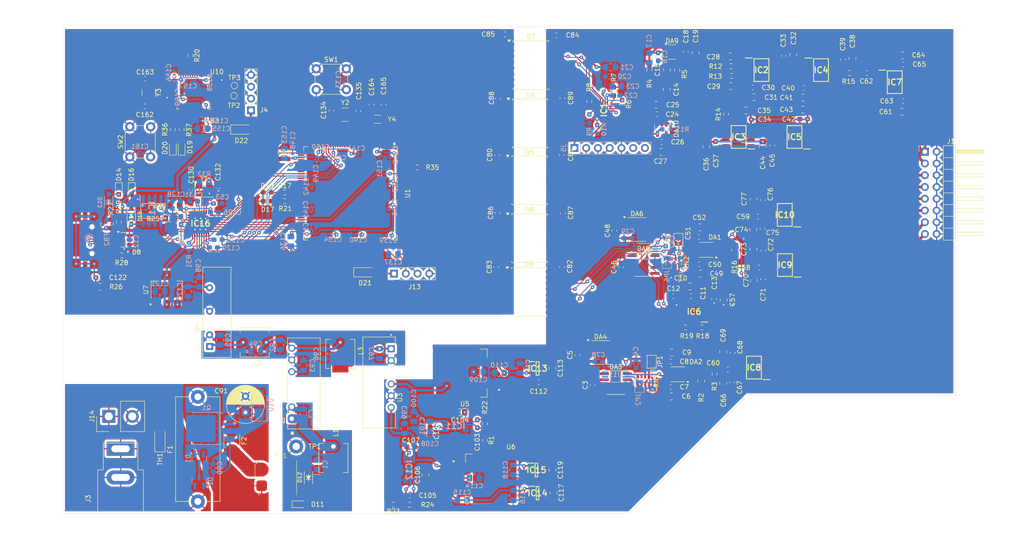
<source format=kicad_pcb>
(kicad_pcb (version 20240108) (generator "pcbnew") (generator_version "8.0")
  (layers (0 "F.Cu" signal) (31 "B.Cu" signal) (34 "B.Paste" user) (35 "F.Paste" user) (36 "B.SilkS" user "B.Silkscreen") (37 "F.SilkS" user "F.Silkscreen") (38 "B.Mask" user) (39 "F.Mask" user) (44 "Edge.Cuts" user))
  (net 0 "")
  (net 1 "5AVDD")
  (net 2 "GNDA")
  (net 3 "+15AVDD")
  (net 4 "-15AVDD")
  (net 5 "/Current_source/FIN_OUT")
  (net 6 "Net-(C14-Pad1)")
  (net 7 "Net-(DA9-+)")
  (net 8 "-2V5")
  (net 9 "2V5")
  (net 10 "3V3AVDD")
  (net 11 "Net-(IC2--IN)")
  (net 12 "/Current_source/HPF_OUT")
  (net 13 "Net-(IC2-+IN)")
  (net 14 "Net-(IC9-X)")
  (net 15 "/Measurement_all_vars/MEAS-")
  (net 16 "Net-(IC10-X)")
  (net 17 "/Measurement_all_vars/MEAS+")
  (net 18 "Net-(IC8-X)")
  (net 19 "/Measurement_all_vars/MEAS_CAL+")
  (net 20 "Net-(IC7-A)")
  (net 21 "Net-(IC5-+IN)")
  (net 22 "3V3")
  (net 23 "DGND")
  (net 24 "/Measurement_all_vars/SDI_CAL_SPI")
  (net 25 "/Measurement_all_vars/OUT_TPC_CAL")
  (net 26 "/Measurement_all_vars/ADC_REF")
  (net 27 "/Measurement_all_vars/SDI_MAIN_SPI")
  (net 28 "/Measurement_all_vars/OUT_TPC")
  (net 29 "/Current_source/GEN_FSYNC")
  (net 32 "/GEN_SPI_SCK_MCU")
  (net 34 "/Current_source/GEN_SPI_MOSI")
  (net 35 "/GEN_FSYNC_MCU")
  (net 36 "/GEN_SPI_MOSI_MCU")
  (net 37 "/Current_source/GEN_SPI_SCK")
  (net 38 "/SCK_MAIN_SPI_MCU")
  (net 39 "/CONV_MAIN_SPI_MCU")
  (net 40 "/Current_source/SPI_CS_digipot")
  (net 41 "/Current_source/SPI_MOSI_digipot")
  (net 42 "/Current_source/digipot_nLRDAC")
  (net 43 "/digipot_nLRDAC_MCU")
  (net 44 "/Current_source/SPI_MISO_digipot")
  (net 45 "/SPI_CLK_digipot_MCU")
  (net 46 "/Current_source/digipot_nWP")
  (net 47 "/SPI_MOSI_digipot_MCU")
  (net 48 "/Current_source/SPI_SCLK_digipot")
  (net 49 "/SPI_MISO_digipot_MCU")
  (net 50 "/SPI_CS_digipot_MCU")
  (net 51 "/digipot_nWP_MCU")
  (net 52 "Net-(IC16-XI)")
  (net 53 "Net-(IC16-VDDA1.8)")
  (net 54 "Net-(IC16-XO)")
  (net 55 "/RST")
  (net 56 "/MEAS-_CH_SEL_MCU")
  (net 57 "/Measurement_all_vars/MEAS+_CH_SEL")
  (net 58 "/CUR-_CH_SEL_MCU")
  (net 59 "/MEAS+_CH_SEL_MCU")
  (net 60 "/Measurement_all_vars/CUR-_CH_SEL")
  (net 61 "/Measurement_all_vars/MEAS-_CH_SEL")
  (net 62 "/CUR+_CH_SEL")
  (net 63 "/CUR+_CH_SEL_MCU")
  (net 74 "/Current_source/SINE_VOLT_OUT")
  (net 75 "/Measurement_all_vars/INA_REF")
  (net 76 "/Current_source/SINE_VOLT")
  (net 77 "Net-(IC1-~{RESET})")
  (net 78 "Net-(IC1-INDEP)")
  (net 79 "Net-(IC1-DIS)")
  (net 84 "Net-(IC2-OUT)")
  (net 85 "Net-(IC3-+IN)")
  (net 86 "Net-(IC3--IN)")
  (net 90 "Net-(IC4--IN)")
  (net 98 "Net-(IC6--RGF)")
  (net 100 "Net-(IC6-+RGF)")
  (net 108 "/OSC2")
  (net 112 "/OSC1")
  (net 113 "Net-(U1-VCAP_1)")
  (net 114 "Net-(U1-VCAP_2)")
  (net 115 "/MCU_VDD")
  (net 124 "Net-(U10-NRST)")
  (net 127 "Net-(U10-PD1)")
  (net 129 "Net-(U10-PD0)")
  (net 134 "/32K_OUT")
  (net 140 "/32K_IN")
  (net 143 "/MISO_MAIN_SPI")
  (net 144 "/USB HS/VBUS")
  (net 149 "/nCS_MAIN_SPI_MCU")
  (net 154 "/Measurement_all_vars/CONV_SPI")
  (net 156 "/Measurement_all_vars/SPI_CLK")
  (net 158 "/Measurement_all_vars/SDO_SPI")
  (net 169 "/nCS_CAL_SPI")
  (net 174 "/LED_ERROR")
  (net 180 "/LED_OK")
  (net 182 "/LED_SMALL_ERROR")
  (net 189 "/LED_SMALL_OK")
  (net 191 "Net-(D21-A)")
  (net 192 "Net-(D14-A)")
  (net 193 "Net-(D22-A)")
  (net 194 "Net-(DA1-RG1)")
  (net 196 "Net-(DA1-RG2)")
  (net 198 "/Measurement_all_vars/INA_REF_CAL")
  (net 200 "Net-(DA2-RG1)")
  (net 203 "Net-(DA2-RG2)")
  (net 207 "Net-(FB2-Pad2)")
  (net 210 "Net-(IC16-RBIAS)")
  (net 211 "/ULPI_D0")
  (net 214 "/ULPI_D3")
  (net 215 "/USB HS/DP")
  (net 218 "/ULPI_CK")
  (net 219 "/ULPI_D2")
  (net 221 "/ULPI_D6")
  (net 222 "/ULPI_NXT")
  (net 223 "/ULPI_D5")
  (net 225 "/ULPI_STP")
  (net 226 "/ULPI_D4")
  (net 227 "/ULPI_D7")
  (net 228 "/ULPI_D1")
  (net 229 "/ULPI_DIR")
  (net 230 "/USB_RESET")
  (net 232 "/USB HS/D_CONN-")
  (net 236 "/USB HS/D_CONN+")
  (net 237 "Net-(J2-CC2)")
  (net 238 "Net-(J2-CC1)")
  (net 240 "GNDPWR_IN")
  (net 241 "/Power/PWR_IN")
  (net 242 "Net-(U2-VIN)")
  (net 243 "Net-(D2-A)")
  (net 244 "GNDS")
  (net 245 "Net-(U2-+VO)")
  (net 246 "GNDPWR")
  (net 247 "Net-(U2--VO)")
  (net 248 "Net-(U4-+VIN)")
  (net 249 "Net-(U3-VIN)")
  (net 250 "/Power/+12V_POWER")
  (net 251 "/Power/+15V_POWER")
  (net 252 "/Power/-15V_POWER")
  (net 253 "Net-(IC11-NR{slash}SS)")
  (net 254 "Net-(IC11-FB)")
  (net 255 "Net-(IC12-FB)")
  (net 256 "Net-(IC12-NR{slash}SS)")
  (net 257 "Net-(IC13-EN)")
  (net 258 "Net-(IC13-NR{slash}FB)")
  (net 259 "Net-(D1-K)")
  (net 262 "Net-(D11-A)")
  (net 263 "/Power/PWR_In")
  (net 264 "/Power/Pow1")
  (net 271 "Net-(D16-A)")
  (net 272 "/USB HS/VBUS_OK")
  (net 274 "/USB HS/SW_EN")
  (net 275 "/USB HS/VBUS_FL")
  (net 276 "Net-(IC16-VBUS)")
  (net 277 "/SWDIO_SMALL")
  (net 278 "/SWCLK_SMALL")
  (net 280 "/SWCLK")
  (net 282 "/SWDIO")
  (net 283 "Net-(JP6-B)")
  (net 284 "Net-(U10-BOOT0)")
  (net 285 "Net-(U1-BOOT0)")
  (net 286 "/USB_DM_SMALL")
  (net 287 "/USB_DP_SMALL")
  (net 288 "/UART_Rx_BIG")
  (net 289 "/UART_Tx_BIG")
  (net 311 "/Power/PWR_BUT")
  (net 312 "Net-(R18-Pad1)")
  (net 313 "/USB HS/DN")
  (net 314 "/USB HS/USB_SHIELD")
  (net 315 "/MCU_SMALL_VDD")
  (net 316 "Net-(D17-A)")
  (net 317 "Net-(D18-A)")
  (net 318 "Net-(D19-A)")
  (net 319 "Net-(D20-A)")
  (net 322 "Net-(DA3-OUT)")
  (net 330 "Net-(DA5-OUT)")
  (net 334 "/Measurement_all_vars/ADC_REF_CAL")
  (net 335 "Net-(JP2-B)")
  (net 336 "cur+1")
  (net 337 "cur+2")
  (net 338 "cur-1")
  (net 339 "cur-2")
  (net 340 "imp-1")
  (net 341 "imp-2")
  (net 342 "imp+2")
  (net 343 "imp+1")
  (net 344 "/Power/PWR_prot")
  (net 345 "Net-(IC16-VDD1.8_2)")
  (net 346 "Net-(IC16-VDD1.8_1)")
  (footprint "Package_SO:SOIC-16W_7.5x10.3mm_P1.27mm" (layer "F.Cu") (at 148.4 213)
    (property "Reference" "D8")
    (property "Value" "CA-IS3741LW")
  )
  (footprint "Capacitor_SMD:C_0805_2012Metric_Pad1.18x1.45mm_HandSolder" (layer "F.Cu") (at 196.9 182.5 180)
    (property "Reference" "C31")
    (property "Value" "10uF/35V")
  )
  (footprint "Resistor_SMD:R_0805_2012Metric_Pad1.20x1.40mm_HandSolder" (layer "F.Cu") (at 192.8 215.575 90)
    (property "Reference" "R16")
    (property "Value" "3.6k 0.1%")
  )
  (footprint "Capacitor_SMD:C_0603_1608Metric_Pad1.08x0.95mm_HandSolder" (layer "F.Cu") (at 198.9 204.7375 -90)
    (property "Reference" "C76")
    (property "Value" "1uF/35V")
  )
  (footprint "Resistor_SMD:R_0603_1608Metric_Pad0.98x0.95mm_HandSolder" (layer "F.Cu") (at 138.75 253.1 -90)
    (property "Reference" "R22")
    (property "Value" "120k")
  )
  (footprint "Resistor_SMD:R_0603_1608Metric_Pad0.98x0.95mm_HandSolder" (layer "F.Cu") (at 217.5625 177.3)
    (property "Reference" "R15")
    (property "Value" "30k")
  )
  (footprint "Capacitor_SMD:C_0603_1608Metric_Pad1.08x0.95mm_HandSolder" (layer "F.Cu") (at 188.3 226.1375 90)
    (property "Reference" "C13")
    (property "Value" "1uF/35V")
  )
  (footprint "Capacitor_SMD:C_0805_2012Metric_Pad1.18x1.45mm_HandSolder" (layer "F.Cu") (at 176.7625 194.35)
    (property "Reference" "C27")
    (property "Value" "10uF/6.3V")
  )
  (footprint "Capacitor_SMD:C_0603_1608Metric_Pad1.08x0.95mm_HandSolder" (layer "F.Cu") (at 182.15 172.6625 90)
    (property "Reference" "C18")
    (property "Value" "0.1uF/6.3V")
  )
  (footprint "Capacitor_SMD:C_0805_2012Metric_Pad1.18x1.45mm_HandSolder" (layer "F.Cu") (at 228.9115 185.65)
    (property "Reference" "C61")
    (property "Value" "10uF/35V")
  )
  (footprint "Resistor_SMD:R_0603_1608Metric_Pad0.98x0.95mm_HandSolder" (layer "F.Cu") (at 166.625 181.25 90)
    (property "Reference" "R7")
    (property "Value" "100k")
  )
  (footprint "Resistor_SMD:R_0603_1608Metric_Pad0.98x0.95mm_HandSolder" (layer "F.Cu") (at 168.425 184.05 -90)
    (property "Reference" "R6")
    (property "Value" "100k")
  )
  (footprint "Resistor_SMD:R_0603_1608Metric_Pad0.98x0.95mm_HandSolder" (layer "F.Cu") (at 188.4 242.35 -90)
    (property "Reference" "R3")
    (property "Value" "1k/0.1%")
  )
  (footprint "Capacitor_SMD:C_0603_1608Metric_Pad1.08x0.95mm_HandSolder" (layer "F.Cu") (at 141.2 219.2 -90)
    (property "Reference" "C83")
    (property "Value" "1uF/6.3V")
  )
  (footprint "Capacitor_SMD:C_0603_1608Metric_Pad1.08x0.95mm_HandSolder" (layer "F.Cu") (at 168.185 219.2525 -90)
    (property "Reference" "C46")
    (property "Value" "1uF/10V")
  )
  (footprint "Capacitor_SMD:C_0603_1608Metric_Pad1.08x0.95mm_HandSolder" (layer "F.Cu") (at 141.6 182.8375 -90)
    (property "Reference" "C88")
    (property "Value" "1uF/6.3V")
  )
  (footprint "Inductor_SMD:L_0603_1608Metric_Pad1.05x0.95mm_HandSolder" (layer "F.Cu") (at 95.3 195.85)
    (property "Reference" "FB1")
    (property "Value" "BLM18PG330SN1D")
  )
  (footprint "Capacitor_SMD:C_0603_1608Metric_Pad1.08x0.95mm_HandSolder" (layer "F.Cu") (at 200.8625 192.95 90)
    (property "Reference" "C45")
    (property "Value" "1uF/35V")
  )
  (footprint "Resistor_SMD:R_Array_Convex_4x0603" (layer "F.Cu") (at 173 243.8 -90)
    (property "Reference" "RN1")
    (property "Value" "10k")
  )
  (footprint "Capacitor_SMD:C_0805_2012Metric_Pad1.18x1.45mm_HandSolder" (layer "F.Cu") (at 178.1 176.6 -90)
    (property "Reference" "C15")
    (property "Value" "10uF/25V")
  )
  (footprint "Capacitor_SMD:C_0603_1608Metric_Pad1.08x0.95mm_HandSolder" (layer "F.Cu") (at 141.4 195.1 -90)
    (property "Reference" "C80")
    (property "Value" "1uF/6.3V")
  )
  (footprint "Capacitor_SMD:C_0805_2012Metric_Pad1.18x1.45mm_HandSolder" (layer "F.Cu") (at 195.1745 185.405)
    (property "Reference" "C35")
    (property "Value" "10uF/35V")
  )
  (footprint "Connector_PinHeader_2.54mm:PinHeader_1x04_P2.54mm_Vertical" (layer "F.Cu") (at 119.11 220.65 90)
    (property "Reference" "J13")
    (property "Value" "DEBUG_01x04")
  )
  (footprint "Capacitor_SMD:C_0603_1608Metric_Pad1.08x0.95mm_HandSolder" (layer "F.Cu") (at 175.95 186.1875)
    (property "Reference" "C24")
    (property "Value" "0.1uF/6.3V")
  )
  (footprint "Resistor_SMD:R_0805_2012Metric_Pad1.20x1.40mm_HandSolder" (layer "F.Cu") (at 71.778125 205.9)
    (property "Reference" "R30")
    (property "Value" "12k")
  )
  (footprint "Resistor_SMD:R_0603_1608Metric_Pad0.98x0.95mm_HandSolder" (layer "F.Cu") (at 182.1125 232.275)
    (property "Reference" "R19")
    (property "Value" "910Ом/0.1%")
  )
  (footprint "Resistor_SMD:R_0603_1608Metric_Pad0.98x0.95mm_HandSolder" (layer "F.Cu") (at 59.615625 209.4875 90)
    (property "Reference" "R29")
    (property "Value" "1.5k")
  )
  (footprint "Capacitor_SMD:C_0805_2012Metric_Pad1.18x1.45mm_HandSolder" (layer "F.Cu") (at 190.25 244.35 90)
    (property "Reference" "C66")
    (property "Value" "10uF/35V")
  )
  (footprint "Capacitor_SMD:C_0603_1608Metric_Pad1.08x0.95mm_HandSolder" (layer "F.Cu") (at 198 219.3375)
    (property "Reference" "C58")
    (property "Value" "1nF/35V")
  )
  (footprint "Capacitor_SMD:C_0603_1608Metric_Pad1.08x0.95mm_HandSolder" (layer "F.Cu") (at 176.9625 192.2)
    (property "Reference" "C26")
    (property "Value" "0.1uF/6.3V")
  )
  (footprint "Capacitor_SMD:C_0603_1608Metric_Pad1.08x0.95mm_HandSolder" (layer "F.Cu") (at 185.025 212.705 180)
    (property "Reference" "C51")
    (property "Value" "1uF/35V")
  )
  (footprint "zpc-lib:SOD3716X135N" (layer "F.Cu") (at 100.6125 264.73 90)
    (property "Reference" "D12")
    (property "Value" "NSI45020T1G")
  )
  (footprint "Package_SO:SOIC-16W_7.5x10.3mm_P1.27mm" (layer "F.Cu") (at 148.3 224.625)
    (property "Reference" "D6")
    (property "Value" "CA-IS3741LW")
  )
  (footprint "Capacitor_SMD:C_0805_2012Metric_Pad1.18x1.45mm_HandSolder" (layer "F.Cu") (at 207.4625 185.2)
    (property "Reference" "C43")
    (property "Value" "10uF/35V")
  )
  (footprint "Package_TO_SOT_SMD:SOT-23-5" (layer "F.Cu") (at 179.1875 172.75)
    (property "Reference" "DA9")
    (property "Value" "MS8551S/AD8628")
  )
  (footprint "Resistor_SMD:R_0603_1608Metric_Pad0.98x0.95mm_HandSolder" (layer "F.Cu") (at 122.4625 270.6 180)
    (property "Reference" "R24")
    (property "Value" "110k")
  )
  (footprint "Resistor_SMD:R_0603_1608Metric_Pad0.98x0.95mm_HandSolder" (layer "F.Cu") (at 124.1125 197.68 180)
    (property "Reference" "R35")
    (property "Value" "100k")
  )
  (footprint "Package_SO:SOIC-16W_7.5x10.3mm_P1.27mm" (layer "F.Cu") (at 148.7 175.585)
    (property "Reference" "D7")
    (property "Value" "CA-IS3761LW")
  )
  (footprint "Capacitor_SMD:C_0805_2012Metric_Pad1.18x1.45mm_HandSolder" (layer "F.Cu") (at 153.575 268.03 -90)
    (property "Reference" "C117")
    (property "Value" "2.2uF/10V")
  )
  (footprint "Resistor_SMD:R_0603_1608Metric_Pad0.98x0.95mm_HandSolder" (layer "F.Cu") (at 71.3 189.5125 90)
    (property "Reference" "R36")
    (property "Value" "680")
  )
  (footprint "zpc-lib:SOIC127P600X175-8N" (layer "F.Cu") (at 193.5865 191.1 180)
    (property "Reference" "IC3")
    (property "Value" "OPA189ID" (hide yes))
  )
  (footprint "Package_QFP:LQFP-48_7x7mm_P0.5mm" (layer "F.Cu") (at 75.8 181.5)
    (property "Reference" "U10")
    (property "Value" "STM32F103C8Tx")
  )
  (footprint "Capacitor_SMD:C_0603_1608Metric_Pad1.08x0.95mm_HandSolder" (layer "F.Cu") (at 122.5125 268.6 180)
    (property "Reference" "C105")
    (property "Value" "10nF/50V")
  )
  (footprint "zpc-lib:SOIC127P600X175-8N" (layer "F.Cu") (at 196.9 240.95 180)
    (property "Reference" "IC8")
    (property "Value" "MAX4526EUA+" (hide yes))
  )
  (footprint "zpc-lib:SOT95P280X100-5N" (layer "F.Cu") (at 149.875 263.1)
    (property "Reference" "IC15")
    (property "Value" "ADP150AUJZ-3.3-R7" (hide yes))
  )
  (footprint "Capacitor_SMD:C_0805_2012Metric_Pad1.18x1.45mm_HandSolder" (layer "F.Cu") (at 179.1125 237.7 180)
    (property "Reference" "C9")
    (property "Value" "10uF/35V")
  )
  (footprint "Capacitor_THT:CP_Radial_D8.0mm_P3.50mm" (layer "F.Cu") (at 87 250.652651 90)
    (property "Reference" "C91")
    (property "Value" "100uF/50V")
  )
  (footprint "zpc-lib:IND_LQH66SN6R8M03L" (layer "F.Cu") (at 106 260.5 90)
    (property "Reference" "L1")
    (property "Value" "LQH66SN6R8M03L")
  )
  (footprint "Package_TO_SOT_SMD:SOT-23-6" (layer "F.Cu") (at 60.815625 213.35)
    (property "Reference" "U8")
    (property "Value" "USBLC6-2SC6")
  )
  (footprint "Connector_PinHeader_2.54mm:PinHeader_2x08_P2.54mm_Horizontal" (layer "F.Cu") (at 233.85 194.3)
    (property "Reference" "J1")
    (property "Value" "Conn_2Rows-17Pins")
  )
  (footprint "Capacitor_SMD:C_0603_1608Metric_Pad1.08x0.95mm_HandSolder" (layer "F.Cu") (at 203.3625 173.5875 -90)
    (property "Reference" "C33")
    (property "Value" "1uF/35V")
  )
  (footprint "Capacitor_SMD:C_0805_2012Metric_Pad1.18x1.45mm_HandSolder" (layer "F.Cu") (at 133.3375 250.6 180)
    (property "Reference" "C104")
    (property "Value" "10uF/50V")
  )
  (footprint "Capacitor_SMD:C_0603_1608Metric_Pad1.08x0.95mm_HandSolder" (layer "F.Cu") (at 192.2 244.15 90)
    (property "Reference" "C67")
    (property "Value" "1uF/35V")
  )
  (footprint "Capacitor_SMD:C_0603_1608Metric_Pad1.08x0.95mm_HandSolder" (layer "F.Cu") (at 141.5 207.5 -90)
    (property "Reference" "C86")
    (property "Value" "1uF/6.3V")
  )
  (footprint "Crystal:Crystal_SMD_3215-2Pin_3.2x1.5mm" (layer "F.Cu") (at 115.55 187.28 180)
    (property "Reference" "Y4")
    (property "Value" "X321532768KJD2SI-32.768")
  )
  (footprint "Capacitor_SMD:C_0805_2012Metric_Pad1.18x1.45mm_HandSolder" (layer "F.Cu") (at 190.35 226.325 90)
    (property "Reference" "C57")
    (property "Value" "10uF/35V")
  )
  (footprint "Resistor_SMD:R_0603_1608Metric_Pad0.98x0.95mm_HandSolder" (layer "F.Cu") (at 73.2 189.5125 90)
    (property "Reference" "R37")
    (property "Value" "680")
  )
  (footprint "Button_Switch_THT:SW_PUSH_6mm_H4.3mm" (layer "F.Cu") (at 102.3 176.38)
    (property "Reference" "SW1")
    (property "Value" "KLS7-TS6606-13.0")
  )
  (footprint "Capacitor_SMD:C_0805_2012Metric_Pad1.18x1.45mm_HandSolder" (layer "F.Cu") (at 196.9 222.1375 90)
    (property "Reference" "C70")
    (property "Value" "10uF/35V")
  )
  (footprint "Connector_Samtec_HPM_THT:Samtec_HPM-02-01-x-S_Straight_1x02_Pitch5.08mm" (layer "F.Cu") (at 57.455 251.5 90)
    (property "Reference" "J14")
    (property "Value" "TO_SWITCH")
  )
  (footprint "Capacitor_SMD:C_0603_1608Metric_Pad1.08x0.95mm_HandSolder" (layer "F.Cu") (at 229.249 175.45)
    (property "Reference" "C65")
    (property "Value" "1uF/35V")
  )
  (footprint "Capacitor_SMD:C_0603_1608Metric_Pad1.08x0.95mm_HandSolder" (layer "F.Cu") (at 229.149 183.35)
    (property "Reference" "C63")
    (property "Value" "1uF/35V")
  )
  (footprint "Capacitor_SMD:C_0402_1005Metric_Pad0.74x0.62mm_HandSolder" (layer "F.Cu") (at 75.178125 202.5 -90)
    (property "Reference" "C130")
    (property "Value" "8pF/50V")
  )
  (footprint "Capacitor_SMD:C_0805_2012Metric_Pad1.18x1.45mm_HandSolder" (layer "F.Cu") (at 153.375 241.1 -90)
    (property "Reference" "C113")
    (property "Value" "2.2uF/10V")
  )
  (footprint "Capacitor_SMD:C_0603_1608Metric_Pad1.08x0.95mm_HandSolder" (layer "F.Cu") (at 114.25 184.1175 -90)
    (property "Reference" "C164")
    (property "Value" "7p/50V")
  )
  (footprint "Capacitor_SMD:C_0603_1608Metric_Pad1.08x0.95mm_HandSolder" (layer "F.Cu") (at 198.75 210.9375 90)
    (property "Reference" "C75")
    (property "Value" "1uF/35V")
  )
  (footprint "Package_SO:MSOP-8_3x3mm_P0.65mm" (layer "F.Cu") (at 180.4 242.4 180)
    (property "Reference" "DA2")
    (property "Value" "TPA1286U")
  )
  (footprint "Jumper:SolderJumper-2_P1.3mm_Open_TrianglePad1.0x1.5mm" (layer "F.Cu") (at 180.55 213.35 -90)
    (property "Reference" "JP5")
    (property "Value" "SolderJumper_2_Open")
  )
  (footprint "Capacitor_SMD:C_0805_2012Metric_Pad1.18x1.45mm_HandSolder" (layer "F.Cu") (at 175.7625 184.15)
    (property "Reference" "C25")
    (property "Value" "10uF/6.3V")
  )
  (footprint "Resistor_SMD:R_0603_1608Metric_Pad0.98x0.95mm_HandSolder" (layer "F.Cu") (at 75.1 173.5 -90)
    (property "Reference" "R20")
    (property "Value" "100k")
  )
  (footprint "Package_TO_SOT_SMD:SOT-223-3_TabPin2" (layer "F.Cu") (at 70 224.15 90)
    (property "Reference" "U7")
    (property "Value" "AMS1117-3.3")
  )
  (footprint "Capacitor_SMD:C_0603_1608Metric_Pad1.08x0.95mm_HandSolder" (layer "F.Cu") (at 221.3125 177.3 180)
    (property "Reference" "C62")
    (property "Value" "1nF/35V")
  )
  (footprint "Capacitor_SMD:C_0603_1608Metric_Pad1.08x0.95mm_HandSolder" (layer "F.Cu") (at 65.3 178.5)
    (property "Reference" "C163")
    (property "Value" "8p/50V")
  )
  (footprint "Package_SO:SOIC-16W_7.5x10.3mm_P1.27mm" (layer "F.Cu") (at 148.55 188.16)
    (property "Reference" "D9")
    (property "Value" "CA-IS3740LW")
  )
  (footprint "Package_SO:SOIC-8_3.9x4.9mm_P1.27mm" (layer "F.Cu") (at 173.05 218.675)
    (property "Reference" "DA5")
    (property "Value" "RS3112XK-2.5")
  )
  (footprint "Connector_USB:USB_C_Receptacle_GCT_USB4110" (layer "F.Cu") (at 51.21361 213.411856 -90)
    (property "Reference" "J2" (hide yes))
    (property "Value" "USB_C_Receptacle_USB2.0_16P")
  )
  (footprint "Resistor_SMD:R_Array_Convex_4x0603" (layer "F.Cu") (at 179.55 218.375 -90)
    (property "Reference" "RN2")
    (property "Value" "10k/DNI")
  )
  (footprint "Capacitor_SMD:C_0603_1608Metric_Pad1.08x0.95mm_HandSolder" (layer "F.Cu") (at 105.6 185.4175 -90)
    (property "Reference" "C134")
    (property "Value" "8p/50V")
  )
  (footprint "TestPoint:TestPoint_Loop_D2.60mm_Drill1.6mm_Beaded" (layer "F.Cu") (at 97.9625 258)
    (property "Reference" "TP1")
    (property "Value" "GNDPWR")
  )
  (footprint "Resistor_SMD:R_0805_2012Metric_Pad1.20x1.40mm_HandSolder" (layer "F.Cu") (at 55.515625 223.5 180)
    (property "Reference" "R26")
    (property "Value" "1M")
  )
  (footprint "Capacitor_SMD:C_0603_1608Metric_Pad1.08x0.95mm_HandSolder" (layer "F.Cu") (at 166.75 211.345 -90)
    (property "Reference" "C48")
    (property "Value" "1uF/10V")
  )
  (footprint "Resistor_SMD:R_0805_2012Metric_Pad1.20x1.40mm_HandSolder" (layer "F.Cu") (at 70.678125 208.7)
    (property "Reference" "R25")
    (property "Value" "820")
  )
  (footprint "LED_SMD:LED_0603_1608Metric_Pad1.05x0.95mm_HandSolder" (layer "F.Cu") (at 71.3 193.375 90)
    (property "Reference" "D20")
    (property "Value" "FYLS-0603UGC")
  )
  (footprint "zpc-lib:SOT95P280X145-5N" (layer "F.Cu") (at 150.125 241.15)
    (property "Reference" "IC13")
    (property "Value" "TPS72325DBVR" (hide yes))
  )
  (footprint "zpc-lib:CONV_PEM2-S12-D12-S" (layer "F.Cu") (at 99.625 244.3825 90)
    (property "Reference" "U2")
    (property "Value" "MDD01N-12")
  )
  (footprint "Package_TO_SOT_SMD:TO-263-2" (layer "F.Cu") (at 134.4125 242.15 180)
    (property "Reference" "U5")
    (property "Value" "L7905")
  )
  (footprint "zpc-lib:NX3225GD" (layer "F.Cu") (at 66.1 181.5 -90)
    (property "Reference" "Y3")
    (property "Value" "NX3225GD-8MHz")
  )
  (footprint "Capacitor_SMD:C_0805_2012Metric_Pad1.18x1.45mm_HandSolder" (layer "F.Cu") (at 196.8 215.3875 -90)
    (property "Reference" "C73")
    (property "Value" "10uF/35V")
  )
  (footprint "Resistor_SMD:R_0603_1608Metric_Pad0.98x0.95mm_HandSolder" (layer "F.Cu") (at 161.325 183.4375 -90)
    (property "Reference" "R8")
    (property "Value" "100k")
  )
  (footprint "Capacitor_SMD:C_0603_1608Metric_Pad1.08x0.95mm_HandSolder" (layer "F.Cu") (at 155.5 182.7375 90)
    (property "Reference" "C89")
    (property "Value" "1uF/6.3V")
  )
  (footprint "Capacitor_SMD:C_0603_1608Metric_Pad1.08x0.95mm_HandSolder" (layer "F.Cu") (at 178.8875 239.65 180)
    (property "Reference" "C8")
    (property "Value" "1uF/35V")
  )
  (footprint "Resistor_SMD:R_0805_2012Metric_Pad1.20x1.40mm_HandSolder" (layer "F.Cu") (at 185.5 243.85 90)
    (property "Reference" "R2")
    (property "Value" "TBD")
  )
  (footprint "Package_SO:SOIC-16W_7.5x10.3mm_P1.27mm" (layer "F.Cu") (at 148.4 200.495)
    (property "Reference" "D5")
    (property "Value" "CA-IS3730LW")
  )
  (footprint "Capacitor_SMD:C_0603_1608Metric_Pad1.08x0.95mm_HandSolder" (layer "F.Cu") (at 179.4375 225.525 180)
    (property "Reference" "C12")
    (property "Value" "1uF/10V")
  )
  (footprint "Capacitor_SMD:C_0603_1608Metric_Pad1.08x0.95mm_HandSolder" (layer "F.Cu") (at 197.8 208.3375)
    (property "Reference" "C59")
    (property "Value" "1nF/35V")
  )
  (footprint "Resistor_SMD:R_0603_1608Metric_Pad0.98x0.95mm_HandSolder" (layer "F.Cu") (at 180.3 176.6625 90)
    (property "Reference" "R5")
    (property "Value" "160k")
  )
  (footprint "Jumper:SolderJumper-2_P1.3mm_Open_TrianglePad1.0x1.5mm" (layer "F.Cu") (at 174.8 239.7 -90)
    (property "Reference" "JP1")
    (property "Value" "SolderJumper_2_Open")
  )
  (footprint "Capacitor_SMD:C_0805_2012Metric_Pad1.18x1.45mm_HandSolder" (layer "F.Cu") (at 178.05 180.8625 -90)
    (property "Reference" "C14")
    (property "Value" "10uF/25V")
  )
  (footprint "Capacitor_SMD:C_0603_1608Metric_Pad1.08x0.95mm_HandSolder" (layer "F.Cu") (at 154.1875 169.13)
    (property "Reference" "C84")
    (property "Value" "1uF/6.3V")
  )
  (footprint "Capacitor_SMD:C_0603_1608Metric_Pad1.08x0.95mm_HandSolder" (layer "F.Cu") (at 192.3 237.75 -90)
    (property "Reference" "C68")
    (property "Value" "1uF/35V")
  )
  (footprint "zpc-lib:DS201b" (layer "F.Cu") (at 60 258.5 90)
    (property "Reference" "J3")
    (property "Value" "DS-201")
  )
  (footprint "Resistor_SMD:R_0603_1608Metric_Pad0.98x0.95mm_HandSolder" (layer "F.Cu") (at 95.4875 204.98)
    (property "Reference" "R21")
    (property "Value" "680")
  )
  (footprint "Capacitor_SMD:C_0805_2012Metric_Pad1.18x1.45mm_HandSolder" (layer "F.Cu") (at 185.3 220.655 180)
    (property "Reference" "C49")
    (property "Value" "10uF/35V")
  )
  (footprint "zpc-lib:CPFC805" (layer "F.Cu") (at 97.55 268.5 180)
    (property "Reference" "FL1")
    (property "Value" "CPFC805NP-100M05")
  )
  (footprint "Capacitor_SMD:C_0805_2012Metric_Pad1.18x1.45mm_HandSolder" (layer "F.Cu") (at 185.25 210.655 180)
    (property "Reference" "C52")
    (property "Value" "10uF/35V")
  )
  (footprint "Resistor_SMD:R_0603_1608Metric_Pad0.98x0.95mm_HandSolder" (layer "F.Cu") (at 57.915625 209.8875 90)
    (property "Reference" "R27")
    (property "Value" "5.1k")
  )
  (footprint "Capacitor_SMD:C_0805_2012Metric_Pad1.18x1.45mm_HandSolder" (layer "F.Cu") (at 153.375 263.1 -90)
    (property "Reference" "C119")
    (property "Value" "2.2uF/10V")
  )
  (footprint "zpc-lib:SOP50P490X110-17N" (layer "F.Cu") (at 183.95 228.875 180)
    (property "Reference" "IC6")
    (property "Value" "LT6372HMSE-1#PBF" (hide yes))
  )
  (footprint "Package_SO:SOIC-8_3.9x4.9mm_P1.27mm" (layer "F.Cu") (at 167.05 244.2)
    (property "Reference" "DA3")
    (property "Value" "RS3112XK-2.5")
  )
  (footprint "Capacitor_SMD:C_0805_2012Metric_Pad1.18x1.45mm_HandSolder" (layer "F.Cu") (at 218.2005 174.15 -90)
    (property "Reference" "C38")
    (property "Value" "10uF/35V")
  )
  (footprint "Capacitor_SMD:C_0603_1608Metric_Pad1.08x0.95mm_HandSolder" (layer "F.Cu") (at 178.8875 245.15 180)
    (property "Reference" "C7")
    (property "Value" "1uF/35V")
  )
  (footprint "Capacitor_SMD:C_0805_2012Metric_Pad1.18x1.45mm_HandSolder" (layer "F.Cu") (at 184.3 172.9 90)
    (property "Reference" "C19")
    (property "Value" "10uF/6.3V")
  )
  (footprint "Capacitor_SMD:C_0805_2012Metric_Pad1.18x1.45mm_HandSolder" (layer "F.Cu") (at 183.0625 223.425)
    (property "Reference" "C10")
    (property "Value" "10uF/35V")
  )
  (footprint "Capacitor_SMD:C_0603_1608Metric_Pad1.08x0.95mm_HandSolder" (layer "F.Cu") (at 143.0875 168.93)
    (property "Reference" "C85")
    (property "Value" "1uF/6.3V")
  )
  (footprint "zpc-lib:QFN50P300X300X80-17N-D" (layer "F.Cu") (at 164.475 185.25 90)
    (property "Reference" "IC1")
    (property "Value" "AD5141BCPZ100-RL7" (hide yes))
  )
  (footprint "Resistor_SMD:R_0603_1608Metric_Pad0.98x0.95mm_HandSolder" (layer "F.Cu") (at 118.9625 270.6 180)
    (property "Reference" "R23")
    (property "Value" "11k")
  )
  (footprint "Capacitor_SMD:C_0805_2012Metric_Pad1.18x1.45mm_HandSolder" (layer "F.Cu") (at 196.85 204.5375 -90)
    (property "Reference" "C77")
    (property "Value" "10uF/35V")
  )
  (footprint "zpc-lib:NX3225GD" (layer "F.Cu") (at 108.55 186.28 180)
    (property "Reference" "Y2")
    (property "Value" "NX3225GD-8MHz")
  )
  (footprint "Package_TO_SOT_SMD:SOT-23-5" (layer "F.Cu") (at 177 189.2875 -90)
    (property "Reference" "DA10")
    (property "Value" "MS8551S/AD8628")
  )
  (footprint "zpc-lib:CONV_PDM2-S24-D3-S" (layer "F.Cu") (at 118.5 236.88 -90)
    (property "Reference" "U3")
    (property "Value" "A1215S-1WR3")
  )
  (footprint "Resistor_SMD:R_0603_1608Metric_Pad0.98x0.95mm_HandSolder" (layer "F.Cu") (at 192.0625 177.9 180)
    (property "Reference" "R13")
    (property "Value" "10k")
  )
  (footprint "Button_Switch_THT:SW_PUSH_6mm_H4.3mm" (layer "F.Cu") (at 62 195.4 90)
    (property "Reference" "SW2")
    (property "Value" "KLS7-TS6606-13.0")
  )
  (footprint "zpc-lib:SOT95P280X100-5N" (layer "F.Cu") (at 150.125 268.1)
    (property "Reference" "IC14")
    (property "Value" "ADP150AUJZ-2.5-R7" (hide yes))
  )
  (footprint "Capacitor_SMD:C_0805_2012Metric_Pad1.18x1.45mm_HandSolder" (layer "F.Cu") (at 205.4125 173.3125 -90)
    (property "Reference" "C32")
    (property "Value" "10uF/35V")
  )
  (footprint "Capacitor_SMD:C_0603_1608Metric_Pad1.08x0.95mm_HandSolder" (layer "F.Cu") (at 158.75 238.3 -90)
    (property "Reference" "C5")
    (property "Value" "1uF/10V")
  )
  (footprint "Inductor_SMD:L_0603_1608Metric_Pad1.05x0.95mm_HandSolder" (layer "F.Cu") (at 79.825 189.3 180)
    (property "Reference" "FB3")
    (property "Value" "BLM18PG330SN1D")
  )
  (footprint "Capacitor_SMD:C_0603_1608Metric_Pad1.08x0.95mm_HandSolder" (layer "F.Cu") (at 126.875 254.6 -90)
    (property "Reference" "C102")
    (property "Value" "10nF/50V")
  )
  (footprint "Resistor_SMD:R_0603_1608Metric_Pad0.98x0.95mm_HandSolder" (layer "F.Cu") (at 138.75 256.6625 -90)
    (property "Reference" "R1")
    (property "Value" "11k")
  )
  (footprint "zpc-lib:SOIC127P600X175-8N" (layer "F.Cu") (at 205.6625 191.1 180)
    (property "Reference" "IC5")
    (property "Value" "OPA189ID" (hide yes))
  )
  (footprint "zpc-lib:SOD3716X135N" (layer "F.Cu") (at 62.307655 208.224 -90)
    (property "Reference" "D15")
    (property "Value" "NSI45020T1G")
  )
  (footprint "LED_SMD:LED_0603_1608Metric_Pad1.05x0.95mm_HandSolder" (layer "F.Cu") (at 91.7 203.08)
    (property "Reference" "D18")
    (property "Value" "FYLS-0603UGC")
  )
  (footprint "Capacitor_SMD:C_0603_1608Metric_Pad1.08x0.95mm_HandSolder" (layer "F.Cu") (at 111.4 185.5175 -90)
    (property "Reference" "C135")
    (property "Value" "8p/50V")
  )
  (footprint "Diode_SMD:D_SOD-123" (layer "F.Cu") (at 86.15 189.5)
    (property "Reference" "D22")
    (property "Value" "BAT43W")
  )
  (footprint "Capacitor_SMD:C_0805_2012Metric_Pad1.18x1.45mm_HandSolder" (layer "F.Cu") (at 179.1 247.2 180)
    (property "Reference" "C6")
    (property "Value" "10uF/35V")
  )
  (footprint "Resistor_SMD:R_0603_1608Metric_Pad0.98x0.95mm_HandSolder" (layer "F.Cu") (at 191.9625 175.8 180)
    (property "Reference" "R12")
    (property "Value" "10k")
  )
  (footprint "Resistor_SMD:R_0603_1608Metric_Pad0.98x0.95mm_HandSolder" (layer "F.Cu") (at 190.9 186.2 -90)
    (property "Reference" "R14")
    (property "Value" "10k")
  )
  (footprint "Capacitor_SMD:C_0603_1608Metric_Pad1.08x0.95mm_HandSolder" (layer "F.Cu") (at 195.462 187.355)
    (property "Reference" "C34")
    (property "Value" "1uF/35V")
  )
  (footprint "Capacitor_SMD:C_0603_1608Metric_Pad1.08x0.95mm_HandSolder" (layer "F.Cu") (at 198.9 221.8875 90)
    (property "Reference" "C71")
    (property "Value" "1uF/35V")
  )
  (footprint "zpc-lib:SOIC127P600X175-8N" (layer "F.Cu") (at 203.612 218.7925 180)
    (property "Reference" "IC9")
    (property "Value" "MAX4526EUA+" (hide yes))
  )
  (footprint "Capacitor_SMD:C_0805_2012Metric_Pad1.18x1.45mm_HandSolder" (layer "F.Cu") (at 228.999 173.45)
    (property "Reference" "C64")
    (property "Value" "10uF/35V")
  )
  (footprint "zpc-lib:SOIC127P600X175-8N" (layer "F.Cu") (at 203.562 207.9425 180)
    (property "Reference" "IC10")
    (property "Value" "MAX4526EUA+" (hide yes))
  )
  (footprint "Capacitor_SMD:C_0805_2012Metric_Pad1.18x1.45mm_HandSolder" (layer "F.Cu") (at 186.5985 193.205 90)
    (property "Reference" "C36")
    (property "Value" "10uF/35V")
  )
  (footprint "zpc-lib:SOIC127P600X175-8N" (layer "F.Cu") (at 211.4005 176.65)
    (property "Reference" "IC4")
    (property "Value" "OPA189ID" (hide yes))
  )
  (footprint "Resistor_SMD:R_0603_1608Metric_Pad0.98x0.95mm_HandSolder" (layer "F.Cu") (at 60.303125 216.7)
    (property "Reference" "R28")
    (property "Value" "5.1k")
  )
  (footprint "TestPoint:TestPoint_Pad_D1.0mm" (layer "F.Cu") (at 84.5 182.2)
    (property "Reference" "TP2")
    (property "Value" "~")
  )
  (footprint "zpc-lib:IND_LQH66SN6R8M03L" (layer "F.Cu") (at 89 235.5 180)
    (property "Reference" "L2")
    (property "Value" "LQH66SN6R8M03L")
  )
  (footprint "Capacitor_SMD:C_0603_1608Metric_Pad1.08x0.95mm_HandSolder" (layer "F.Cu") (at 185.075 218.605 180)
    (property "Reference" "C50")
    (property "Value" "1uF/35V")
  )
  (footprint "Fuse:Fuseholder_Cylinder-5x20mm_Stelvio-Kontek_PTF78_Horizontal_Open" (layer "F.Cu") (at 76.7 269.882198 90)
    (property "Reference" "F1")
    (property "Value" "Fuse")
  )
  (footprint "Capacitor_SMD:C_0805_2012Metric_Pad1.18x1.45mm_HandSolder" (layer "F.Cu") (at 198.8125 193.15 90)
    (property "Reference" "C44")
    (property "Value" "10uF/35V")
  )
  (footprint "Capacitor_SMD:C_0603_1608Metric_Pad1.08x0.95mm_HandSolder" (layer "F.Cu") (at 207.6625 187.25)
    (property "Reference" "C42")
    (property "Value" "1uF/35V")
  )
  (footprint "Capacitor_SMD:C_0805_2012Metric_Pad1.18x1.45mm_HandSolder" (layer "F.Cu") (at 191.7625 173.7 180)
    (property "Reference" "C28")
    (property "Value" "10pF(TBD)/25V")
  )
  (footprint "Capacitor_SMD:C_0603_1608Metric_Pad1.08x0.95mm_HandSolder" (layer "F.Cu") (at 162.05 244.75 -90)
    (property "Reference" "C3")
    (property "Value" "1uF/10V")
  )
  (footprint "Diode_SMD:D_SOD-123" (layer "F.Cu") (at 112.75 220.35)
    (property "Reference" "D21")
    (property "Value" "BAT43W")
  )
  (footprint "Capacitor_SMD:C_0603_1608Metric_Pad1.08x0.95mm_HandSolder" (layer "F.Cu") (at 183.2875 225.525)
    (property "Reference" "C11")
    (property "Value" "1uF/35V")
  )
  (footprint "Package_SO:SOIC-8_3.9x4.9mm_P1.27mm" (layer "F.Cu") (at 171.625 211.11)
    (property "Reference" "DA6")
    (property "Value" "RS3112XK-2.5")
  )
  (footprint "Capacitor_SMD:C_0603_1608Metric_Pad1.08x0.95mm_HandSolder" (layer "F.Cu") (at 137.1 253.1 -90)
    (property "Reference" "C103")
    (property "Value" "10nF/50V")
  )
  (footprint "Capacitor_SMD:C_0603_1608Metric_Pad1.08x0.95mm_HandSolder" (layer "F.Cu") (at 188.5985 192.955 90)
    (property "Reference" "C37")
    (property "Value" "1uF/35V")
  )
  (footprint "Capacitor_SMD:C_0805_2012Metric_Pad1.18x1.45mm_HandSolder" (layer "F.Cu") (at 125.875 264.1375 90)
    (property "Reference" "C106")
    (property "Value" "10uF/50V")
  )
  (footprint "Capacitor_SMD:C_0805_2012Metric_Pad1.18x1.45mm_HandSolder" (layer "F.Cu") (at 207.5005 182.6)
    (property "Reference" "C41")
    (property "Value" "10uF/35V")
  )
  (footprint "Capacitor_SMD:C_0603_1608Metric_Pad1.08x0.95mm_HandSolder" (layer "F.Cu") (at 207.7005 180.5)
    (property "Reference" "C40")
    (property "Value" "1uF/35V")
  )
  (footprint "Capacitor_SMD:C_0603_1608Metric_Pad1.08x0.95mm_HandSolder" (layer "F.Cu") (at 155.4 219.2375 90)
    (property "Reference" "C82")
    (property "Value" "1uF/6.3V")
  )
  (footprint "Capacitor_SMD:C_0603_1608Metric_Pad1.08x0.95mm_HandSolder" (layer "F.Cu") (at 150.375 244.1)
    (property "Reference" "C112")
    (property "Value" "10nF/50V")
  )
  (footprint "Capacitor_SMD:C_0402_1005Metric_Pad0.74x0.62mm_HandSolder" (layer "F.Cu") (at 81.078125 202.1675 90)
    (property "Reference" "C132")
    (property "Value" "8pF/50V")
  )
  (footprint "zpc-lib:SOIC127P600X175-8N" (layer "F.Cu") (at 198.5245 176.645)
    (property "Reference" "IC2")
    (property "Value" "OPA189ID" (hide yes))
  )
  (footprint "Capacitor_SMD:C_0603_1608Metric_Pad1.08x0.95mm_HandSolder" (layer "F.Cu") (at 216.1505 174.3875 -90)
    (property "Reference" "C39")
    (property "Value" "1uF/35V")
  )
  (footprint "Resistor_SMD:R_0603_1608Metric_Pad0.98x0.95mm_HandSolder" (layer "F.Cu") (at 185.6625 232.275)
    (property "Reference" "R18")
    (property "Value" "910Ом/0.1%")
  )
  (footprint "Crystal:Crystal_SMD_SeikoEpson_FA238-4Pin_3.2x2.5mm" (layer "F.Cu") (at 78.078125 202.5)
    (property "Reference" "Y1")
    (property "Value" "Crystal_GND24")
  )
  (footprint "Capacitor_SMD:C_0603_1608Metric_Pad1.08x0.95mm_HandSolder" (layer "F.Cu") (at 196.65 180.4 180)
    (property "Reference" "C30")
    (property "Value" "1uF/35V")
  )
  (footprint "Capacitor_SMD:C_0805_2012Metric_Pad1.18x1.45mm_HandSolder" (layer "F.Cu") (at 190.25 237.5 -90)
    (property "Reference" "C69")
    (property "Value" "10uF/35V")
  )
  (footprint "LED_SMD:LED_0603_1608Metric_Pad1.05x0.95mm_HandSolder" (layer "F.Cu") (at 98.7375 270.5)
    (property "Reference" "D11")
    (property "Value" "FYLS-0603UGC")
  )
  (footprint "Capacitor_SMD:C_0603_1608Metric_Pad1.08x0.95mm_HandSolder" (layer "F.Cu") (at 198.95 215.6375 -90)
    (property "Reference" "C72")
    (property "Value" "1uF/35V")
  )
  (footprint "Connector_PinHeader_2.54mm:PinHeader_1x04_P2.54mm_Vertical" (layer "F.Cu") (at 88.2 185.34 180)
    (property "Reference" "J4")
    (property "Value" "DEBUG_01x04")
  )
  (footprint "Capacitor_SMD:C_0805_2012Metric_Pad1.18x1.45mm_HandSolder" (layer "F.Cu") (at 196.75 211.1375 90)
    (property "Reference" "C74")
    (property "Value" "10uF/35V")
  )
  (footprint "Diode_SMD:D_MiniMELF" (layer "F.Cu") (at 68.5 256.5 90)
    (property "Reference" "TH1")
    (property "Value" "PMLL4148L")
  )
  (footprint "Package_TO_SOT_SMD:TO-263-2" (layer "F.Cu") (at 139.375 264.825)
    (property "Reference" "U6")
    (property "Value" "L7805")
  )
  (footprint "Capacitor_SMD:C_0603_1608Metric_Pad1.08x0.95mm_HandSolder" (layer "F.Cu") (at 116.85 184.1175 -90)
    (property "Reference" "C165")
    (property "Value" "7p/50V")
  )
  (footprint "zpc-lib:CONV_PCN1-S5-S15-S" (layer "F.Cu") (at 79.25 236.4 90)
    (property "Reference" "U4")
    (property "Value" "B1212LS-1WR3")
  )
  (footprint "zpc-lib:IND_LQH66SN6R8M03L" (layer "F.Cu") (at 107.5 238 -90)
    (property "Reference" "L3")
    (property "Value" "LQH66SN6R8M03L")
  )
  (footprint "Resistor_SMD:R_0603_1608Metric_Pad0.98x0.95mm_HandSolder" (layer "F.Cu") (at 95.4875 203.08)
    (property "Reference" "R17")
    (property "Value" "680")
  )
  (footprint "zpc-lib:QFN50P500X500X100-33N-D" (layer "F.Cu") (at 77.278125 209.8)
    (property "Reference" "IC16")
    (property "Value" "USB3300-EZK-TR" (hide yes))
  )
  (footprint "zpc-lib:SOIC127P600X175-8N" (layer "F.Cu") (at 227.337 179.265)
    (property "Reference" "IC7")
    (property "Value" "MAX4526EUA+" (hide yes))
  )
  (footprint "LED_SMD:LED_0603_1608Metric_Pad1.05x0.95mm_HandSolder" (layer "F.Cu") (at 62.415625 202.625 -90)
    (property "Reference" "D16")
    (property "Value" "FYLS-0603UGC")
  )
  (footprint "Capacitor_SMD:C_0603_1608Metric_Pad1.08x0.95mm_HandSolder" (layer "F.Cu") (at 65.2375 184.5)
    (property "Reference" "C162")
    (property "Value" "8p/50V")
  )
  (footprint "Capacitor_SMD:C_0603_1608Metric_Pad1.08x0.95mm_HandSolder" (layer "F.Cu") (at 55.515625 221.5)
    (property "Reference" "C122")
    (property "Value" "10nF/50V")
  )
  (footprint "Capacitor_SMD:C_0805_2012Metric_Pad1.18x1.45mm_HandSolder" (layer "F.Cu") (at 191.875 180.1 180)
    (property "Reference" "C29")
    (property "Value" "10pF(TBD)/25V")
  )
  (footprint "Package_QFP:LQFP-144_20x20mm_P0.5mm" (layer "F.Cu") (at 109.7 203.3 -90)
    (property "Reference" "U1")
    (property "Value" "STM32F407ZETx")
  )
  (footprint "LED_SMD:LED_0603_1608Metric_Pad1.05x0.95mm_HandSolder" (layer "F.Cu") (at 91.725 204.98)
    (property "Reference" "D17")
    (property "Value" "FYLS-0603URC")
  )
  (footprint "Capacitor_SMD:C_0603_1608Metric_Pad1.08x0.95mm_HandSolder" (layer "F.Cu") (at 155.55 207.6375 90)
    (property "Reference" "C87")
    (property "Value" "1uF/6.3V")
  )
  (footprint "Resistor_SMD:R_0603_1608Metric_Pad0.98x0.95mm_HandSolder" (layer "F.Cu") (at 174.3 176.6 90)
    (property "Reference" "R4")
    (property "Value" "160k")
  )
  (footprint "Package_SO:MSOP-8_3x3mm_P0.65mm" (layer "F.Cu") (at 186.5375 215.5 180)
    (property "Reference" "DA1")
    (property "Value" "TPA1286U")
  )
  (footprint "LED_SMD:LED_0603_1608Metric_Pad1.05x0.95mm_HandSolder" (layer "F.Cu") (at 73.2 193.375 90)
    (property "Reference" "D19")
    (property "Value" "FYLS-0603URC")
  )
  (footprint "Capacitor_SMD:C_0603_1608Metric_Pad1.08x0.95mm_HandSolder" (layer "F.Cu") (at 155.35 195.0375 90)
    (property "Reference" "C81")
    (property "Value" "1uF/6.3V")
  )
  (footprint "LED_SMD:LED_0603_1608Metric_Pad1.05x0.95mm_HandSolder" (layer "F.Cu") (at 59.623595 202.651 -90)
    (property "Reference" "D14")
    (property "Value" "FYLS-0603UGC")
  )
  (footprint "Package_SO:SOIC-8_3.9x4.9mm_P1.27mm" (layer "F.Cu") (at 163.75 237.7)
    (property "Reference" "DA4")
    (property "Value" "RS3112XK-2.5")
  )
  (footprint "Capacitor_SMD:C_0603_1608Metric_Pad1.08x0.95mm_HandSolder" (layer "F.Cu") (at 122.7375 258.1)
    (property "Reference" "C107")
    (property "Value" "10nF/50V")
  )
  (footprint "TestPoint:TestPoint_Pad_D1.0mm" (layer "F.Cu") (at 84.6 180)
    (property "Reference" "TP3")
    (property "Value" "~")
  )
  (footprint "Fuse:Fuse_1812_4532Metric_Pad1.30x3.40mm_HandSolder" (layer "F.Cu") (at 84.05 256.7875 -90)
    (property "Reference" "F2")
    (property "Value" "FSMD050-30-R")
  )
  (footprint "Capacitor_SMD:C_0603_1608Metric_Pad1.08x0.95mm_HandSolder" (layer "F.Cu") (at 191.25 241.35 180)
    (property "Reference" "C60")
    (property "Value" "1nF/35V")
  )
  (footprint "Capacitor_SMD:C_0402_1005Metric" (layer "B.Cu") (at 105.88 212.1)
    (property "Reference" "C154")
    (property "Value" "100n/6.3V")
  )
  (footprint "zpc-lib:VS2MSOP-10-A_TPK" (layer "B.Cu") (at 173.25 215.824999 180)
    (property "Reference" "U12")
    (property "Value" "TPC5160-VS2R")
  )
  (footprint "Capacitor_SMD:C_0402_1005Metric" (layer "B.Cu") (at 101.3 201.8 -90)
    (property "Reference" "C142")
    (property "Value" "100n/6.3V")
  )
  (footprint "Capacitor_SMD:C_0402_1005Metric" (layer "B.Cu") (at 101.2 206.8 -90)
    (property "Reference" "C141")
    (property "Value" "100n/6.3V")
  )
  (footprint "Capacitor_SMD:C_0603_1608Metric_Pad1.08x0.95mm_HandSolder" (layer "B.Cu") (at 177.82885 213.825 90)
    (property "Reference" "C47")
    (property "Value" "1uF/10V")
  )
  (footprint "Capacitor_SMD:C_0402_1005Metric" (layer "B.Cu") (at 78.2 187.6)
    (property "Reference" "C160")
    (property "Value" "100n/6.3V")
  )
  (footprint "Capacitor_SMD:C_0805_2012Metric_Pad1.18x1.45mm_HandSolder" (layer "B.Cu") (at 144.875 268.5625 -90)
    (property "Reference" "C116")
    (property "Value" "2.2uF/10V")
  )
  (footprint "Capacitor_SMD:C_0805_2012Metric_Pad1.18x1.45mm_HandSolder" (layer "B.Cu") (at 165.8875 176.05 180)
    (property "Reference" "C21")
    (property "Value" "10uF/6.3V")
  )
  (footprint "Capacitor_SMD:C_0805_2012Metric_Pad1.18x1.45mm_HandSolder" (layer "B.Cu") (at 115.98 237.905 -90)
    (property "Reference" "C97")
    (property "Value" "2.2uF/50V")
  )
  (footprint "Capacitor_SMD:C_0805_2012Metric_Pad1.18x1.45mm_HandSolder" (layer "B.Cu") (at 74.5 224.5 -90)
    (property "Reference" "C120")
    (property "Value" "2.2uF/50V")
  )
  (footprint "Capacitor_SMD:C_0402_1005Metric" (layer "B.Cu") (at 118.2 201.18 90)
    (property "Reference" "C152")
    (property "Value" "100n/6.3V")
  )
  (footprint "Capacitor_SMD:C_0603_1608Metric_Pad1.08x0.95mm_HandSolder" (layer "B.Cu") (at 75.778125 205 180)
    (property "Reference" "C131")
    (property "Value" "0.1uF/6.3V")
  )
  (footprint "Capacitor_SMD:C_0603_1608Metric_Pad1.08x0.95mm_HandSolder" (layer "B.Cu") (at 80.3 207.4)
    (property "Reference" "C126")
    (property "Value" "0.1uF/6.3V")
  )
  (footprint "Package_TO_SOT_SMD:TO-252-2" (layer "B.Cu") (at 78.585 254.1125 180)
    (property "Reference" "Q1")
    (property "Value" "BT137S-600")
  )
  (footprint "Capacitor_SMD:C_0805_2012Metric_Pad1.18x1.45mm_HandSolder" (layer "B.Cu") (at 136.4625 264.825)
    (property "Reference" "C114")
    (property "Value" "2.2uF/50V")
  )
  (footprint "Package_TO_SOT_SMD:SOT-23" (layer "B.Cu") (at 77 260.6375 -90)
    (property "Reference" "D1")
    (property "Value" "BZX84C13")
  )
  (footprint "Capacitor_SMD:C_0805_2012Metric_Pad1.18x1.45mm_HandSolder" (layer "B.Cu") (at 95.4 194.6625 90)
    (property "Reference" "C153")
    (property "Value" "4.7u/6.3V")
  )
  (footprint "zpc-lib:SOP65P490X110-9N" (layer "B.Cu") (at 122.375 263.1 90)
    (property "Reference" "IC12")
    (property "Value" "TPS7A4901DGNR" (hide yes))
  )
  (footprint "Capacitor_SMD:C_0402_1005Metric" (layer "B.Cu") (at 101.2 211.48 -90)
    (property "Reference" "C147")
    (property "Value" "100n/6.3V")
  )
  (footprint "Capacitor_SMD:C_0805_2012Metric_Pad1.18x1.45mm_HandSolder" (layer "B.Cu") (at 68.5 224.5 180)
    (property "Reference" "C121")
    (property "Value" "2.2uF/10V")
  )
  (footprint "Capacitor_SMD:C_0603_1608Metric_Pad1.08x0.95mm_HandSolder" (layer "B.Cu") (at 167.025 182.15 180)
    (property "Reference" "C22")
    (property "Value" "0.1uF/10V")
  )
  (footprint "Capacitor_SMD:C_0805_2012Metric_Pad1.18x1.45mm_HandSolder" (layer "B.Cu") (at 141.875 242.1 180)
    (property "Reference" "C110")
    (property "Value" "2.2uF/10V")
  )
  (footprint "Capacitor_SMD:C_0402_1005Metric" (layer "B.Cu") (at 117.9 212.3)
    (property "Reference" "C139")
    (property "Value" "100n/6.3V")
  )
  (footprint "Capacitor_SMD:C_0402_1005Metric" (layer "B.Cu") (at 97.2 195.22 -90)
    (property "Reference" "C148")
    (property "Value" "100n/6.3V")
  )
  (footprint "Capacitor_SMD:C_0603_1608Metric_Pad1.08x0.95mm_HandSolder" (layer "B.Cu") (at 80 262.6375 90)
    (property "Reference" "C90")
    (property "Value" "100n/50V")
  )
  (footprint "Capacitor_SMD:C_0603_1608Metric_Pad1.08x0.95mm_HandSolder" (layer "B.Cu") (at 80.078125 215)
    (property "Reference" "C129")
    (property "Value" "0.1uF/6.3V")
  )
  (footprint "Capacitor_SMD:C_0402_1005Metric" (layer "B.Cu") (at 118.1 206.32 90)
    (property "Reference" "C146")
    (property "Value" "100n/6.3V")
  )
  (footprint "Capacitor_SMD:C_0805_2012Metric_Pad1.18x1.45mm_HandSolder" (layer "B.Cu") (at 123.375 251.505 90)
    (property "Reference" "C100")
    (property "Value" "470nF/50V")
  )
  (footprint "Capacitor_SMD:C_0402_1005Metric" (layer "B.Cu") (at 118.3 195.02 90)
    (property "Reference" "C145")
    (property "Value" "100n/6.3V")
  )
  (footprint "Capacitor_SMD:C_0603_1608Metric_Pad1.08x0.95mm_HandSolder" (layer "B.Cu") (at 61.915625 214.1625 90)
    (property "Reference" "C123")
    (property "Value" "0.1uF/6.3V")
  )
  (footprint "Capacitor_SMD:C_0805_2012Metric_Pad1.18x1.45mm_HandSolder" (layer "B.Cu") (at 99.5 240.4625 90)
    (property "Reference" "C93")
    (property "Value" "1uF/50V")
  )
  (footprint "Capacitor_SMD:C_0805_2012Metric_Pad1.18x1.45mm_HandSolder" (layer "B.Cu") (at 121.375 254.1 -90)
    (property "Reference" "C99")
    (property "Value" "470nF/50V")
  )
  (footprint "Capacitor_SMD:C_0603_1608Metric_Pad1.08x0.95mm_HandSolder" (layer "B.Cu") (at 176.2 173.7625 90)
    (property "Reference" "C16")
    (property "Value" "0.1uF/6.3V")
  )
  (footprint "Capacitor_SMD:C_0805_2012Metric_Pad1.18x1.45mm_HandSolder" (layer "B.Cu") (at 99.5 251 90)
    (property "Reference" "C2")
    (property "Value" "4.7uF/50V")
  )
  (footprint "Capacitor_SMD:C_0402_1005Metric" (layer "B.Cu") (at 78.1 179.32 90)
    (property "Reference" "C158")
    (property "Value" "100n/6.3V")
  )
  (footprint "Capacitor_SMD:C_0805_2012Metric_Pad1.18x1.45mm_HandSolder" (layer "B.Cu") (at 122.375 257.4 180)
    (property "Reference" "C108")
    (property "Value" "10uF/50V")
  )
  (footprint "Capacitor_SMD:C_0805_2012Metric_Pad1.18x1.45mm_HandSolder" (layer "B.Cu") (at 167.2625 180.15 180)
    (property "Reference" "C23")
    (property "Value" "10uF/10V")
  )
  (footprint "Capacitor_SMD:C_0402_1005Metric" (layer "B.Cu") (at 110.92 194.7 180)
    (property "Reference" "C144")
    (property "Value" "100n/6.3V")
  )
  (footprint "Capacitor_SMD:C_0603_1608Metric_Pad1.08x0.95mm_HandSolder" (layer "B.Cu") (at 169.67885 212.975 180)
    (property "Reference" "C79")
    (property "Value" "0.1uF/6.3V")
  )
  (footprint "Diode_SMD:D_SMA" (layer "B.Cu") (at 90 249 90)
    (property "Reference" "D10")
    (property "Value" "SMAJ13CA")
  )
  (footprint "Capacitor_SMD:C_0805_2012Metric_Pad1.18x1.45mm_HandSolder" (layer "B.Cu") (at 126.875 253.6 -90)
    (property "Reference" "C101")
    (property "Value" "10uF/50V")
  )
  (footprint "Capacitor_SMD:C_0805_2012Metric_Pad1.18x1.45mm_HandSolder" (layer "B.Cu") (at 81.5 235 90)
    (property "Reference" "C95")
    (property "Value" "2.2uF/50V")
  )
  (footprint "Capacitor_SMD:C_0402_1005Metric" (layer "B.Cu") (at 108.2675 178.635 -90)
    (property "Reference" "C133")
    (property "Value" "100n/6.3V")
  )
  (footprint "Inductor_SMD:L_0603_1608Metric_Pad1.05x0.95mm_HandSolder" (layer "B.Cu") (at 57.015625 209.925 -90)
    (property "Reference" "FB2")
    (property "Value" "BLM18PG330SN1D")
  )
  (footprint "Capacitor_SMD:C_0805_2012Metric_Pad1.18x1.45mm_HandSolder" (layer "B.Cu") (at 77 222.4625 90)
    (property "Reference" "C98")
    (property "Value" "470nF/50V")
  )
  (footprint "Capacitor_SMD:C_0402_1005Metric" (layer "B.Cu") (at 111.4 212.2)
    (property "Reference" "C140")
    (property "Value" "100n/6.3V")
  )
  (footprint "Capacitor_SMD:C_0805_2012Metric_Pad1.18x1.45mm_HandSolder" (layer "B.Cu") (at 89.2 237.5 180)
    (property "Reference" "C94")
    (property "Value" "2.2uF/50V")
  )
  (footprint "Capacitor_SMD:C_0402_1005Metric" (layer "B.Cu") (at 73.78 178.9 180)
    (property "Reference" "C157")
    (property "Value" "100n/6.3V")
  )
  (footprint "Resistor_SMD:R_0603_1608Metric" (layer "B.Cu") (at 74.778125 214.8 90)
    (property "Reference" "R31")
    (property "Value" "100k")
  )
  (footprint "zpc-lib:SOIC127P600X175-8N" (layer "B.Cu") (at 66.812655 207.112 -90)
    (property "Reference" "IC17")
    (property "Value" "STMPS2151MTR" (hide yes))
  )
  (footprint "Capacitor_SMD:C_0805_2012Metric_Pad1.18x1.45mm_HandSolder" (layer "B.Cu") (at 102.5 261.9625 90)
    (property "Reference" "C1")
    (property "Value" "4.7uF/50V")
  )
  (footprint "Capacitor_SMD:C_0805_2012Metric_Pad1.18x1.45mm_HandSolder" (layer "B.Cu") (at 77.6625 189.3 180)
    (property "Reference" "C155")
    (property "Value" "4.7u/6.3V")
  )
  (footprint "Capacitor_SMD:C_0603_1608Metric_Pad1.08x0.95mm_HandSolder" (layer "B.Cu") (at 81.078125 213.3)
    (property "Reference" "C125")
    (property "Value" "0.1uF/6.3V")
  )
  (footprint "Capacitor_SMD:C_0402_1005Metric" (layer "B.Cu") (at 102.4 195.92 90)
    (property "Reference" "C149")
    (property "Value" "100n/6.3V")
  )
  (footprint "Capacitor_SMD:C_0805_2012Metric_Pad1.18x1.45mm_HandSolder" (layer "B.Cu") (at 144.875 263.0625 -90)
    (property "Reference" "C118")
    (property "Value" "2.2uF/10V")
  )
  (footprint "Resistor_SMD:R_0603_1608Metric_Pad0.98x0.95mm_HandSolder" (layer "B.Cu") (at 163.025 189.45 90)
    (property "Reference" "R10")
    (property "Value" "100k")
  )
  (footprint "Capacitor_SMD:C_0402_1005Metric" (layer "B.Cu") (at 116 194.82 90)
    (property "Reference" "C151")
    (property "Value" "100n/6.3V")
  )
  (footprint "Jumper:SolderJumper-2_P1.3mm_Open_TrianglePad1.0x1.5mm" (layer "B.Cu") (at 175 244.9 90)
    (property "Reference" "JP3")
    (property "Value" "SolderJumper_2_Open")
  )
  (footprint "Capacitor_SMD:C_0805_2012Metric_Pad1.18x1.45mm_HandSolder" (layer "B.Cu") (at 137.3375 241.875)
    (property "Reference" "C109")
    (property "Value" "2.2uF/50V")
  )
  (footprint "Capacitor_SMD:C_0603_1608Metric_Pad1.08x0.95mm_HandSolder" (layer "B.Cu") (at 72.078125 205 180)
    (property "Reference" "C128")
    (property "Value" "0.1uF/6.3V")
  )
  (footprint "Capacitor_SMD:C_0603_1608Metric_Pad1.08x0.95mm_HandSolder" (layer "B.Cu") (at 171.45 240.15 90)
    (property "Reference" "C4")
    (property "Value" "1uF/10V")
  )
  (footprint "Capacitor_SMD:C_0603_1608Metric_Pad1.08x0.95mm_HandSolder" (layer "B.Cu") (at 73.078125 209.1625 90)
    (property "Reference" "C124")
    (property "Value" "0.1uF/6.3V")
  )
  (footprint "Capacitor_SMD:C_0805_2012Metric_Pad1.18x1.45mm_HandSolder" (layer "B.Cu") (at 118.9375 216.48)
    (property "Reference" "C137")
    (property "Value" "2.2u/6.3V")
  )
  (footprint "Capacitor_SMD:C_0805_2012Metric_Pad1.18x1.45mm_HandSolder" (layer "B.Cu") (at 174.25 174 90)
    (property "Reference" "C17")
    (property "Value" "10uF/6.3V")
  )
  (footprint "Capacitor_SMD:C_0402_1005Metric" (layer "B.Cu") (at 103.92 195.5 180)
    (property "Reference" "C143")
    (property "Value" "100n/6.3V")
  )
  (footprint "zpc-lib:SOD3716X135N" (layer "B.Cu") (at 57.415625 205.2 -90)
    (property "Reference" "D13")
    (property "Value" "NSI45020T1G")
  )
  (footprint "Capacitor_SMD:C_0805_2012Metric_Pad1.18x1.45mm_HandSolder" (layer "B.Cu") (at 104 238 -90)
    (property "Reference" "C96")
    (property "Value" "2.2uF/50V")
  )
  (footprint "Capacitor_SMD:C_0805_2012Metric_Pad1.18x1.45mm_HandSolder" (layer "B.Cu") (at 94.5 236.0375 -90)
    (property "Reference" "C92")
    (property "Value" "1uF/50V")
  )
  (footprint "zpc-lib:SOP65P490X110-9N" (layer "B.Cu") (at 132.375 253.6 180)
    (property "Reference" "IC11")
    (property "Value" "TPS7A3001DGNR" (hide yes))
  )
  (footprint "Capacitor_SMD:C_0805_2012Metric_Pad1.18x1.45mm_HandSolder" (layer "B.Cu") (at 146.375 241.1 90)
    (property "Reference" "C111")
    (property "Value" "2.2uF/10V")
  )
  (footprint "Capacitor_SMD:C_0603_1608Metric_Pad1.08x0.95mm_HandSolder" (layer "B.Cu") (at 163.2875 239.65 180)
    (property "Reference" "C78")
    (property "Value" "0.1uF/6.3V")
  )
  (footprint "Capacitor_SMD:C_0402_1005Metric" (layer "B.Cu") (at 71.6 177.22 -90)
    (property "Reference" "C156")
    (property "Value" "100n/6.3V")
  )
  (footprint "Capacitor_SMD:C_0402_1005Metric" (layer "B.Cu") (at 103.22 194.4 180)
    (property "Reference" "C150")
    (property "Value" "100n/6.3V")
  )
  (footprint "Capacitor_SMD:C_0805_2012Metric_Pad1.18x1.45mm_HandSolder" (layer "B.Cu") (at 96.8 213.68 -90)
    (property "Reference" "C136")
    (property "Value" "2.2u/6.3V")
  )
  (footprint "Capacitor_SMD:C_0603_1608Metric_Pad1.08x0.95mm_HandSolder" (layer "B.Cu") (at 72.115625 206.6 180)
    (property "Reference" "C127")
    (property "Value" "0.1uF/6.3V")
  )
  (footprint "Capacitor_SMD:C_0603_1608Metric_Pad1.08x0.95mm_HandSolder" (layer "B.Cu") (at 165.625 178.05 180)
    (property "Reference" "C20")
    (property "Value" "0.1uF/6.3V")
  )
  (footprint "Jumper:SolderJumper-2_P1.3mm_Open_TrianglePad1.0x1.5mm" (layer "B.Cu") (at 181.22885 218.1 90)
    (property "Reference" "JP7")
    (property "Value" "SolderJumper_2_Open")
  )
  (footprint "Capacitor_SMD:C_0402_1005Metric" (layer "B.Cu") (at 73.5 182.5 -90)
    (property "Reference" "C159")
    (property "Value" "100n/6.3V")
  )
  (footprint "Jumper:SolderJumper-2_P1.3mm_Open_TrianglePad1.0x1.5mm" (layer "B.Cu") (at 172.15 244.9 90)
    (property "Reference" "JP2")
    (property "Value" "SolderJumper_2_Open")
  )
  (footprint "Resistor_SMD:R_0603_1608Metric_Pad0.98x0.95mm_HandSolder" (layer "B.Cu") (at 177.9875 189.45 180)
    (property "Reference" "R11")
    (property "Value" "1k/0.1%")
  )
  (footprint "Capacitor_SMD:C_0402_1005Metric" (layer "B.Cu") (at 64.25 194.65)
    (property "Reference" "C161")
    (property "Value" "100n/6.3V")
  )
  (footprint "zpc-lib:VS2MSOP-10-A_TPK" (layer "B.Cu") (at 166.95 242.45 180)
    (property "Reference" "U11")
    (property "Value" "TPC5160-VS2R")
  )
  (footprint "Resistor_SMD:R_0603_1608Metric_Pad0.98x0.95mm_HandSolder" (layer "B.Cu") (at 161.325 187.15 90)
    (property "Reference" "R9")
    (property "Value" "100k")
  )
  (footprint "Connector_PinHeader_2.54mm:PinHeader_1x07_P2.54mm_Vertical" (layer "B.Cu") (at 158.1 193.5 -90)
    (property "Reference" "J5")
    (property "Value" "Conn_01x07")
  )
  (footprint "Jumper:SolderJumper-2_P1.3mm_Open_TrianglePad1.0x1.5mm" (layer "B.Cu") (at 178.12885 218.1 90)
    (property "Reference" "JP6")
    (property "Value" "SolderJumper_2_Open")
  )
  (footprint "Capacitor_SMD:C_0805_2012Metric_Pad1.18x1.45mm_HandSolder" (layer "B.Cu") (at 133.8375 269.6 180)
    (property "Reference" "C115")
    (property "Value" "2.2uF/10V")
  )
  (footprint "Resistor_SMD:R_0805_2012Metric_Pad1.20x1.40mm_HandSolder" (layer "B.Cu") (at 78.078125 200.8 180)
    (property "Reference" "R32")
    (property "Value" "1M")
  )
  (footprint "Capacitor_SMD:C_0603_1608Metric_Pad1.08x0.95mm_HandSolder" (layer "B.Cu") (at 80.9375 205.5)
    (property "Reference" "C53")
    (property "Value" "0.1uF/6.3V")
  )
  (footprint "Package_TO_SOT_SMD:SOT-23" (layer "B.Cu") (at 77 265.575 90)
    (property "Reference" "D2")
    (property "Value" "BZX84C13")
  )
  (gr_line (start 47.5 272.5) (end 47.5 167.3) (stroke (width 0.05)) (layer "Edge.Cuts"))
  (gr_line (start 170 272.5) (end 47.5 272.5) (stroke (width 0.05)) (layer "Edge.Cuts"))
  (gr_line (start 195.5 247) (end 170 272.5) (stroke (width 0.05)) (layer "Edge.Cuts"))
  (gr_line (start 47.5 167.3) (end 240.5 167.3) (stroke (width 0.05)) (layer "Edge.Cuts"))
  (gr_line (start 240.5 247) (end 195.5 247) (stroke (width 0.05)) (layer "Edge.Cuts"))
  (gr_line (start 240.5 167.3) (end 240.5 247) (stroke (width 0.05)) (layer "Edge.Cuts"))
  (segment (start 169.16 218.04) (end 170.575 218.04) (width 0.2) (layer "F.Cu") (net 1))
  (segment (start 148.575 262.2) (end 148.625 262.15) (width 0.3) (layer "F.Cu") (net 1))
  (segment (start 131.725 268.575) (end 132.75 269.6) (width 0.3) (layer "F.Cu") (net 1))
  (segment (start 148.825 267.1) (end 148.875 267.15) (width 0.3) (layer "F.Cu") (net 1))
  (segment (start 169.1425 210.4825) (end 169.15 210.475) (width 0.2) (layer "F.Cu") (net 1))
  (segment (start 160.235 237.065) (end 161.275 237.065) (width 0.3) (layer "F.Cu") (net 1))
  (segment (start 165.225 182.125) (end 165.225 183.75) (width 0.2) (layer "F.Cu") (net 1))
  (segment (start 158.75 237.4375) (end 159.6125 237.4375) (width 0.3) (layer "F.Cu") (net 1))
  (segment (start 178.575 225.525) (end 179.35 226.3) (width 0.2) (layer "F.Cu") (net 1))
  (segment (start 148.875 269.05) (end 147.95 269.05) (width 0.3) (layer "F.Cu") (net 1))
  (segment (start 168.185 218.39) (end 168.81 218.39) (width 0.2) (layer "F.Cu") (net 1))
  (segment (start 163.235 243.565) (end 164.575 243.565) (width 0.3) (layer "F.Cu") (net 1))
  (segment (start 177.82885 214.6875) (end 175.0125 214.6875) (width 0.2) (layer "F.Cu") (net 1))
  (segment (start 165.2 182.1) (end 165.225 182.125) (width 0.2) (layer "F.Cu") (net 1))
  (segment (start 159.95 237.1) (end 160.2 237.1) (width 0.3) (layer "F.Cu") (net 1))
  (segment (start 168.81 218.39) (end 169.16 218.04) (width 0.2) (layer "F.Cu") (net 1))
  (segment (start 171.66 218.04) (end 170.575 218.04) (width 0.2) (layer "F.Cu") (net 1))
  (segment (start 147.95 269.05) (end 147.3 268.4) (width 0.3) (layer "F.Cu") (net 1))
  (segment (start 147.2 262.2) (end 148.575 262.2) (width 0.3) (layer "F.Cu") (net 1))
  (segment (start 162.9125 243.8875) (end 163.235 243.565) (width 0.3) (layer "F.Cu") (net 1))
  (segment (start 131.725 267.365) (end 131.725 268.575) (width 0.3) (layer "F.Cu") (net 1))
  (segment (start 160.2 237.1) (end 160.235 237.065) (width 0.3) (layer "F.Cu") (net 1))
  (segment (start 147.3 268.4) (end 147.3 267.1) (width 0.3) (layer "F.Cu") (net 1))
  (segment (start 147.2 263.55) (end 147.2 262.2) (width 0.3) (layer "F.Cu") (net 1))
  (segment (start 162.05 243.8875) (end 162.9125 243.8875) (width 0.3) (layer "F.Cu") (net 1))
  (segment (start 180.875 227.125) (end 181.738 227.125) (width 0.2) (layer "F.Cu") (net 1))
  (segment (start 179.35 226.3) (end 180.05 226.3) (width 0.2) (layer "F.Cu") (net 1))
  (segment (start 166.75 210.4825) (end 169.1425 210.4825) (width 0.2) (layer "F.Cu") (net 1))
  (segment (start 148.625 264.05) (end 147.7 264.05) (width 0.3) (layer "F.Cu") (net 1))
  (segment (start 132.75 269.6) (end 134.875 269.6) (width 0.3) (layer "F.Cu") (net 1))
  (segment (start 159.6125 237.4375) (end 159.95 237.1) (width 0.3) (layer "F.Cu") (net 1))
  (segment (start 175.0125 214.6875) (end 171.66 218.04) (width 0.2) (layer "F.Cu") (net 1))
  (segment (start 147.3 267.1) (end 148.825 267.1) (width 0.3) (layer "F.Cu") (net 1))
  (segment (start 147.7 264.05) (end 147.2 263.55) (width 0.3) (layer "F.Cu") (net 1))
  (segment (start 180.05 226.3) (end 180.875 227.125) (width 0.2) (layer "F.Cu") (net 1))
  (via (at 147.3 267.1) (size 0.8) (drill 0.3) (layers "F.Cu" "B.Cu") (net 1))
  (via (at 165.2 182.1) (size 0.8) (drill 0.3) (layers "F.Cu" "B.Cu") (net 1))
  (via (at 177.82885 214.6875) (size 0.8) (drill 0.3) (layers "F.Cu" "B.Cu") (net 1))
  (via (at 147.2 262.2) (size 0.8) (drill 0.3) (layers "F.Cu" "B.Cu") (net 1))
  (via (at 134.875 269.6) (size 0.8) (drill 0.3) (layers "F.Cu" "B.Cu") (net 1))
  (segment (start 175.47885 215.325) (end 176.575 215.325) (width 0.2) (layer "B.Cu") (net 1))
  (segment (start 146.875 267.525) (end 147.3 267.1) (width 0.3) (layer "B.Cu") (net 1))
  (segment (start 166.1625 180.2125) (end 166.225 180.15) (width 0.2) (layer "B.Cu") (net 1))
  (segment (start 166.1625 182.15) (end 166.1625 180.2125) (width 0.2) (layer "B.Cu") (net 1))
  (segment (start 144.875 262.025) (end 147.025 262.025) (width 0.3) (layer "B.Cu") (net 1))
  (segment (start 165.2 182.1) (end 165.25 182.15) (width 0.2) (layer "B.Cu") (net 1))
  (segment (start 140 269.6) (end 142.075 267.525) (width 0.3) (layer "B.Cu") (net 1))
  (segment (start 165.25 182.15) (end 166.1625 182.15) (width 0.2) (layer "B.Cu") (net 1))
  (segment (start 176.397998 215.325) (end 175.47885 215.325) (width 0.2) (layer "B.Cu") (net 1))
  (segment (start 134.875 269.6) (end 140 269.6) (width 0.3) (layer "B.Cu") (net 1))
  (segment (start 147.025 262.025) (end 147.2 262.2) (width 0.3) (layer "B.Cu") (net 1))
  (segment (start 142.075 267.525) (end 144.875 267.525) (width 0.3) (layer "B.Cu") (net 1))
  (segment (start 144.875 267.525) (end 146.875 267.525) (width 0.3) (layer "B.Cu") (net 1))
  (segment (start 177.2125 214.6875) (end 177.82885 214.6875) (width 0.2) (layer "B.Cu") (net 1))
  (segment (start 176.575 215.325) (end 177.2125 214.6875) (width 0.2) (layer "B.Cu") (net 1))
  (segment (start 163.725 186.75) (end 163.725 187.825) (width 0.2) (layer "F.Cu") (net 2))
  (segment (start 179.9 216.7) (end 179.5 216.3) (width 0.2) (layer "F.Cu") (net 2))
  (segment (start 164.475 185.25) (end 164.55 185.25) (width 0.2) (layer "F.Cu") (net 2))
  (segment (start 165.975 186) (end 165.3 186) (width 0.2) (layer "F.Cu") (net 2))
  (segment (start 180.1 227.675) (end 180.025 227.675) (width 0.2) (layer "F.Cu") (net 2))
  (segment (start 179.95 217.475) (end 179.95 216.7) (width 0.2) (layer "F.Cu") (net 2))
  (segment (start 181.738 227.662) (end 181.725 227.675) (width 0.2) (layer "F.Cu") (net 2))
  (segment (start 180.185051 227.425) (end 180.185051 227.589949) (width 0.2) (layer "F.Cu") (net 2))
  (segment (start 163.725 186) (end 164.475 185.25) (width 0.2) (layer "F.Cu") (net 2))
  (segment (start 173.4 242.9) (end 173.4 241.9) (width 0.3) (layer "F.Cu") (net 2))
  (segment (start 192.2375 227.3625) (end 192.3 227.3) (width 0.5) (layer "F.Cu") (net 2))
  (segment (start 165.3 186) (end 164.9 185.6) (width 0.2) (layer "F.Cu") (net 2))
  (segment (start 164.475 185.175) (end 164.1 184.8) (width 0.2) (layer "F.Cu") (net 2))
  (segment (start 164.55 185.25) (end 164.9 185.6) (width 0.2) (layer "F.Cu") (net 2))
  (segment (start 190.35 227.3625) (end 192.2375 227.3625) (width 0.5) (layer "F.Cu") (net 2))
  (segment (start 163.725 186.75) (end 163.725 186) (width 0.2) (layer "F.Cu") (net 2))
  (segment (start 188.6625 227.3625) (end 190.35 227.3625) (width 0.5) (layer "F.Cu") (net 2))
  (segment (start 180.185051 227.589949) (end 180.1 227.675) (width 0.2) (layer "F.Cu") (net 2))
  (segment (start 196.8 214.35) (end 195.75 214.35) (width 0.2) (layer "F.Cu") (net 2))
  (segment (start 181.725 227.675) (end 180.1 227.675) (width 0.2) (layer "F.Cu") (net 2))
  (segment (start 187.675 227.625) (end 188.3 227) (width 0.3) (layer "F.Cu") (net 2))
  (segment (start 182.15 174.15) (end 182.9 174.9) (width 0.4) (layer "F.Cu") (net 2))
  (segment (start 195.75 214.35) (end 195 213.6) (width 0.2) (layer "F.Cu") (net 2))
  (segment (start 188.3 227) (end 188.6625 227.3625) (width 0.5) (layer "F.Cu") (net 2))
  (segment (start 179.95 216.7) (end 179.9 216.7) (width 0.2) (layer "F.Cu") (net 2))
  (segment (start 179.95 216.55) (end 179.9 216.5) (width 0.2) (layer "F.Cu") (net 2))
  (segment (start 195 213.6) (end 194.7 213.3) (width 0.2) (layer "F.Cu") (net 2))
  (segment (start 179.95 216.7) (end 179.95 216.55) (width 0.2) (layer "F.Cu") (net 2))
  (segment (start 194.7 213.3) (end 194.7 213.1) (width 0.2) (layer "F.Cu") (net 2))
  (segment (start 181.738 227.625) (end 181.738 227.662) (width 0.2) (layer "F.Cu") (net 2))
  (segment (start 164.475 185.25) (end 164.475 185.175) (width 0.2) (layer "F.Cu") (net 2))
  (segment (start 182.15 173.525) (end 182.15 174.15) (width 0.4) (layer "F.Cu") (net 2))
  (segment (start 186.162 227.625) (end 187.675 227.625) (width 0.3) (layer "F.Cu") (net 2))
  (via (at 192.3 227.3) (size 0.8) (drill 0.3) (layers "F.Cu" "B.Cu") (net 2))
  (via (at 188.3 227) (size 0.8) (drill 0.3) (layers "F.Cu" "B.Cu") (net 2))
  (via (at 180.185051 227.425) (size 0.8) (drill 0.3) (layers "F.Cu" "B.Cu") (net 2))
  (via (at 164.1 184.8) (size 0.8) (drill 0.3) (layers "F.Cu" "B.Cu") (net 2))
  (via (at 190.35 227.3625) (size 0.8) (drill 0.3) (layers "F.Cu" "B.Cu") (net 2))
  (via (at 179 221.5) (size 0.8) (drill 0.3) (layers "F.Cu" "B.Cu") (net 2))
  (via (at 164.9 185.6) (size 0.8) (drill 0.3) (layers "F.Cu" "B.Cu") (net 2))
  (via (at 179.5 216.3) (size 0.8) (drill 0.3) (layers "F.Cu" "B.Cu") (net 2))
  (via (at 194.7 213.1) (size 0.8) (drill 0.3) (layers "F.Cu" "B.Cu") (net 2))
  (segment (start 178.12885 218.825) (end 179 219.69615) (width 0.2) (layer "B.Cu") (net 2))
  (segment (start 179 219.69615) (end 179 221.5) (width 0.2) (layer "B.Cu") (net 2))
  (segment (start 184.425 217.275) (end 184.425 216.475) (width 0.2) (layer "F.Cu") (net 3))
  (segment (start 186.5985 192.1675) (end 188.5235 192.1675) (width 0.4) (layer "F.Cu") (net 3))
  (segment (start 198.825 221.1) (end 198.9 221.025) (width 0.2) (layer "F.Cu") (net 3))
  (segment (start 183.7 228.625) (end 183.95 228.875) (width 0.2) (layer "F.Cu") (net 3))
  (segment (start 201.5125 192.0875) (end 201.865 191.735) (width 0.4) (layer "F.Cu") (net 3))
  (segment (start 184.2125 217.4875) (end 184.425 217.275) (width 0.2) (layer "F.Cu") (net 3))
  (segment (start 201.865 191.735) (end 202.9505 191.735) (width 0.4) (layer "F.Cu") (net 3))
  (segment (start 200.8625 192.0875) (end 198.8375 192.0875) (width 0.4) (layer "F.Cu") (net 3))
  (segment (start 200.8625 192.0875) (end 201.5125 192.0875) (width 0.4) (layer "F.Cu") (net 3))
  (segment (start 198.75 210.075) (end 199.525 210.075) (width 0.2) (layer "F.Cu") (net 3))
  (segment (start 199.475 221.025) (end 199.8025 220.6975) (width 0.2) (layer "F.Cu") (net 3))
  (segment (start 198.8375 192.0875) (end 198.8125 192.1125) (width 0.4) (layer "F.Cu") (net 3))
  (segment (start 196.75 210.1) (end 198.725 210.1) (width 0.2) (layer "F.Cu") (net 3))
  (segment (start 184.15 225.525) (end 184.15 225.75) (width 0.2) (layer "F.Cu") (net 3))
  (segment (start 178.025 245.15) (end 178.025 247.1625) (width 0.3) (layer "F.Cu") (net 3))
  (segment (start 178.2875 243.375) (end 178.2875 244.8875) (width 0.3) (layer "F.Cu") (net 3))
  (segment (start 189.6 192.1) (end 189.965 191.735) (width 0.4) (layer "F.Cu") (net 3))
  (segment (start 192.2 243.2875) (end 192.8125 243.2875) (width 0.3) (layer "F.Cu") (net 3))
  (segment (start 230.049 177.36) (end 230.049 175.5125) (width 0.4) (layer "F.Cu") (net 3))
  (segment (start 183.95 225.95) (end 183.95 228.7) (width 0.2) (layer "F.Cu") (net 3))
  (segment (start 198.9 221.025) (end 199.475 221.025) (width 0.2) (layer "F.Cu") (net 3))
  (segment (start 188.5235 192.1675) (end 188.5985 192.0925) (width 0.4) (layer "F.Cu") (net 3))
  (segment (start 230.049 175.5125) (end 230.1115 175.45) (width 0.2) (layer "F.Cu") (net 3))
  (segment (start 184.1 222.2) (end 184.2625 222.0375) (width 0.2) (layer "F.Cu") (net 3))
  (segment (start 199.525 210.075) (end 199.7525 209.8475) (width 0.2) (layer "F.Cu") (net 3))
  (segment (start 203.3625 175.8375) (end 203.3625 174.45) (width 0.4) (layer "F.Cu") (net 3))
  (segment (start 123.35 267.15) (end 123.35 268.575) (width 0.3) (layer "F.Cu") (net 3))
  (segment (start 189.5925 192.0925) (end 189.6 192.1) (width 0.4) (layer "F.Cu") (net 3))
  (segment (start 184.1 223.425) (end 184.1 222.2) (width 0.2) (layer "F.Cu") (net 3))
  (segment (start 216.1505 175.25) (end 218.138 175.25) (width 0.4) (layer "F.Cu") (net 3))
  (segment (start 218.138 175.25) (end 218.2005 175.1875) (width 0.4) (layer "F.Cu") (net 3))
  (segment (start 196.9 221.1) (end 198.825 221.1) (width 0.2) (layer "F.Cu") (net 3))
  (segment (start 192.2 243.2875) (end 190.275 243.2875) (width 0.3) (layer "F.Cu") (net 3))
  (segment (start 214.1125 176.015) (end 215.3855 176.015) (width 0.4) (layer "F.Cu") (net 3))
  (segment (start 198.725 210.1) (end 198.75 210.075) (width 0.2) (layer "F.Cu") (net 3))
  (segment (start 184.15 223.475) (end 184.1 223.425) (width 0.2) (layer "F.Cu") (net 3))
  (segment (start 178.2875 244.8875) (end 178.025 245.15) (width 0.3) (layer "F.Cu") (net 3))
  (segment (start 178.025 247.1625) (end 178.0625 247.2) (width 0.3) (layer "F.Cu") (net 3))
  (segment (start 188.5985 192.0925) (end 189.5925 192.0925) (width 0.4) (layer "F.Cu") (net 3))
  (segment (start 190.275 243.2875) (end 190.25 243.3125) (width 0.3) (layer "F.Cu") (net 3))
  (segment (start 201.2365 176.01) (end 203.19 176.01) (width 0.4) (layer "F.Cu") (net 3))
  (segment (start 192.8125 243.2875) (end 193.245 242.855) (width 0.3) (layer "F.Cu") (net 3))
  (segment (start 215.3855 176.015) (end 216.1505 175.25) (width 0.4) (layer "F.Cu") (net 3))
  (segment (start 203.3625 174.45) (end 205.3125 174.45) (width 0.4) (layer "F.Cu") (net 3))
  (segment (start 184.2125 218.605) (end 184.2125 217.4875) (width 0.2) (layer "F.Cu") (net 3))
  (segment (start 205.3125 174.45) (end 205.4125 174.35) (width 0.4) (layer "F.Cu") (net 3))
  (segment (start 193.245 242.855) (end 194.188 242.855) (width 0.3) (layer "F.Cu") (net 3))
  (segment (start 189.965 191.735) (end 190.8745 191.735) (width 0.4) (layer "F.Cu") (net 3))
  (segment (start 199.7525 209.8475) (end 200.85 209.8475) (width 0.2) (layer "F.Cu") (net 3))
  (segment (start 184.2125 218.605) (end 184.2125 220.605) (width 0.2) (layer "F.Cu") (net 3))
  (segment (start 184.2625 222.0375) (end 184.2625 220.655) (width 0.2) (layer "F.Cu") (net 3))
  (segment (start 230.1115 175.45) (end 230.1115 173.525) (width 0.4) (layer "F.Cu") (net 3))
  (segment (start 183.95 228.875) (end 183.95 228.7) (width 0.2) (layer "F.Cu") (net 3))
  (segment (start 184.15 225.75) (end 183.95 225.95) (width 0.2) (layer "F.Cu") (net 3))
  (segment (start 184.15 225.525) (end 184.15 223.475) (width 0.2) (layer "F.Cu") (net 3))
  (segment (start 123.375 268.6) (end 123.375 270.6) (width 0.3) (layer "F.Cu") (net 3))
  (segment (start 184.2125 220.605) (end 184.2625 220.655) (width 0.2) (layer "F.Cu") (net 3))
  (segment (start 230.1115 173.525) (end 230.0365 173.45) (width 0.2) (layer "F.Cu") (net 3))
  (segment (start 203.19 176.01) (end 203.3625 175.8375) (width 0.4) (layer "F.Cu") (net 3))
  (segment (start 199.8025 220.6975) (end 200.9 220.6975) (width 0.2) (layer "F.Cu") (net 3))
  (segment (start 181.738 228.625) (end 183.7 228.625) (width 0.2) (layer "F.Cu") (net 3))
  (segment (start 123.35 268.575) (end 123.375 268.6) (width 0.3) (layer "F.Cu") (net 3))
  (via (at 123.35 267.15) (size 0.8) (drill 0.3) (layers "F.Cu" "B.Cu") (net 3))
  (via (at 198.8125 192.1125) (size 0.8) (drill 0.3) (layers "F.Cu" "B.Cu") (net 3))
  (via (at 188.5985 192.0925) (size 0.8) (drill 0.3) (layers "F.Cu" "B.Cu") (net 3))
  (via (at 183.95 228.7) (size 0.8) (drill 0.3) (layers "F.Cu" "B.Cu") (net 3))
  (segment (start 198.7925 192.0925) (end 198.8125 192.1125) (width 0.4) (layer "B.Cu") (net 3))
  (segment (start 188.5985 192.0925) (end 198.7925 192.0925) (width 0.4) (layer "B.Cu") (net 3))
  (segment (start 123.35 265.3) (end 123.35 267.15) (width 0.3) (layer "B.Cu") (net 3))
  (segment (start 208.563 180.5) (end 208.563 182.575) (width 0.4) (layer "F.Cu") (net 4))
  (segment (start 230.049 181.17) (end 230.049 183.3125) (width 0.2) (layer "F.Cu") (net 4))
  (segment (start 199.7 206) (end 199.9 206) (width 0.2) (layer "F.Cu") (net 4))
  (segment (start 178.025 240.275) (end 178.025 239.65) (width 0.3) (layer "F.Cu") (net 4))
  (segment (start 196.8 216.425) (end 198.875 216.425) (width 0.2) (layer "F.Cu") (net 4))
  (segment (start 190.35 225.2875) (end 188.3125 225.2875) (width 0.2) (layer "F.Cu") (net 4))
  (segment (start 199.9125 216.8875) (end 200.9 216.8875) (width 0.2) (layer "F.Cu") (net 4))
  (segment (start 138.75 252.1875) (end 137.15 252.1875) (width 0.3) (layer "F.Cu") (net 4))
  (segment (start 199.5 216.5) (end 199.9 216.9) (width 0.2) (layer "F.Cu") (net 4))
  (segment (start 184.1625 212.705) (end 184.1625 210.705) (width 0.2) (layer "F.Cu") (net 4))
  (segment (start 178.2875 241.425) (end 178 241.1375) (width 0.3) (layer "F.Cu") (net 4))
  (segment (start 198.9 205.6) (end 199.3 205.6) (width 0.2) (layer "F.Cu") (net 4))
  (segment (start 208.563 182.575) (end 208.538 182.6) (width 0.4) (layer "F.Cu") (net 4))
  (segment (start 195.8625 180.475) (end 195.7875 180.4) (width 0.4) (layer "F.Cu") (net 4))
  (segment (start 230.0115 183.35) (end 230.0115 185.5875) (width 0.2) (layer "F.Cu") (net 4))
  (segment (start 187.325 225.275) (end 188.3 225.275) (width 0.2) (layer "F.Cu") (net 4))
  (segment (start 196.2985 189.195) (end 196.2985 187.381) (width 0.4) (layer "F.Cu") (net 4))
  (segment (start 192.7325 239.045) (end 192.3 238.6125) (width 0.3) (layer "F.Cu") (net 4))
  (segment (start 230.049 183.3125) (end 230.0115 183.35) (width 0.2) (layer "F.Cu") (net 4))
  (segment (start 208.6885 180.3745) (end 208.563 180.5) (width 0.4) (layer "F.Cu") (net 4))
  (segment (start 137.15 252.1875) (end 137.1 252.2375) (width 0.3) (layer "F.Cu") (net 4))
  (segment (start 192.3 238.6125) (end 190.325 238.6125) (width 0.3) (layer "F.Cu") (net 4))
  (segment (start 187.1 225.3) (end 187.3 225.3) (width 0.2) (layer "F.Cu") (net 4))
  (segment (start 195.7875 180.4) (end 195.7875 178.575) (width 0.4) (layer "F.Cu") (net 4))
  (segment (start 199.9375 206.0375) (end 200.85 206.0375) (width 0.2) (layer "F.Cu") (net 4))
  (segment (start 194.188 239.045) (end 192.7325 239.045) (width 0.3) (layer "F.Cu") (net 4))
  (segment (start 184.425 214.525) (end 184.425 212.9675) (width 0.2) (layer "F.Cu") (net 4))
  (segment (start 178 240.3) (end 178.025 240.275) (width 0.3) (layer "F.Cu") (net 4))
  (segment (start 187.3 225.3) (end 187.325 225.275) (width 0.2) (layer "F.Cu") (net 4))
  (segment (start 208.538 182.6) (end 208.538 185.162) (width 0.4) (layer "F.Cu") (net 4))
  (segment (start 208.3745 189.195) (end 208.3745 187.4005) (width 0.4) (layer "F.Cu") (net 4))
  (segment (start 190.325 238.6125) (end 190.25 238.5375) (width 0.3) (layer "F.Cu") (net 4))
  (segment (start 208.3745 187.4005) (end 208.525 187.25) (width 0.4) (layer "F.Cu") (net 4))
  (segment (start 208.5 187.225) (end 208.525 187.25) (width 0.4) (layer "F.Cu") (net 4))
  (segment (start 178.025 239.65) (end 178.025 237.75) (width 0.3) (layer "F.Cu") (net 4))
  (segment (start 195.8625 182.5) (end 195.8625 185.0555) (width 0.4) (layer "F.Cu") (net 4))
  (segment (start 230.0115 185.5875) (end 229.949 185.65) (width 0.2) (layer "F.Cu") (net 4))
  (segment (start 208.5 185.2) (end 208.5 187.225) (width 0.4) (layer "F.Cu") (net 4))
  (segment (start 184.1625 210.705) (end 184.2125 210.655) (width 0.2) (layer "F.Cu") (net 4))
  (segment (start 196.212 187.2425) (end 196.3245 187.355) (width 0.4) (layer "F.Cu") (net 4))
  (segment (start 186.162 226.238) (end 187.1 225.3) (width 0.2) (layer "F.Cu") (net 4))
  (segment (start 196.212 185.405) (end 196.212 187.2425) (width 0.4) (layer "F.Cu") (net 4))
  (segment (start 184.425 212.9675) (end 184.1625 212.705) (width 0.2) (layer "F.Cu") (net 4))
  (segment (start 208.6885 178.555) (end 208.6885 180.3745) (width 0.4) (layer "F.Cu") (net 4))
  (segment (start 199.9 206) (end 199.9375 206.0375) (width 0.2) (layer "F.Cu") (net 4))
  (segment (start 199.9 216.9) (end 199.9125 216.8875) (width 0.2) (layer "F.Cu") (net 4))
  (segment (start 195.7875 178.575) (end 195.8125 178.55) (width 0.4) (layer "F.Cu") (net 4))
  (segment (start 199.3 205.6) (end 199.7 206) (width 0.2) (layer "F.Cu") (net 4))
  (segment (start 196.85 205.575) (end 198.875 205.575) (width 0.2) (layer "F.Cu") (net 4))
  (segment (start 178 241.1375) (end 178 240.3) (width 0.3) (layer "F.Cu") (net 4))
  (segment (start 195.8625 182.5) (end 195.8625 180.475) (width 0.4) (layer "F.Cu") (net 4))
  (segment (start 196.2985 187.381) (end 196.3245 187.355) (width 0.4) (layer "F.Cu") (net 4))
  (segment (start 178.025 237.75) (end 178.075 237.7) (width 0.3) (layer "F.Cu") (net 4))
  (segment (start 198.95 216.5) (end 199.5 216.5) (width 0.2) (layer "F.Cu") (net 4))
  (segment (start 186.162 227.125) (end 186.162 226.238) (width 0.2) (layer "F.Cu") (net 4))
  (segment (start 188.3125 225.2875) (end 188.3 225.275) (width 0.2) (layer "F.Cu") (net 4))
  (segment (start 198.875 216.425) (end 198.95 216.5) (width 0.2) (layer "F.Cu") (net 4))
  (segment (start 198.875 205.575) (end 198.9 205.6) (width 0.2) (layer "F.Cu") (net 4))
  (segment (start 195.8625 185.0555) (end 196.212 185.405) (width 0.4) (layer "F.Cu") (net 4))
  (segment (start 208.538 185.162) (end 208.5 185.2) (width 0.4) (layer "F.Cu") (net 4))
  (via (at 196.3245 187.355) (size 0.8) (drill 0.3) (layers "F.Cu" "B.Cu") (net 4))
  (via (at 137.1 252.2375) (size 0.8) (drill 0.3) (layers "F.Cu" "B.Cu") (net 4))
  (via (at 134.375 250.6) (size 0.8) (drill 0.3) (layers "F.Cu" "B.Cu") (net 4))
  (via (at 208.525 187.25) (size 0.8) (drill 0.3) (layers "F.Cu" "B.Cu") (net 4))
  (segment (start 208.525 187.25) (end 208.475 187.3) (width 0.4) (layer "B.Cu") (net 4))
  (segment (start 196.3795 187.3) (end 196.3245 187.355) (width 0.4) (layer "B.Cu") (net 4))
  (segment (start 208.475 187.3) (end 196.3795 187.3) (width 0.4) (layer "B.Cu") (net 4))
  (segment (start 136.7125 252.625) (end 137.1 252.2375) (width 0.3) (layer "B.Cu") (net 4))
  (segment (start 134.575 250.8) (end 134.375 250.6) (width 0.3) (layer "B.Cu") (net 4))
  (segment (start 134.575 252.625) (end 136.7125 252.625) (width 0.3) (layer "B.Cu") (net 4))
  (segment (start 134.575 252.625) (end 134.575 250.8) (width 0.3) (layer "B.Cu") (net 4))
  (segment (start 178.65 188.15) (end 178.9 188.4) (width 0.4) (layer "F.Cu") (net 5))
  (segment (start 178.05 181.9) (end 178.05 188.05) (width 0.4) (layer "F.Cu") (net 5))
  (segment (start 177.95 188.15) (end 178.65 188.15) (width 0.4) (layer "F.Cu") (net 5))
  (segment (start 178.05 188.05) (end 177.95 188.15) (width 0.4) (layer "F.Cu") (net 5))
  (via (at 178.9 188.4) (size 0.8) (drill 0.3) (layers "F.Cu" "B.Cu") (net 5))
  (segment (start 178.9 188.4) (end 178.9 189.45) (width 0.4) (layer "B.Cu") (net 5))
  (segment (start 177.8375 177.5125) (end 174.3 177.5125) (width 0.4) (layer "F.Cu") (net 6))
  (segment (start 177.9625 177.6375) (end 177.8375 177.5125) (width 0.4) (layer "F.Cu") (net 6))
  (segment (start 178.1 177.6375) (end 178.1 179.775) (width 0.4) (layer "F.Cu") (net 6))
  (segment (start 178.1 177.6375) (end 177.9625 177.6375) (width 0.4) (layer "F.Cu") (net 6))
  (segment (start 178.1 179.775) (end 178.05 179.825) (width 0.2) (layer "F.Cu") (net 6))
  (segment (start 178.1 175.5625) (end 180.1125 175.5625) (width 0.4) (layer "F.Cu") (net 7))
  (segment (start 178.1 175.5625) (end 178.1 173.75) (width 0.4) (layer "F.Cu") (net 7))
  (segment (start 180.1125 175.5625) (end 180.3 175.75) (width 0.4) (layer "F.Cu") (net 7))
  (segment (start 178.1 173.75) (end 178.05 173.7) (width 0.4) (layer "F.Cu") (net 7))
  (segment (start 153.2375 240.2) (end 153.375 240.0625) (width 0.3) (layer "F.Cu") (net 8))
  (segment (start 176.35 172.75) (end 176.2 172.9) (width 0.4) (layer "F.Cu") (net 8))
  (segment (start 151.375 240.2) (end 153.2375 240.2) (width 0.3) (layer "F.Cu") (net 8))
  (segment (start 178.05 172.75) (end 176.35 172.75) (width 0.4) (layer "F.Cu") (net 8))
  (via (at 176.2 172.9) (size 0.8) (drill 0.3) (layers "F.Cu" "B.Cu") (net 8))
  (segment (start 176.2 172.9) (end 174.3125 172.9) (width 0.4) (layer "B.Cu") (net 8))
  (segment (start 174.3125 172.9) (end 174.25 172.9625) (width 0.4) (layer "B.Cu") (net 8))
  (segment (start 177.825 192.2) (end 177.825 194.325) (width 0.4) (layer "F.Cu") (net 9))
  (segment (start 177.825 194.325) (end 177.8 194.35) (width 0.4) (layer "F.Cu") (net 9))
  (segment (start 151.375 267.15) (end 153.4175 267.15) (width 0.3) (layer "F.Cu") (net 9))
  (segment (start 180.325 171.8) (end 182.15 171.8) (width 0.4) (layer "F.Cu") (net 9))
  (segment (start 177.95 190.425) (end 177.95 192.075) (width 0.4) (layer "F.Cu") (net 9))
  (segment (start 153.4175 267.15) (end 153.575 266.9925) (width 0.3) (layer "F.Cu") (net 9))
  (segment (start 177.95 192.075) (end 177.825 192.2) (width 0.4) (layer "F.Cu") (net 9))
  (segment (start 184.2375 171.8) (end 184.3 171.8625) (width 0.4) (layer "F.Cu") (net 9))
  (segment (start 182.15 171.8) (end 184.2375 171.8) (width 0.4) (layer "F.Cu") (net 9))
  (segment (start 153.325 171.115) (end 153.35 171.14) (width 0.4) (layer "F.Cu") (net 10))
  (segment (start 153.2875 262.15) (end 153.375 262.0625) (width 0.3) (layer "F.Cu") (net 10))
  (segment (start 153.35 171.14) (end 158.04 171.14) (width 0.4) (layer "F.Cu") (net 10))
  (segment (start 153.325 169.13) (end 153.325 171.115) (width 0.4) (layer "F.Cu") (net 10))
  (segment (start 158.04 171.14) (end 162.9 176) (width 0.4) (layer "F.Cu") (net 10))
  (segment (start 164.725 182.61495) (end 164.1 181.98995) (width 0.2) (layer "F.Cu") (net 10))
  (segment (start 155.35 195.9) (end 154.5 195.9) (width 0.2) (layer "F.Cu") (net 10))
  (segment (start 154.5 195.9) (end 154.35 196.05) (width 0.2) (layer "F.Cu") (net 10))
  (segment (start 153.2 183.715) (end 155.375 183.715) (width 0.4) (layer "F.Cu") (net 10))
  (segment (start 164.1 181.7) (end 164.1 181.6) (width 0.2) (layer "F.Cu") (net 10))
  (segment (start 155.375 183.715) (end 155.6 183.49) (width 0.4) (layer "F.Cu") (net 10))
  (segment (start 164.1 181.98995) (end 164.1 181.7) (width 0.2) (layer "F.Cu") (net 10))
  (segment (start 154.35 196.05) (end 153.05 196.05) (width 0.2) (layer "F.Cu") (net 10))
  (segment (start 164.1 181.6) (end 164.4 181.3) (width 0.2) (layer "F.Cu") (net 10))
  (segment (start 151.125 262.15) (end 153.2875 262.15) (width 0.3) (layer "F.Cu") (net 10))
  (segment (start 164.725 183.75) (end 164.725 182.61495) (width 0.2) (layer "F.Cu") (net 10))
  (via (at 168.436609 183.190467) (size 0.8) (drill 0.3) (layers "F.Cu" "B.Cu") (net 10))
  (via (at 164.4 181.3) (size 0.8) (drill 0.3) (layers "F.Cu" "B.Cu") (net 10))
  (via (at 162.9 176) (size 0.8) (drill 0.3) (layers "F.Cu" "B.Cu") (net 10))
  (segment (start 164.85 176.05) (end 164.85 177.9625) (width 0.2) (layer "B.Cu") (net 10))
  (segment (start 171.02115 214.824998) (end 171.02115 214.22115) (width 0.3) (layer "B.Cu") (net 10))
  (segment (start 164.72115 241.449999) (end 164.72115 241.02115) (width 0.3) (layer "B.Cu") (net 10))
  (segment (start 164.4 181.3) (end 164.4 182.28995) (width 0.2) (layer "B.Cu") (net 10))
  (segment (start 171.02115 214.22115) (end 170.54135 213.74135) (width 0.3) (layer "B.Cu") (net 10))
  (segment (start 165.300517 183.190467) (end 168.436609 183.190467) (width 0.2) (layer "B.Cu") (net 10))
  (segment (start 164.7625 180.9375) (end 164.7625 178.05) (width 0.2) (layer "B.Cu") (net 10))
  (segment (start 164.15 240.45) (end 164.15 239.65) (width 0.3) (layer "B.Cu") (net 10))
  (segment (start 162.9 176) (end 164.8 176) (width 0.4) (layer "B.Cu") (net 10))
  (segment (start 164.4 182.28995) (end 165.300517 183.190467) (width 0.2) (layer "B.Cu") (net 10))
  (segment (start 164.4 181.3) (end 164.7625 180.9375) (width 0.2) (layer "B.Cu") (net 10))
  (segment (start 164.8 176) (end 164.85 176.05) (width 0.4) (layer "B.Cu") (net 10))
  (segment (start 170.54135 213.74135) (end 170.54135 212.975) (width 0.3) (layer "B.Cu") (net 10))
  (segment (start 164.72115 241.02115) (end 164.15 240.45) (width 0.3) (layer "B.Cu") (net 10))
  (segment (start 164.85 177.9625) (end 164.7625 178.05) (width 0.2) (layer "B.Cu") (net 10))
  (segment (start 192.8 173.7) (end 192.8 175.725) (width 0.4) (layer "F.Cu") (net 11))
  (segment (start 194.1 175.8) (end 194.31 176.01) (width 0.4) (layer "F.Cu") (net 11))
  (segment (start 192.875 175.8) (end 194.1 175.8) (width 0.4) (layer "F.Cu") (net 11))
  (segment (start 192.8 175.725) (end 192.875 175.8) (width 0.2) (layer "F.Cu") (net 11))
  (segment (start 194.31 176.01) (end 195.8125 176.01) (width 0.4) (layer "F.Cu") (net 11))
  (segment (start 179.3 173.7) (end 180.325 173.7) (width 0.4) (layer "F.Cu") (net 12))
  (segment (start 178.8 171.8) (end 179.2 172.2) (width 0.4) (layer "F.Cu") (net 12))
  (segment (start 190.8375 178.2125) (end 191.15 177.9) (width 0.2) (layer "F.Cu") (net 12))
  (segment (start 180.9 174.8) (end 181.4 174.8) (width 0.4) (layer "F.Cu") (net 12))
  (segment (start 174.3 173.5) (end 176 171.8) (width 0.4) (layer "F.Cu") (net 12))
  (segment (start 179.2 173.6) (end 179.3 173.7) (width 0.4) (layer "F.Cu") (net 12))
  (segment (start 178.05 171.8) (end 178.8 171.8) (width 0.4) (layer "F.Cu") (net 12))
  (segment (start 180.325 173.7) (end 180.325 174.225) (width 0.4) (layer "F.Cu") (net 12))
  (segment (start 184.5 177.9) (end 191.15 177.9) (width 0.4) (layer "F.Cu") (net 12))
  (segment (start 181.4 174.8) (end 184.5 177.9) (width 0.4) (layer "F.Cu") (net 12))
  (segment (start 174.3 175.6875) (end 174.3 173.5) (width 0.4) (layer "F.Cu") (net 12))
  (segment (start 180.325 174.225) (end 180.9 174.8) (width 0.4) (layer "F.Cu") (net 12))
  (segment (start 190.8375 180.1) (end 190.8375 178.2125) (width 0.4) (layer "F.Cu") (net 12))
  (segment (start 176 171.8) (end 178.05 171.8) (width 0.4) (layer "F.Cu") (net 12))
  (segment (start 179.2 172.2) (end 179.2 173.6) (width 0.4) (layer "F.Cu") (net 12))
  (segment (start 192.975 177.9) (end 192.975 180.0375) (width 0.4) (layer "F.Cu") (net 13))
  (segment (start 192.975 177.9) (end 193.8 177.9) (width 0.4) (layer "F.Cu") (net 13))
  (segment (start 192.9125 182.2875) (end 192.9125 180.1) (width 0.4) (layer "F.Cu") (net 13))
  (segment (start 190.9 185.2875) (end 190.9 184.3) (width 0.4) (layer "F.Cu") (net 13))
  (segment (start 190.9 184.3) (end 192.9125 182.2875) (width 0.4) (layer "F.Cu") (net 13))
  (segment (start 192.975 180.0375) (end 192.9125 180.1) (width 0.2) (layer "F.Cu") (net 13))
  (segment (start 194.42 177.28) (end 195.8125 177.28) (width 0.4) (layer "F.Cu") (net 13))
  (segment (start 193.8 177.9) (end 194.42 177.28) (width 0.4) (layer "F.Cu") (net 13))
  (segment (start 198.8625 219.3375) (end 200.81 219.3375) (width 0.2) (layer "F.Cu") (net 14))
  (segment (start 200.81 219.3375) (end 200.9 219.4275) (width 0.2) (layer "F.Cu") (net 14))
  (segment (start 193.775 229.125) (end 194.9 228) (width 0.2) (layer "F.Cu") (net 15))
  (segment (start 186.162 229.125) (end 193.775 229.125) (width 0.2) (layer "F.Cu") (net 15))
  (segment (start 193.2375 219.3375) (end 190.375 216.475) (width 0.2) (layer "F.Cu") (net 15))
  (segment (start 197.1375 219.3375) (end 194.9 219.3375) (width 0.2) (layer "F.Cu") (net 15))
  (segment (start 194.9 219.3375) (end 193.2375 219.3375) (width 0.2) (layer "F.Cu") (net 15))
  (segment (start 194.9 228) (end 194.9 219.3375) (width 0.2) (layer "F.Cu") (net 15))
  (segment (start 190.375 216.475) (end 188.65 216.475) (width 0.2) (layer "F.Cu") (net 15))
  (segment (start 199.5375 208.3375) (end 199.7775 208.5775) (width 0.2) (layer "F.Cu") (net 16))
  (segment (start 199.7775 208.5775) (end 200.85 208.5775) (width 0.2) (layer "F.Cu") (net 16))
  (segment (start 198.6625 208.3375) (end 199.5375 208.3375) (width 0.2) (layer "F.Cu") (net 16))
  (segment (start 193.3995 228.7005) (end 194.4 227.7) (width 0.2) (layer "F.Cu") (net 17))
  (segment (start 194.4 227.7) (end 194.4 220.7) (width 0.2) (layer "F.Cu") (net 17))
  (segment (start 195.9625 208.3375) (end 192.15 212.15) (width 0.2) (layer "F.Cu") (net 17))
  (segment (start 189.775 214.525) (end 188.65 214.525) (width 0.2) (layer "F.Cu") (net 17))
  (segment (start 186.162 228.625) (end 187.558814 228.625) (width 0.2) (layer "F.Cu") (net 17))
  (segment (start 194.4 220.7) (end 194.2 220.5) (width 0.2) (layer "F.Cu") (net 17))
  (segment (start 196.9375 208.3375) (end 195.9625 208.3375) (width 0.2) (layer "F.Cu") (net 17))
  (segment (start 187.558814 228.625) (end 187.634314 228.7005) (width 0.2) (layer "F.Cu") (net 17))
  (segment (start 187.634314 228.7005) (end 193.3995 228.7005) (width 0.2) (layer "F.Cu") (net 17))
  (segment (start 192.15 212.15) (end 189.775 214.525) (width 0.2) (layer "F.Cu") (net 17))
  (via (at 194.2 220.5) (size 0.8) (drill 0.3) (layers "F.Cu" "B.Cu") (net 17))
  (via (at 192.15 212.15) (size 0.8) (drill 0.3) (layers "F.Cu" "B.Cu") (net 17))
  (segment (start 194.2 220.5) (end 194.2 214.2) (width 0.2) (layer "B.Cu") (net 17))
  (segment (start 194.2 214.2) (end 192.15 212.15) (width 0.2) (layer "B.Cu") (net 17))
  (segment (start 193.15 241.35) (end 193.385 241.585) (width 0.3) (layer "F.Cu") (net 18))
  (segment (start 193.385 241.585) (end 194.188 241.585) (width 0.3) (layer "F.Cu") (net 18))
  (segment (start 192.1125 241.35) (end 193.15 241.35) (width 0.3) (layer "F.Cu") (net 18))
  (segment (start 182.5125 241.425) (end 188.3875 241.425) (width 0.3) (layer "F.Cu") (net 19))
  (segment (start 190.3 241.4375) (end 190.3875 241.35) (width 0.3) (layer "F.Cu") (net 19))
  (segment (start 188.3875 241.425) (end 188.4 241.4375) (width 0.3) (layer "F.Cu") (net 19))
  (segment (start 188.4 241.4375) (end 190.3 241.4375) (width 0.3) (layer "F.Cu") (net 19))
  (segment (start 224.565 177.3) (end 224.625 177.36) (width 0.4) (layer "F.Cu") (net 20))
  (segment (start 222.175 177.3) (end 224.565 177.3) (width 0.4) (layer "F.Cu") (net 20))
  (segment (start 218.475 187.825) (end 218.475 177.3) (width 0.4) (layer "F.Cu") (net 21))
  (segment (start 215.835 190.465) (end 218.475 187.825) (width 0.4) (layer "F.Cu") (net 21))
  (segment (start 208.3745 190.465) (end 215.835 190.465) (width 0.4) (layer "F.Cu") (net 21))
  (segment (start 218.475 177.3) (end 220.45 177.3) (width 0.4) (layer "F.Cu") (net 21))
  (segment (start 60.4 206.18) (end 60.4 207.790625) (width 0.5) (layer "F.Cu") (net 22))
  (segment (start 79.028125 212.928125) (end 79.4 213.3) (width 0.2) (layer "F.Cu") (net 22))
  (segment (start 79.4375 206.7) (end 79.4375 206.940625) (width 0.2) (layer "F.Cu") (net 22))
  (segment (start 74.828125 210.55) (end 73.603125 210.55) (width 0.2) (layer "F.Cu") (net 22))
  (segment (start 60.4 207.790625) (end 59.615625 208.575) (width 0.5) (layer "F.Cu") (net 22))
  (segment (start 142.455 208.555) (end 143.75 208.555) (width 0.5) (layer "F.Cu") (net 22))
  (segment (start 143.9 183.715) (end 141.7625 183.715) (width 0.5) (layer "F.Cu") (net 22))
  (segment (start 141.5725 196.05) (end 141.45 195.9275) (width 0.5) (layer "F.Cu") (net 22))
  (segment (start 141.45 208.39) (end 142.29 208.39) (width 0.5) (layer "F.Cu") (net 22))
  (segment (start 80.3 189.7) (end 80.7 189.3) (width 0.5) (layer "F.Cu") (net 22))
  (segment (start 75.953125 206.6) (end 76.028125 206.675) (width 0.2) (layer "F.Cu") (net 22))
  (segment (start 84.3 189.3) (end 84.5 189.5) (width 0.5) (layer "F.Cu") (net 22))
  (segment (start 73.603125 210.55) (end 73.078125 210.025) (width 0.2) (layer "F.Cu") (net 22))
  (segment (start 142.29 208.39) (end 142.455 208.555) (width 0.5) (layer "F.Cu") (net 22))
  (segment (start 80.3 191.6) (end 80.3 189.7) (width 0.5) (layer "F.Cu") (net 22))
  (segment (start 143.75 196.05) (end 141.5725 196.05) (width 0.5) (layer "F.Cu") (net 22))
  (segment (start 76.028125 206.675) (end 76.028125 207.35) (width 0.2) (layer "F.Cu") (net 22))
  (segment (start 76.028125 207.35) (end 76.528125 207.35) (width 0.2) (layer "F.Cu") (net 22))
  (segment (start 141.7625 183.715) (end 141.6 183.5525) (width 0.5) (layer "F.Cu") (net 22))
  (segment (start 74.2 206.6) (end 75.953125 206.6) (width 0.2) (layer "F.Cu") (net 22))
  (segment (start 79.4375 206.940625) (end 79.028125 207.35) (width 0.2) (layer "F.Cu") (net 22))
  (segment (start 80.7 189.3) (end 84.3 189.3) (width 0.5) (layer "F.Cu") (net 22))
  (segment (start 79.028125 212.25) (end 79.028125 212.928125) (width 0.2) (layer "F.Cu") (net 22))
  (via (at 80.3 191.6) (size 0.8) (drill 0.3) (layers "F.Cu" "B.Cu") (net 22))
  (via (at 73.078125 210.025) (size 0.8) (drill 0.3) (layers "F.Cu" "B.Cu") (net 22))
  (via (at 60.4 206.18) (size 0.8) (drill 0.3) (layers "F.Cu" "B.Cu") (net 22))
  (via (at 79.4 213.3) (size 0.8) (drill 0.3) (layers "F.Cu" "B.Cu") (net 22))
  (via (at 79.4375 206.7) (size 0.8) (drill 0.3) (layers "F.Cu" "B.Cu") (net 22))
  (via (at 70 227.3) (size 0.8) (drill 0.3) (layers "F.Cu" "B.Cu") (net 22))
  (via (at 70 221) (size 0.8) (drill 0.3) (layers "F.Cu" "B.Cu") (net 22))
  (via (at 74.2 206.6) (size 0.8) (drill 0.3) (layers "F.Cu" "B.Cu") (net 22))
  (segment (start 72.940625 205) (end 72.940625 206.5625) (width 0.2) (layer "B.Cu") (net 22))
  (segment (start 78.47884 213.3) (end 77.10384 214.675) (width 0.2) (layer "B.Cu") (net 22))
  (segment (start 70 218.95) (end 74.176673 214.773327) (width 0.5) (layer "B.Cu") (net 22))
  (segment (start 72.940625 206.5625) (end 72.978125 206.6) (width 0.2) (layer "B.Cu") (net 22))
  (segment (start 77.10384 214.675) (end 74.275 214.675) (width 0.2) (layer "B.Cu") (net 22))
  (segment (start 79.4 213.3) (end 80.215625 213.3) (width 0.2) (layer "B.Cu") (net 22))
  (segment (start 69.5375 226.8375) (end 70 227.3) (width 0.5) (layer "B.Cu") (net 22))
  (segment (start 60.4 205.2) (end 62.9 202.7) (width 0.5) (layer "B.Cu") (net 22))
  (segment (start 79.4 213.3) (end 78.47884 213.3) (width 0.2) (layer "B.Cu") (net 22))
  (segment (start 74.2 208.903125) (end 74.2 206.6) (width 0.2) (layer "B.Cu") (net 22))
  (segment (start 72.940625 203.340625) (end 72.940625 205) (width 0.5) (layer "B.Cu") (net 22))
  (segment (start 72.978125 206.6) (end 74.2 206.6) (width 0.2) (layer "B.Cu") (net 22))
  (segment (start 72.3 199.5) (end 78.4 193.4) (width 0.5) (layer "B.Cu") (net 22))
  (segment (start 78.4 193.4) (end 80.2 191.6) (width 0.5) (layer "B.Cu") (net 22))
  (segment (start 72.3 202.7) (end 72.3 199.5) (width 0.5) (layer "B.Cu") (net 22))
  (segment (start 73.078125 213.478125) (end 73.078125 210.025) (width 0.2) (layer "B.Cu") (net 22))
  (segment (start 69.5375 224.5) (end 69.5375 226.8375) (width 0.5) (layer "B.Cu") (net 22))
  (segment (start 69.5375 221.4625) (end 70 221) (width 0.5) (layer "B.Cu") (net 22))
  (segment (start 72.3 202.7) (end 72.940625 203.340625) (width 0.5) (layer "B.Cu") (net 22))
  (segment (start 62.9 202.7) (end 72.3 202.7) (width 0.5) (layer "B.Cu") (net 22))
  (segment (start 79.4375 206.7) (end 79.4375 207.4) (width 0.2) (layer "B.Cu") (net 22))
  (segment (start 73.078125 210.025) (end 74.2 208.903125) (width 0.2) (layer "B.Cu") (net 22))
  (segment (start 69.5375 224.5) (end 69.5375 221.4625) (width 0.5) (layer "B.Cu") (net 22))
  (segment (start 79.4375 206.7) (end 79.3375 206.6) (width 0.2) (layer "B.Cu") (net 22))
  (segment (start 79.3375 206.6) (end 74.2 206.6) (width 0.2) (layer "B.Cu") (net 22))
  (segment (start 74.275 214.675) (end 73.078125 213.478125) (width 0.2) (layer "B.Cu") (net 22))
  (segment (start 80.2 191.6) (end 80.3 191.6) (width 0.5) (layer "B.Cu") (net 22))
  (segment (start 70 221) (end 70 218.95) (width 0.5) (layer "B.Cu") (net 22))
  (segment (start 60.4 206.18) (end 60.4 205.2) (width 0.5) (layer "B.Cu") (net 22))
  (segment (start 81.1 202.8) (end 81.165 202.735) (width 0.2) (layer "F.Cu") (net 23))
  (segment (start 54.89361 216.611856) (end 54.688144 216.611856) (width 0.3) (layer "F.Cu") (net 23))
  (segment (start 78.05 185.6625) (end 78.05 187.27) (width 0.2) (layer "F.Cu") (net 23))
  (segment (start 103.45 192.6375) (end 103.45 194.109997) (width 0.2) (layer "F.Cu") (net 23))
  (segment (start 53.518305 209.796856) (end 52.85 210.465161) (width 0.3) (layer "F.Cu") (net 23))
  (segment (start 76.1 208.7) (end 75.95 208.55) (width 0.2) (layer "F.Cu") (net 23))
  (segment (start 81.165 202.735) (end 81.168125 202.735) (width 0.2) (layer "F.Cu") (net 23))
  (segment (start 60.55 213.35) (end 60.7 213.5) (width 0.5) (layer "F.Cu") (net 23))
  (segment (start 120.3625 201.55) (end 121.75 201.55) (width 0.2) (layer "F.Cu") (net 23))
  (segment (start 71.6375 182.25) (end 70.65 182.25) (width 0.2) (layer "F.Cu") (net 23))
  (segment (start 76.1 208.7) (end 76.178125 208.7) (width 0.2) (layer "F.Cu") (net 23))
  (segment (start 73.55 177.3375) (end 73.55 175.95) (width 0.2) (layer "F.Cu") (net 23))
  (segment (start 60.8 213.6) (end 60.8 214.8) (width 0.5) (layer "F.Cu") (net 23))
  (segment (start 121.75 201.55) (end 122.4 200.9) (width 0.2) (layer "F.Cu") (net 23))
  (segment (start 120.3625 201.55) (end 118.31 201.55) (width 0.2) (layer "F.Cu") (net 23))
  (segment (start 53.226856 217.026856) (end 52.6 216.4) (width 0.3) (layer "F.Cu") (net 23))
  (segment (start 79.9625 179.25) (end 81.15 179.25) (width 0.2) (layer "F.Cu") (net 23))
  (segment (start 70.15 182.75) (end 70 182.9) (width 0.2) (layer "F.Cu") (net 23))
  (segment (start 79.178125 203.3) (end 79.2 203.3) (width 0.2) (layer "F.Cu") (net 23))
  (segment (start 54.273144 217.026856) (end 53.226856 217.026856) (width 0.3) (layer "F.Cu") (net 23))
  (segment (start 54.89361 210.211856) (end 54.47861 209.796856) (width 0.3) (layer "F.Cu") (net 23))
  (segment (start 70.15 182.75) (end 70.090026 182.690026) (width 0.2) (layer "F.Cu") (net 23))
  (segment (start 76.178125 208.7) (end 77.278125 209.8) (width 0.2) (layer "F.Cu") (net 23))
  (segment (start 70.65 182.25) (end 70.15 182.75) (width 0.2) (layer "F.Cu") (net 23))
  (segment (start 118.31 201.55) (end 118.2 201.66) (width 0.2) (layer "F.Cu") (net 23))
  (segment (start 54.89361 210.211856) (end 56.138144 210.211856) (width 0.3) (layer "F.Cu") (net 23))
  (segment (start 103.45 194.109997) (end 103.740003 194.4) (width 0.2) (layer "F.Cu") (net 23))
  (segment (start 56.311856 216.611856) (end 56.45 216.75) (width 0.3) (layer "F.Cu") (net 23))
  (segment (start 73.55 175.95) (end 73.5 175.9) (width 0.2) (layer "F.Cu") (net 23))
  (segment (start 57.375 208.975) (end 57.915625 208.975) (width 0.3) (layer "F.Cu") (net 23))
  (segment (start 75.95 208.55) (end 74.828125 208.55) (width 0.2) (layer "F.Cu") (net 23))
  (segment (start 59.678125 213.35) (end 60.55 213.35) (width 0.5) (layer "F.Cu") (net 23))
  (segment (start 70.090026 182.690026) (end 70.090026 182.600066) (width 0.2) (layer "F.Cu") (net 23))
  (segment (start 54.89361 216.611856) (end 56.311856 216.611856) (width 0.3) (layer "F.Cu") (net 23))
  (segment (start 81.078125 202.735) (end 81.078125 202.778125) (width 0.2) (layer "F.Cu") (net 23))
  (segment (start 60.7 213.5) (end 60.8 213.6) (width 0.5) (layer "F.Cu") (net 23))
  (segment (start 120.3625 206.55) (end 118.85 206.55) (width 0.2) (layer "F.Cu") (net 23))
  (segment (start 81.15 179.25) (end 81.6 178.8) (width 0.2) (layer "F.Cu") (net 23))
  (segment (start 52.85 210.465161) (end 52.85 210.6) (width 0.3) (layer "F.Cu") (net 23))
  (segment (start 81.6 178.8) (end 81.9 178.8) (width 0.2) (layer "F.Cu") (net 23))
  (segment (start 118.85 206.55) (end 118.5 206.9) (width 0.2) (layer "F.Cu") (net 23))
  (segment (start 71.6375 182.25) (end 73.25 182.25) (width 0.2) (layer "F.Cu") (net 23))
  (segment (start 73.25 182.25) (end 73.8 181.7) (width 0.2) (layer "F.Cu") (net 23))
  (segment (start 54.688144 216.611856) (end 54.273144 217.026856) (width 0.3) (layer "F.Cu") (net 23))
  (segment (start 54.47861 209.796856) (end 53.518305 209.796856) (width 0.3) (layer "F.Cu") (net 23))
  (segment (start 81.078125 202.778125) (end 81.1 202.8) (width 0.2) (layer "F.Cu") (net 23))
  (segment (start 56.138144 210.211856) (end 57.375 208.975) (width 0.3) (layer "F.Cu") (net 23))
  (segment (start 78.05 187.27) (end 77.72 187.6) (width 0.2) (layer "F.Cu") (net 23))
  (segment (start 60.8 214.8) (end 60.8 215.3) (width 0.5) (layer "F.Cu") (net 23))
  (segment (start 74.828125 208.05) (end 74.828125 208.55) (width 0.2) (layer "F.Cu") (net 23))
  (via (at 81.9 178.8) (size 0.8) (drill 0.3) (layers "F.Cu" "B.Cu") (net 23))
  (via (at 76.1 211.1) (size 0.8) (drill 0.3) (layers "F.Cu" "B.Cu") (net 23))
  (via (at 118.2 201.66) (size 0.8) (drill 0.3) (layers "F.Cu" "B.Cu") (net 23))
  (via (at 78.4 208.7) (size 0.8) (drill 0.3) (layers "F.Cu" "B.Cu") (net 23))
  (via (at 77.2 211.1) (size 0.8) (drill 0.3) (layers "F.Cu" "B.Cu") (net 23))
  (via (at 77.3 209.9) (size 0.8) (drill 0.3) (layers "F.Cu" "B.Cu") (net 23))
  (via (at 81.168125 202.735) (size 0.8) (drill 0.3) (layers "F.Cu" "B.Cu") (net 23))
  (via (at 78.4 211.1) (size 0.8) (drill 0.3) (layers "F.Cu" "B.Cu") (net 23))
  (via (at 60.8 215.3) (size 0.8) (drill 0.3) (layers "F.Cu" "B.Cu") (net 23))
  (via (at 70.090026 182.600066) (size 0.8) (drill 0.3) (layers "F.Cu" "B.Cu") (net 23))
  (via (at 77.72 187.6) (size 0.8) (drill 0.3) (layers "F.Cu" "B.Cu") (net 23))
  (via (at 77.3 208.7) (size 0.8) (drill 0.3) (layers "F.Cu" "B.Cu") (net 23))
  (via (at 76.1 209.9) (size 0.8) (drill 0.3) (layers "F.Cu" "B.Cu") (net 23))
  (via (at 103.740003 194.4) (size 0.8) (drill 0.3) (layers "F.Cu" "B.Cu") (net 23))
  (via (at 73.8 181.7) (size 0.8) (drill 0.3) (layers "F.Cu" "B.Cu") (net 23))
  (via (at 79.2 203.3) (size 0.8) (drill 0.3) (layers "F.Cu" "B.Cu") (net 23))
  (via (at 63.7 204.6) (size 0.8) (drill 0.3) (layers "F.Cu" "B.Cu") (net 23))
  (via (at 64.8 205.9) (size 0.8) (drill 0.3) (layers "F.Cu" "B.Cu") (net 23))
  (via (at 78.4 209.8) (size 0.8) (drill 0.3) (layers "F.Cu" "B.Cu") (net 23))
  (via (at 76.1 208.7) (size 0.8) (drill 0.3) (layers "F.Cu" "B.Cu") (net 23))
  (segment (start 60.8 215.3) (end 61.640625 215.3) (width 0.5) (layer "B.Cu") (net 23))
  (segment (start 102.4 196.4) (end 103.1 196.4) (width 0.2) (layer "B.Cu") (net 23))
  (segment (start 65 205.6) (end 64.8 205.8) (width 0.5) (layer "B.Cu") (net 23))
  (segment (start 64.8 205.8) (end 64.8 205.9) (width 0.5) (layer "B.Cu") (net 23))
  (segment (start 63.9 204.4) (end 63.7 204.6) (width 0.5) (layer "B.Cu") (net 23))
  (segment (start 61.640625 215.3) (end 61.915625 215.025) (width 0.5) (layer "B.Cu") (net 23))
  (segment (start 64.907655 204.4) (end 64.907655 205.507655) (width 0.5) (layer "B.Cu") (net 23))
  (segment (start 64.907655 205.507655) (end 65 205.6) (width 0.5) (layer "B.Cu") (net 23))
  (segment (start 103.1 196.4) (end 103.4 196.7) (width 0.2) (layer "B.Cu") (net 23))
  (segment (start 64.907655 204.4) (end 63.9 204.4) (width 0.5) (layer "B.Cu") (net 23))
  (segment (start 178.2875 242.725) (end 176.825 242.725) (width 0.3) (layer "F.Cu") (net 25))
  (segment (start 176.825 242.725) (end 176.45 242.35) (width 0.3) (layer "F.Cu") (net 25))
  (via (at 176.45 242.35) (size 0.8) (drill 0.3) (layers "F.Cu" "B.Cu") (net 25))
  (segment (start 176.35 242.45) (end 169.17885 242.45) (width 0.3) (layer "B.Cu") (net 25))
  (segment (start 176.45 242.35) (end 176.35 242.45) (width 0.3) (layer "B.Cu") (net 25))
  (segment (start 181.738 229.125) (end 178.225 229.125) (width 0.2) (layer "F.Cu") (net 26))
  (segment (start 176.495 211.745) (end 177.375 212.625) (width 0.2) (layer "F.Cu") (net 26))
  (segment (start 174.1 211.745) (end 176.495 211.745) (width 0.2) (layer "F.Cu") (net 26))
  (segment (start 176.1 213.9) (end 177.375 212.625) (width 0.2) (layer "F.Cu") (net 26))
  (segment (start 178.225 229.125) (end 176.3 227.2) (width 0.2) (layer "F.Cu") (net 26))
  (segment (start 177.375 212.625) (end 180.55 212.625) (width 0.2) (layer "F.Cu") (net 26))
  (via (at 176.1 213.9) (size 0.8) (drill 0.3) (layers "F.Cu" "B.Cu") (net 26))
  (via (at 176.3 227.2) (size 0.8) (drill 0.3) (layers "F.Cu" "B.Cu") (net 26))
  (segment (start 176.3 227.2) (end 176.3 222.5) (width 0.2) (layer "B.Cu") (net 26))
  (segment (start 173.075002 214.824998) (end 175.47885 214.824998) (width 0.2) (layer "B.Cu") (net 26))
  (segment (start 175.47885 214.52115) (end 176.1 213.9) (width 0.2) (layer "B.Cu") (net 26))
  (segment (start 176.3 222.5) (end 172.6 218.8) (width 0.2) (layer "B.Cu") (net 26))
  (segment (start 172.6 215.3) (end 173.075002 214.824998) (width 0.2) (layer "B.Cu") (net 26))
  (segment (start 172.6 218.8) (end 172.6 215.3) (width 0.2) (layer "B.Cu") (net 26))
  (segment (start 175.47885 214.824998) (end 175.47885 214.52115) (width 0.2) (layer "B.Cu") (net 26))
  (segment (start 158.2 223.99) (end 152.95 223.99) (width 0.2) (layer "F.Cu") (net 27))
  (via (at 158.2 223.99) (size 0.8) (drill 0.3) (layers "F.Cu" "B.Cu") (net 27))
  (segment (start 166.775 215.325) (end 171.02115 215.325) (width 0.2) (layer "B.Cu") (net 27))
  (segment (start 158.2 223.9) (end 166.775 215.325) (width 0.2) (layer "B.Cu") (net 27))
  (segment (start 158.2 223.99) (end 158.2 223.9) (width 0.2) (layer "B.Cu") (net 27))
  (segment (start 177.632579 215.57) (end 177.39936 215.803219) (width 0.2) (layer "F.Cu") (net 28))
  (segment (start 181.738 228.125) (end 178.425 228.125) (width 0.2) (layer "F.Cu") (net 28))
  (segment (start 181.279577 215.825) (end 181.024577 215.57) (width 0.2) (layer "F.Cu") (net 28))
  (segment (start 181.024577 215.57) (end 177.632579 215.57) (width 0.2) (layer "F.Cu") (net 28))
  (segment (start 178.425 228.125) (end 177.4 227.1) (width 0.2) (layer "F.Cu") (net 28))
  (segment (start 184.425 215.825) (end 181.279577 215.825) (width 0.2) (layer "F.Cu") (net 28))
  (via (at 177.4 227.1) (size 0.8) (drill 0.3) (layers "F.Cu" "B.Cu") (net 28))
  (via (at 177.39936 215.803219) (size 0.8) (drill 0.3) (layers "F.Cu" "B.Cu") (net 28))
  (segment (start 174.424999 215.824999) (end 175.47885 215.824999) (width 0.2) (layer "B.Cu") (net 28))
  (segment (start 177.4 227.1) (end 177.4 221.9) (width 0.2) (layer "B.Cu") (net 28))
  (segment (start 173.7 216.549998) (end 174.424999 215.824999) (width 0.2) (layer "B.Cu") (net 28))
  (segment (start 177.39936 215.803219) (end 175.50063 215.803219) (width 0.2) (layer "B.Cu") (net 28))
  (segment (start 177.4 221.9) (end 173.7 218.2) (width 0.2) (layer "B.Cu") (net 28))
  (segment (start 173.7 218.2) (end 173.7 216.549998) (width 0.2) (layer "B.Cu") (net 28))
  (segment (start 175.50063 215.803219) (end 175.47885 215.824999) (width 0.2) (layer "B.Cu") (net 28))
  (segment (start 158.91 198.59) (end 160.64 196.86) (width 0.2) (layer "F.Cu") (net 29))
  (segment (start 160.64 196.86) (end 160.64 193.5) (width 0.2) (layer "F.Cu") (net 29))
  (segment (start 153.05 198.59) (end 158.91 198.59) (width 0.2) (layer "F.Cu") (net 29))
  (segment (start 158.09 201.13) (end 165.72 193.5) (width 0.2) (layer "F.Cu") (net 34))
  (segment (start 153.05 201.13) (end 158.09 201.13) (width 0.2) (layer "F.Cu") (net 34))
  (segment (start 158.205686 199.86) (end 153.05 199.86) (width 0.2) (layer "F.Cu") (net 37))
  (segment (start 163.18 194.885686) (end 158.205686 199.86) (width 0.2) (layer "F.Cu") (net 37))
  (segment (start 163.18 193.5) (end 163.18 194.885686) (width 0.2) (layer "F.Cu") (net 37))
  (segment (start 166.8 185.5) (end 167.1 185.8) (width 0.2) (layer "F.Cu") (net 40))
  (segment (start 165.975 185.5) (end 166.8 185.5) (width 0.2) (layer "F.Cu") (net 40))
  (segment (start 158.66005 174.95) (end 153.35 174.95) (width 0.2) (layer "F.Cu") (net 40))
  (segment (start 159.13505 175.425) (end 158.66005 174.95) (width 0.2) (layer "F.Cu") (net 40))
  (via (at 159.13505 175.425) (size 0.8) (drill 0.3) (layers "F.Cu" "B.Cu") (net 40))
  (via (at 167.1 185.8) (size 0.8) (drill 0.3) (layers "F.Cu" "B.Cu") (net 40))
  (segment (start 159.13505 175.425) (end 159.13505 175.43505) (width 0.2) (layer "B.Cu") (net 40))
  (segment (start 167 185.8) (end 167.1 185.8) (width 0.2) (layer "B.Cu") (net 40))
  (segment (start 162.1 180.9) (end 167 185.8) (width 0.2) (layer "B.Cu") (net 40))
  (segment (start 162.1 178.4) (end 162.1 180.9) (width 0.2) (layer "B.Cu") (net 40))
  (segment (start 159.13505 175.43505) (end 162.1 178.4) (width 0.2) (layer "B.Cu") (net 40))
  (segment (start 163.725 182.925) (end 160.7 179.9) (width 0.2) (layer "F.Cu") (net 41))
  (segment (start 160.7 176) (end 157.11 172.41) (width 0.2) (layer "F.Cu") (net 41))
  (segment (start 163.725 183.75) (end 163.725 182.925) (width 0.2) (layer "F.Cu") (net 41))
  (segment (start 160.7 179.9) (end 160.7 176) (width 0.2) (layer "F.Cu") (net 41))
  (segment (start 157.11 172.41) (end 153.35 172.41) (width 0.2) (layer "F.Cu") (net 41))
  (segment (start 162.975 188.4875) (end 163.025 188.5375) (width 0.2) (layer "F.Cu") (net 42))
  (segment (start 162.975 186) (end 162.975 188.4875) (width 0.2) (layer "F.Cu") (net 42))
  (via (at 163.025 188.5375) (size 0.8) (drill 0.3) (layers "F.Cu" "B.Cu") (net 42))
  (segment (start 160.1 184.9) (end 160.1 183.3) (width 0.2) (layer "F.Cu") (net 44))
  (segment (start 160.3375 185.1375) (end 160.1 184.9) (width 0.2) (layer "F.Cu") (net 44))
  (segment (start 155.56 178.76) (end 153.35 178.76) (width 0.2) (layer "F.Cu") (net 44))
  (segment (start 161.791722 185.1375) (end 160.3375 185.1375) (width 0.2) (layer "F.Cu") (net 44))
  (segment (start 161.929222 185) (end 161.791722 185.1375) (width 0.2) (layer "F.Cu") (net 44))
  (segment (start 162.975 185) (end 161.929222 185) (width 0.2) (layer "F.Cu") (net 44))
  (segment (start 160.1 183.3) (end 155.56 178.76) (width 0.2) (layer "F.Cu") (net 44))
  (segment (start 161.325 184.35) (end 161.475 184.5) (width 0.2) (layer "F.Cu") (net 46))
  (segment (start 161.475 184.5) (end 162.975 184.5) (width 0.2) (layer "F.Cu") (net 46))
  (segment (start 156.2 173.7) (end 156.18 173.68) (width 0.2) (layer "F.Cu") (net 48))
  (segment (start 156.7 173.7) (end 156.2 173.7) (width 0.2) (layer "F.Cu") (net 48))
  (segment (start 161.3 175.61005) (end 159.594975 173.905025) (width 0.2) (layer "F.Cu") (net 48))
  (segment (start 156.18 173.68) (end 153.35 173.68) (width 0.2) (layer "F.Cu") (net 48))
  (segment (start 164.225 182.859314) (end 161.3 179.934314) (width 0.2) (layer "F.Cu") (net 48))
  (segment (start 161.3 179.934314) (end 161.3 175.61005) (width 0.2) (layer "F.Cu") (net 48))
  (segment (start 164.225 183.75) (end 164.225 182.859314) (width 0.2) (layer "F.Cu") (net 48))
  (via (at 159.594975 173.905025) (size 0.8) (drill 0.3) (layers "F.Cu" "B.Cu") (net 48))
  (via (at 156.7 173.7) (size 0.8) (drill 0.3) (layers "F.Cu" "B.Cu") (net 48))
  (segment (start 156.905025 173.905025) (end 156.7 173.7) (width 0.2) (layer "B.Cu") (net 48))
  (segment (start 159.594975 173.905025) (end 156.905025 173.905025) (width 0.2) (layer "B.Cu") (net 48))
  (segment (start 77.528125 207.35) (end 77.528125 203.928125) (width 0.2) (layer "F.Cu") (net 52))
  (segment (start 77.528125 203.928125) (end 76.85 203.25) (width 0.2) (layer "F.Cu") (net 52))
  (segment (start 76.745625 203.0675) (end 76.978125 203.3) (width 0.2) (layer "F.Cu") (net 52))
  (segment (start 75.178125 203.0675) (end 76.745625 203.0675) (width 0.2) (layer "F.Cu") (net 52))
  (via (at 76.85 203.25) (size 0.8) (drill 0.3) (layers "F.Cu" "B.Cu") (net 52))
  (segment (start 76.8 203.3) (end 76.85 203.25) (width 0.2) (layer "B.Cu") (net 52))
  (segment (start 77.078125 200.8) (end 77.078125 203.021875) (width 0.2) (layer "B.Cu") (net 52))
  (segment (start 77.078125 203.021875) (end 76.85 203.25) (width 0.2) (layer "B.Cu") (net 52))
  (segment (start 77.028125 206.128125) (end 77.028125 207.35) (width 0.2) (layer "F.Cu") (net 53))
  (segment (start 76.6 205.7) (end 77.028125 206.128125) (width 0.2) (layer "F.Cu") (net 53))
  (via (at 76.6 205.7) (size 0.8) (drill 0.3) (layers "F.Cu" "B.Cu") (net 53))
  (segment (start 76.640625 205.659375) (end 76.6 205.7) (width 0.2) (layer "B.Cu") (net 53))
  (segment (start 76.640625 205) (end 76.640625 205.659375) (width 0.2) (layer "B.Cu") (net 53))
  (segment (start 79.178125 201.7) (end 80.5 201.7) (width 0.2) (layer "F.Cu") (net 54))
  (segment (start 80.468125 203.91) (end 80.468125 201.731875) (width 0.2) (layer "F.Cu") (net 54))
  (segment (start 78.8 204.8) (end 79.578125 204.8) (width 0.2) (layer "F.Cu") (net 54))
  (segment (start 80.468125 201.731875) (end 80.5 201.7) (width 0.2) (layer "F.Cu") (net 54))
  (segment (start 80.5 201.7) (end 80.978125 201.7) (width 0.2) (layer "F.Cu") (net 54))
  (segment (start 80.978125 201.7) (end 81.078125 201.6) (width 0.2) (layer "F.Cu") (net 54))
  (segment (start 79.178125 201.7) (end 79.178125 200.9) (width 0.2) (layer "F.Cu") (net 54))
  (segment (start 78.028125 205.571875) (end 78.8 204.8) (width 0.2) (layer "F.Cu") (net 54))
  (segment (start 79.578125 204.8) (end 80.468125 203.91) (width 0.2) (layer "F.Cu") (net 54))
  (segment (start 78.028125 207.35) (end 78.028125 205.571875) (width 0.2) (layer "F.Cu") (net 54))
  (segment (start 79.178125 200.9) (end 79.078125 200.8) (width 0.2) (layer "F.Cu") (net 54))
  (via (at 79.078125 200.8) (size 0.8) (drill 0.3) (layers "F.Cu" "B.Cu") (net 54))
  (segment (start 102.3 187.3) (end 102.3 180.88) (width 0.2) (layer "F.Cu") (net 55))
  (segment (start 106.45 192.6375) (end 106.45 191.45) (width 0.2) (layer "F.Cu") (net 55))
  (segment (start 102.3 180.88) (end 108.8 180.88) (width 0.2) (layer "F.Cu") (net 55))
  (segment (start 106.45 191.45) (end 102.3 187.3) (width 0.2) (layer "F.Cu") (net 55))
  (segment (start 108.2675 180.3475) (end 108.8 180.88) (width 0.2) (layer "B.Cu") (net 55))
  (segment (start 108.2675 179.115) (end 108.2675 180.3475) (width 0.2) (layer "B.Cu") (net 55))
  (segment (start 141.775 187.525) (end 143.9 187.525) (width 0.2) (layer "F.Cu") (net 56))
  (segment (start 120.3625 202.55) (end 126.75 202.55) (width 0.2) (layer "F.Cu") (net 56))
  (segment (start 126.75 202.55) (end 141.775 187.525) (width 0.2) (layer "F.Cu") (net 56))
  (segment (start 142.445 186.255) (end 143.9 186.255) (width 0.2) (layer "F.Cu") (net 58))
  (segment (start 120.3625 202.05) (end 126.65 202.05) (width 0.2) (layer "F.Cu") (net 58))
  (segment (start 126.65 202.05) (end 142.445 186.255) (width 0.2) (layer "F.Cu") (net 58))
  (segment (start 127.15 203.05) (end 141.405 188.795) (width 0.2) (layer "F.Cu") (net 59))
  (segment (start 141.405 188.795) (end 143.9 188.795) (width 0.2) (layer "F.Cu") (net 59))
  (segment (start 120.3625 203.05) (end 127.15 203.05) (width 0.2) (layer "F.Cu") (net 59))
  (segment (start 120.3625 203.55) (end 127.215686 203.55) (width 0.2) (layer "F.Cu") (net 63))
  (segment (start 140.700686 190.065) (end 143.9 190.065) (width 0.2) (layer "F.Cu") (net 63))
  (segment (start 127.215686 203.55) (end 140.700686 190.065) (width 0.2) (layer "F.Cu") (net 63))
  (segment (start 164.725 186.75) (end 164.725 188.425) (width 0.3) (layer "F.Cu") (net 74))
  (segment (start 166.725 190.425) (end 176.05 190.425) (width 0.3) (layer "F.Cu") (net 74))
  (segment (start 164.725 188.425) (end 166.725 190.425) (width 0.3) (layer "F.Cu") (net 74))
  (via (at 176.05 190.425) (size 0.8) (drill 0.3) (layers "F.Cu" "B.Cu") (net 74))
  (segment (start 176.05 190.05) (end 176.05 190.425) (width 0.4) (layer "B.Cu") (net 74))
  (segment (start 177.075 189.45) (end 176.65 189.45) (width 0.4) (layer "B.Cu") (net 74))
  (segment (start 176.65 189.45) (end 176.05 190.05) (width 0.4) (layer "B.Cu") (net 74))
  (segment (start 180.75 214.275) (end 180.55 214.075) (width 0.2) (layer "F.Cu") (net 75))
  (segment (start 180.5 218.5) (end 180.75 218.25) (width 0.2) (layer "F.Cu") (net 75))
  (segment (start 179.95 218.85) (end 180.3 218.5) (width 0.2) (layer "F.Cu") (net 75))
  (segment (start 180.75 216.285373) (end 180.734627 216.27) (width 0.2) (layer "F.Cu") (net 75))
  (segment (start 180.75 218.25) (end 180.75 217.475) (width 0.2) (layer "F.Cu") (net 75))
  (segment (start 182.875 215.175) (end 181.9 214.2) (width 0.2) (layer "F.Cu") (net 75))
  (segment (start 181.9 214.2) (end 181.870097 214.229903) (width 0.2) (layer "F.Cu") (net 75))
  (segment (start 181.600002 219.4) (end 181.600002 218.875002) (width 0.2) (layer "F.Cu") (net 75))
  (segment (start 179.95 219.275) (end 179.95 218.85) (width 0.2) (layer "F.Cu") (net 75))
  (segment (start 181.870097 214.229903) (end 180.549041 214.229903) (width 0.2) (layer "F.Cu") (net 75))
  (segment (start 180.3 218.5) (end 180.5 218.5) (width 0.2) (layer "F.Cu") (net 75))
  (segment (start 181.225 218.5) (end 180.5 218.5) (width 0.2) (layer "F.Cu") (net 75))
  (segment (start 184.425 215.175) (end 182.875 215.175) (width 0.2) (layer "F.Cu") (net 75))
  (segment (start 180.75 217.475) (end 180.75 216.285373) (width 0.2) (layer "F.Cu") (net 75))
  (segment (start 181.600002 218.875002) (end 181.225 218.5) (width 0.2) (layer "F.Cu") (net 75))
  (via (at 180.549041 214.229903) (size 0.8) (drill 0.3) (layers "F.Cu" "B.Cu") (net 75))
  (via (at 181.600002 219.4) (size 0.8) (drill 0.3) (layers "F.Cu" "B.Cu") (net 75))
  (via (at 180.734627 216.27) (size 0.8) (drill 0.3) (layers "F.Cu" "B.Cu") (net 75))
  (segment (start 181.22885 218.825) (end 181.22885 219.028848) (width 0.2) (layer "B.Cu") (net 75))
  (segment (start 180.7 214.380862) (end 180.549041 214.229903) (width 0.2) (layer "B.Cu") (net 75))
  (segment (start 180.7 216.235373) (end 180.7 214.380862) (width 0.2) (layer "B.Cu") (net 75))
  (segment (start 181.22885 219.028848) (end 181.600002 219.4) (width 0.2) (layer "B.Cu") (net 75))
  (segment (start 180.734627 216.27) (end 180.7 216.235373) (width 0.2) (layer "B.Cu") (net 75))
  (segment (start 162.05245 190.5) (end 159.9 190.5) (width 0.3) (layer "F.Cu") (net 76))
  (segment (start 159.9 190.5) (end 158.1 192.3) (width 0.3) (layer "F.Cu") (net 76))
  (segment (start 164.225 186.75) (end 164.225 188.32745) (width 0.3) (layer "F.Cu") (net 76))
  (segment (start 158.1 192.3) (end 158.1 193.5) (width 0.3) (layer "F.Cu") (net 76))
  (segment (start 164.225 188.32745) (end 162.05245 190.5) (width 0.3) (layer "F.Cu") (net 76))
  (segment (start 168.3875 185) (end 168.425 184.9625) (width 0.2) (layer "F.Cu") (net 77))
  (segment (start 165.975 185) (end 168.3875 185) (width 0.2) (layer "F.Cu") (net 77))
  (segment (start 162.0625 185.5) (end 161.325 186.2375) (width 0.2) (layer "F.Cu") (net 78))
  (segment (start 162.975 185.5) (end 162.0625 185.5) (width 0.2) (layer "F.Cu") (net 78))
  (via (at 161.325 186.2375) (size 0.8) (drill 0.3) (layers "F.Cu" "B.Cu") (net 78))
  (segment (start 165.975 184.5) (end 165.975 183.725) (width 0.2) (layer "F.Cu") (net 79))
  (segment (start 165.975 183.725) (end 166.6 183.1) (width 0.2) (layer "F.Cu") (net 79))
  (segment (start 166.6 182.9) (end 166.625 182.875) (width 0.2) (layer "F.Cu") (net 79))
  (segment (start 166.625 182.875) (end 166.625 182.1625) (width 0.2) (layer "F.Cu") (net 79))
  (segment (start 166.6 183.1) (end 166.6 182.9) (width 0.2) (layer "F.Cu") (net 79))
  (segment (start 208.6835 177.28) (end 208.6885 177.285) (width 0.4) (layer "F.Cu") (net 84))
  (segment (start 201.2365 177.28) (end 208.6835 177.28) (width 0.4) (layer "F.Cu") (net 84))
  (segment (start 206.035 191.735) (end 208.3745 191.735) (width 0.4) (layer "F.Cu") (net 85))
  (segment (start 202.9505 190.465) (end 196.2985 190.465) (width 0.4) (layer "F.Cu") (net 85))
  (segment (start 204.765 190.465) (end 206.035 191.735) (width 0.4) (layer "F.Cu") (net 85))
  (segment (start 202.9505 190.465) (end 204.765 190.465) (width 0.4) (layer "F.Cu") (net 85))
  (segment (start 189.1 188.2) (end 189.1 189.6) (width 0.4) (layer "F.Cu") (net 86))
  (segment (start 189.1 189.6) (end 189.965 190.465) (width 0.4) (layer "F.Cu") (net 86))
  (segment (start 193.165 190.465) (end 190.8745 190.465) (width 0.4) (layer "F.Cu") (net 86))
  (segment (start 194.435 191.735) (end 193.165 190.465) (width 0.4) (layer "F.Cu") (net 86))
  (segment (start 190.1875 187.1125) (end 189.1 188.2) (width 0.4) (layer "F.Cu") (net 86))
  (segment (start 196.2985 191.735) (end 194.435 191.735) (width 0.4) (layer "F.Cu") (net 86))
  (segment (start 190.9 187.1125) (end 190.1875 187.1125) (width 0.4) (layer "F.Cu") (net 86))
  (segment (start 189.965 190.465) (end 190.8745 190.465) (width 0.4) (layer "F.Cu") (net 86))
  (segment (start 210.715 176.015) (end 211.985 177.285) (width 0.4) (layer "F.Cu") (net 90))
  (segment (start 211.985 177.285) (end 214.1125 177.285) (width 0.4) (layer "F.Cu") (net 90))
  (segment (start 214.1125 177.285) (end 216.635 177.285) (width 0.4) (layer "F.Cu") (net 90))
  (segment (start 216.635 177.285) (end 216.65 177.3) (width 0.4) (layer "F.Cu") (net 90))
  (segment (start 208.6885 176.015) (end 210.715 176.015) (width 0.4) (layer "F.Cu") (net 90))
  (segment (start 186.162 230.625) (end 186.162 230.125) (width 0.2) (layer "F.Cu") (net 98))
  (segment (start 186.575 231.038) (end 186.162 230.625) (width 0.2) (layer "F.Cu") (net 98))
  (segment (start 186.575 232.275) (end 186.575 231.038) (width 0.2) (layer "F.Cu") (net 98))
  (segment (start 181.2 232.275) (end 181.2 231.6) (width 0.2) (layer "F.Cu") (net 100))
  (segment (start 181.738 231.062) (end 181.738 230.625) (width 0.2) (layer "F.Cu") (net 100))
  (segment (start 181.738 230.125) (end 181.738 230.625) (width 0.2) (layer "F.Cu") (net 100))
  (segment (start 181.2 231.6) (end 181.738 231.062) (width 0.2) (layer "F.Cu") (net 100))
  (segment (start 106.95 191.25) (end 105.6 189.9) (width 0.2) (layer "F.Cu") (net 108))
  (segment (start 105.6 189.9) (end 105.6 186.28) (width 0.2) (layer "F.Cu") (net 108))
  (segment (start 106.95 192.6375) (end 106.95 191.25) (width 0.2) (layer "F.Cu") (net 108))
  (segment (start 105.6 186.28) (end 107.6 186.28) (width 0.2) (layer "F.Cu") (net 108))
  (segment (start 107.45 191.35) (end 107.45 192.6375) (width 0.2) (layer "F.Cu") (net 112))
  (segment (start 111.4 186.38) (end 111.4 187.4) (width 0.2) (layer "F.Cu") (net 112))
  (segment (start 109.5 186.28) (end 111.3 186.28) (width 0.2) (layer "F.Cu") (net 112))
  (segment (start 111.3 186.28) (end 111.4 186.38) (width 0.2) (layer "F.Cu") (net 112))
  (segment (start 111.4 187.4) (end 107.45 191.35) (width 0.2) (layer "F.Cu") (net 112))
  (segment (start 97 211.75) (end 97.2 211.55) (width 0.2) (layer "F.Cu") (net 113))
  (segment (start 97.2 211.55) (end 99.0375 211.55) (width 0.2) (layer "F.Cu") (net 113))
  (via (at 97 211.75) (size 0.8) (drill 0.3) (layers "F.Cu" "B.Cu") (net 113))
  (segment (start 96.8 211.95) (end 97 211.75) (width 0.2) (layer "B.Cu") (net 113))
  (segment (start 96.8 212.6425) (end 96.8 211.95) (width 0.2) (layer "B.Cu") (net 113))
  (segment (start 118.45 213.05) (end 118.45 213.9625) (width 0.2) (layer "F.Cu") (net 115))
  (segment (start 106.7 212.2) (end 106.45 212.45) (width 0.2) (layer "F.Cu") (net 115))
  (segment (start 103.1 191.3) (end 102.95 191.45) (width 0.2) (layer "F.Cu") (net 115))
  (segment (start 118.7 212.8) (end 118.45 213.05) (width 0.2) (layer "F.Cu") (net 115))
  (segment (start 103.8 191.3) (end 103.1 191.3) (width 0.2) (layer "F.Cu") (net 115))
  (segment (start 119.35 201.05) (end 118.9 200.6) (width 0.2) (layer "F.Cu") (net 115))
  (segment (start 100.25 212.05) (end 100.3 212.1) (width 0.2) (layer "F.Cu") (net 115))
  (segment (start 111.95 212.55) (end 111.95 213.9625) (width 0.2) (layer "F.Cu") (net 115))
  (segment (start 103.95 191.45) (end 103.8 191.3) (width 0.2) (layer "F.Cu") (net 115))
  (segment (start 109.9 194.7) (end 110.45 194.15) (width 0.2) (layer "F.Cu") (net 115))
  (segment (start 112.3 212.2) (end 111.95 212.55) (width 0.2) (layer "F.Cu") (net 115))
  (segment (start 119.15 206.05) (end 118.8 205.7) (width 0.2) (layer "F.Cu") (net 115))
  (segment (start 120.3625 206.05) (end 119.15 206.05) (width 0.2) (layer "F.Cu") (net 115))
  (segment (start 106.45 212.45) (end 106.45 213.9625) (width 0.2) (layer "F.Cu") (net 115))
  (segment (start 99.0375 212.05) (end 100.25 212.05) (width 0.2) (layer "F.Cu") (net 115))
  (segment (start 120.3125 194.6) (end 120.3625 194.55) (width 0.2) (layer "F.Cu") (net 115))
  (segment (start 97.765524 195.681796) (end 97.89732 195.55) (width 0.2) (layer "F.Cu") (net 115))
  (segment (start 120.3625 201.05) (end 119.35 201.05) (width 0.2) (layer "F.Cu") (net 115))
  (segment (start 110.45 194.15) (end 110.45 192.6375) (width 0.2) (layer "F.Cu") (net 115))
  (segment (start 118.7 212.4) (end 118.7 212.8) (width 0.2) (layer "F.Cu") (net 115))
  (segment (start 102.95 192.6375) (end 102.95 194.19) (width 0.2) (layer "F.Cu") (net 115))
  (segment (start 102.95 194.19) (end 102.74 194.4) (width 0.2) (layer "F.Cu") (net 115))
  (segment (start 103.95 192.6375) (end 103.95 191.45) (width 0.2) (layer "F.Cu") (net 115))
  (segment (start 119.1 194.6) (end 120.3125 194.6) (width 0.2) (layer "F.Cu") (net 115))
  (segment (start 102.95 191.45) (end 102.95 192.6375) (width 0.2) (layer "F.Cu") (net 115))
  (segment (start 102.45 192.6375) (end 102.95 192.6375) (width 0.2) (layer "F.Cu") (net 115))
  (segment (start 115.95 193.75) (end 115.95 192.6375) (width 0.2) (layer "F.Cu") (net 115))
  (segment (start 97.89732 195.55) (end 99.0375 195.55) (width 0.2) (layer "F.Cu") (net 115))
  (segment (start 115.4 194.3) (end 115.95 193.75) (width 0.2) (layer "F.Cu") (net 115))
  (via (at 118.7 212.4) (size 0.8) (drill 0.3) (layers "F.Cu" "B.Cu") (net 115))
  (via (at 115.4 194.3) (size 0.8) (drill 0.3) (layers "F.Cu" "B.Cu") (net 115))
  (via (at 100.3 212.1) (size 0.8) (drill 0.3) (layers "F.Cu" "B.Cu") (net 115))
  (via (at 119.1 194.6) (size 0.8) (drill 0.3) (layers "F.Cu" "B.Cu") (net 115))
  (via (at 97.765524 195.681796) (size 0.8) (drill 0.3) (layers "F.Cu" "B.Cu") (net 115))
  (via (at 118.9 200.6) (size 0.8) (drill 0.3) (layers "F.Cu" "B.Cu") (net 115))
  (via (at 118.8 205.7) (size 0.8) (drill 0.3) (layers "F.Cu" "B.Cu") (net 115))
  (via (at 112.3 212.2) (size 0.8) (drill 0.3) (layers "F.Cu" "B.Cu") (net 115))
  (via (at 102.74 194.4) (size 0.8) (drill 0.3) (layers "F.Cu" "B.Cu") (net 115))
  (via (at 109.9 194.7) (size 0.8) (drill 0.3) (layers "F.Cu" "B.Cu") (net 115))
  (via (at 106.7 212.2) (size 0.8) (drill 0.3) (layers "F.Cu" "B.Cu") (net 115))
  (segment (start 119.04 194.54) (end 119.1 194.6) (width 0.2) (layer "B.Cu") (net 115))
  (segment (start 111.88 212.2) (end 112.3 212.2) (width 0.2) (layer "B.Cu") (net 115))
  (segment (start 105.9 211.2) (end 111.5 211.2) (width 0.2) (layer "B.Cu") (net 115))
  (segment (start 118.3 194.54) (end 117.24 194.54) (width 0.2) (layer "B.Cu") (net 115))
  (segment (start 118.8 211.88) (end 118.8 210.6) (width 0.2) (layer "B.Cu") (net 115))
  (segment (start 111.55 211.25) (end 111.65 211.35) (width 0.2) (layer "B.Cu") (net 115))
  (segment (start 101.2 211.96) (end 102.44 211.96) (width 0.2) (layer "B.Cu") (net 115))
  (segment (start 116 194.34) (end 115.44 194.34) (width 0.2) (layer "B.Cu") (net 115))
  (segment (start 118.9 200.6) (end 118.3 200.6) (width 0.2) (layer "B.Cu") (net 115))
  (segment (start 111.5 211.2) (end 111.55 211.25) (width 0.2) (layer "B.Cu") (net 115))
  (segment (start 112.3 212) (end 112.3 212.2) (width 0.2) (layer "B.Cu") (net 115))
  (segment (start 111.65 211.35) (end 118.05 211.35) (width 0.2) (layer "B.Cu") (net 115))
  (segment (start 106.36 212.1) (end 106.6 212.1) (width 0.2) (layer "B.Cu") (net 115))
  (segment (start 118.9 205.04) (end 118.9 200.6) (width 0.2) (layer "B.Cu") (net 115))
  (segment (start 118.6 212.3) (end 118.7 212.4) (width 0.2) (layer "B.Cu") (net 115))
  (segment (start 102.4 195.44) (end 102.4 195.1) (width 0.2) (layer "B.Cu") (net 115))
  (segment (start 118.9 200.6) (end 119.1 200.4) (width 0.2) (layer "B.Cu") (net 115))
  (segment (start 102.44 211.96) (end 103.2 211.2) (width 0.2) (layer "B.Cu") (net 115))
  (segment (start 103.44 193.7) (end 102.74 194.4) (width 0.2) (layer "B.Cu") (net 115))
  (segment (start 102.4 195.44) (end 98.00732 195.44) (width 0.2) (layer "B.Cu") (net 115))
  (segment (start 105.9 211.2) (end 106 211.2) (width 0.2) (layer "B.Cu") (net 115))
  (segment (start 109.9 194.7) (end 108.9 193.7) (width 0.2) (layer "B.Cu") (net 115))
  (segment (start 97.74732 195.7) (end 97.765524 195.681796) (width 0.2) (layer "B.Cu") (net 115))
  (segment (start 95.4 195.7) (end 97.2 195.7) (width 0.2) (layer "B.Cu") (net 115))
  (segment (start 118.1 205.84) (end 118.9 205.04) (width 0.2) (layer "B.Cu") (net 115))
  (segment (start 118.8 210.6) (end 118.8 205.7) (width 0.2) (layer "B.Cu") (net 115))
  (segment (start 101.06 212.1) (end 101.2 211.96) (width 0.2) (layer "B.Cu") (net 115))
  (segment (start 117.24 194.54) (end 117.04 194.34) (width 0.2) (layer "B.Cu") (net 115))
  (segment (start 118.38 212.3) (end 118.8 211.88) (width 0.2) (layer "B.Cu") (net 115))
  (segment (start 102.74 194.76) (end 102.74 194.4) (width 0.2) (layer "B.Cu") (net 115))
  (segment (start 110.44 194.7) (end 109.9 194.7) (width 0.2) (layer "B.Cu") (net 115))
  (segment (start 118.3 194.54) (end 119.04 194.54) (width 0.2) (layer "B.Cu") (net 115))
  (segment (start 106 211.2) (end 106.7 211.9) (width 0.2) (layer "B.Cu") (net 115))
  (segment (start 118.24 205.7) (end 118.1 205.84) (width 0.2) (layer "B.Cu") (net 115))
  (segment (start 102.46 195.5) (end 102.4 195.44) (width 0.2) (layer "B.Cu") (net 115))
  (segment (start 118.05 211.35) (end 118.8 210.6) (width 0.2) (layer "B.Cu") (net 115))
  (segment (start 118.38 212.3) (end 118.6 212.3) (width 0.2) (layer "B.Cu") (net 115))
  (segment (start 98.00732 195.44) (end 97.765524 195.681796) (width 0.2) (layer "B.Cu") (net 115))
  (segment (start 115.44 194.34) (end 115.4 194.3) (width 0.2) (layer "B.Cu") (net 115))
  (segment (start 100.3 212.1) (end 101.06 212.1) (width 0.2) (layer "B.Cu") (net 115))
  (segment (start 118.3 200.6) (end 118.2 200.7) (width 0.2) (layer "B.Cu") (net 115))
  (segment (start 106.7 211.9) (end 106.7 212.2) (width 0.2) (layer "B.Cu") (net 115))
  (segment (start 117.04 194.34) (end 116 194.34) (width 0.2) (layer "B.Cu") (net 115))
  (segment (start 102.4 195.1) (end 102.74 194.76) (width 0.2) (layer "B.Cu") (net 115))
  (segment (start 103.44 195.5) (end 102.46 195.5) (width 0.2) (layer "B.Cu") (net 115))
  (segment (start 97.2 195.7) (end 97.74732 195.7) (width 0.2) (layer "B.Cu") (net 115))
  (segment (start 103.2 211.2) (end 105.9 211.2) (width 0.2) (layer "B.Cu") (net 115))
  (segment (start 106.6 212.1) (end 106.7 212.2) (width 0.2) (layer "B.Cu") (net 115))
  (segment (start 119.1 200.4) (end 119.1 194.6) (width 0.2) (layer "B.Cu") (net 115))
  (segment (start 108.9 193.7) (end 103.44 193.7) (width 0.2) (layer "B.Cu") (net 115))
  (segment (start 111.55 211.25) (end 112.3 212) (width 0.2) (layer "B.Cu") (net 115))
  (segment (start 118.8 205.7) (end 118.24 205.7) (width 0.2) (layer "B.Cu") (net 115))
  (segment (start 68.8 184) (end 67.8 185) (width 0.2) (layer "F.Cu") (net 124))
  (segment (start 71.6375 181.75) (end 69.85 181.75) (width 0.2) (layer "F.Cu") (net 124))
  (segment (start 68.8 182.8) (end 68.8 184) (width 0.2) (layer "F.Cu") (net 124))
  (segment (start 69.85 181.75) (end 68.8 182.8) (width 0.2) (layer "F.Cu") (net 124))
  (segment (start 66.5 188.9) (end 66.5 195.4) (width 0.2) (layer "F.Cu") (net 124))
  (segment (start 67.8 185) (end 67.8 187.6) (width 0.2) (layer "F.Cu") (net 124))
  (segment (start 67.8 187.6) (end 66.5 188.9) (width 0.2) (layer "F.Cu") (net 124))
  (segment (start 66.5 195.4) (end 65.75 194.65) (width 0.2) (layer "B.Cu") (net 124))
  (segment (start 65.75 194.65) (end 64.73 194.65) (width 0.2) (layer "B.Cu") (net 124))
  (segment (start 66.1 184.5) (end 67.3 184.5) (width 0.2) (layer "F.Cu") (net 127))
  (segment (start 67.3 184.5) (end 68.3 183.5) (width 0.2) (layer "F.Cu") (net 127))
  (segment (start 66.1 184.5) (end 66.1 182.45) (width 0.2) (layer "F.Cu") (net 127))
  (segment (start 68.3 183.5) (end 68.3 182.3) (width 0.2) (layer "F.Cu") (net 127))
  (segment (start 68.3 182.3) (end 69.35 181.25) (width 0.2) (layer "F.Cu") (net 127))
  (segment (start 69.35 181.25) (end 71.6375 181.25) (width 0.2) (layer "F.Cu") (net 127))
  (segment (start 67.1 178.5) (end 69.35 180.75) (width 0.2) (layer "F.Cu") (net 129))
  (segment (start 66.1625 180.4875) (end 66.1 180.55) (width 0.2) (layer "F.Cu") (net 129))
  (segment (start 66.1625 178.5) (end 67.1 178.5) (width 0.2) (layer "F.Cu") (net 129))
  (segment (start 66.1625 178.5) (end 66.1625 180.4875) (width 0.2) (layer "F.Cu") (net 129))
  (segment (start 69.35 180.75) (end 71.6375 180.75) (width 0.2) (layer "F.Cu") (net 129))
  (segment (start 114.3 187.5) (end 114.45 187.65) (width 0.2) (layer "F.Cu") (net 134))
  (segment (start 114.25 184.98) (end 114.25 187.23) (width 0.2) (layer "F.Cu") (net 134))
  (segment (start 114.3 187.28) (end 114.3 187.5) (width 0.2) (layer "F.Cu") (net 134))
  (segment (start 114.45 187.65) (end 114.45 192.6375) (width 0.2) (layer "F.Cu") (net 134))
  (segment (start 114.25 187.23) (end 114.3 187.28) (width 0.2) (layer "F.Cu") (net 134))
  (segment (start 114.95 190.25) (end 114.95 192.6375) (width 0.2) (layer "F.Cu") (net 140))
  (segment (start 116.85 187.23) (end 116.8 187.28) (width 0.2) (layer "F.Cu") (net 140))
  (segment (start 116.8 188.4) (end 114.95 190.25) (width 0.2) (layer "F.Cu") (net 140))
  (segment (start 116.85 184.98) (end 116.85 187.23) (width 0.2) (layer "F.Cu") (net 140))
  (segment (start 116.8 187.28) (end 116.8 188.4) (width 0.2) (layer "F.Cu") (net 140))
  (segment (start 66.177655 206.322345) (end 66.177655 204.4) (width 0.3) (layer "B.Cu") (net 144))
  (segment (start 66.177655 204.4) (end 67.447655 204.4) (width 0.3) (layer "B.Cu") (net 144))
  (segment (start 57.015625 209.05) (end 57.015625 208.184375) (width 0.3) (layer "B.Cu") (net 144))
  (segment (start 65.57 206.93) (end 66.177655 206.322345) (width 0.3) (layer "B.Cu") (net 144))
  (segment (start 57.415625 207.784375) (end 57.415625 206.93) (width 0.3) (layer "B.Cu") (net 144))
  (segment (start 57.415625 206.93) (end 65.57 206.93) (width 0.3) (layer "B.Cu") (net 144))
  (segment (start 57.015625 208.184375) (end 57.415625 207.784375) (width 0.3) (layer "B.Cu") (net 144))
  (segment (start 162 223.6) (end 160.34 225.26) (width 0.2) (layer "F.Cu") (net 154))
  (segment (start 160.34 225.26) (end 152.95 225.26) (width 0.2) (layer "F.Cu") (net 154))
  (via (at 162 223.6) (size 0.8) (drill 0.3) (layers "F.Cu" "B.Cu") (net 154))
  (segment (start 162 223.6) (end 162 223.5) (width 0.2) (layer "B.Cu") (net 154))
  (segment (start 168.675 216.825) (end 171.02115 216.825) (width 0.2) (layer "B.Cu") (net 154))
  (segment (start 162 223.5) (end 168.675 216.825) (width 0.2) (layer "B.Cu") (net 154))
  (segment (start 160.48 222.72) (end 152.95 222.72) (width 0.2) (layer "F.Cu") (net 156))
  (segment (start 160.9 222.3) (end 160.48 222.72) (width 0.2) (layer "F.Cu") (net 156))
  (via (at 160.9 222.3) (size 0.8) (drill 0.3) (layers "F.Cu" "B.Cu") (net 156))
  (segment (start 171.02115 215.824999) (end 167.375001 215.824999) (width 0.2) (layer "B.Cu") (net 156))
  (segment (start 167.375001 215.824999) (end 160.9 222.3) (width 0.2) (layer "B.Cu") (net 156))
  (segment (start 158.77 226.53) (end 159.3 226) (width 0.2) (layer "F.Cu") (net 158))
  (segment (start 152.95 226.53) (end 158.77 226.53) (width 0.2) (layer "F.Cu") (net 158))
  (via (at 159.3 226) (size 0.8) (drill 0.3) (layers "F.Cu" "B.Cu") (net 158))
  (segment (start 159.3 225.3) (end 168.275002 216.324998) (width 0.2) (layer "B.Cu") (net 158))
  (segment (start 168.275002 216.324998) (end 171.02115 216.324998) (width 0.2) (layer "B.Cu") (net 158))
  (segment (start 159.3 226) (end 159.3 225.3) (width 0.2) (layer "B.Cu") (net 158))
  (segment (start 97.85 204.55) (end 99.0375 204.55) (width 0.2) (layer "F.Cu") (net 174))
  (segment (start 96.4 204.98) (end 97.42 204.98) (width 0.2) (layer "F.Cu") (net 174))
  (segment (start 97.42 204.98) (end 97.85 204.55) (width 0.2) (layer "F.Cu") (net 174))
  (segment (start 96.98 203.08) (end 97.95 204.05) (width 0.2) (layer "F.Cu") (net 180))
  (segment (start 96.4 203.08) (end 96.98 203.08) (width 0.2) (layer "F.Cu") (net 180))
  (segment (start 97.95 204.05) (end 99.0375 204.05) (width 0.2) (layer "F.Cu") (net 180))
  (segment (start 73.2 188.6) (end 73.2 187.9) (width 0.2) (layer "F.Cu") (net 182))
  (segment (start 71.5 186.2) (end 70.6 186.2) (width 0.2) (layer "F.Cu") (net 182))
  (segment (start 70.3 184.3) (end 70.85 183.75) (width 0.2) (layer "F.Cu") (net 182))
  (segment (start 73.2 187.9) (end 71.5 186.2) (width 0.2) (layer "F.Cu") (net 182))
  (segment (start 70.6 186.2) (end 70.3 185.9) (width 0.2) (layer "F.Cu") (net 182))
  (segment (start 70.3 185.9) (end 70.3 184.3) (width 0.2) (layer "F.Cu") (net 182))
  (segment (start 70.85 183.75) (end 71.6375 183.75) (width 0.2) (layer "F.Cu") (net 182))
  (segment (start 69.9 183.7) (end 70.35 183.25) (width 0.2) (layer "F.Cu") (net 189))
  (segment (start 69.9 186.4) (end 69.9 183.7) (width 0.2) (layer "F.Cu") (net 189))
  (segment (start 70.35 183.25) (end 71.6375 183.25) (width 0.2) (layer "F.Cu") (net 189))
  (segment (start 71.3 188.6) (end 71.3 187.8) (width 0.2) (layer "F.Cu") (net 189))
  (segment (start 71.3 187.8) (end 69.9 186.4) (width 0.2) (layer "F.Cu") (net 189))
  (segment (start 115.45 220.65) (end 115.15 220.35) (width 0.4) (layer "F.Cu") (net 191))
  (segment (start 115.15 220.35) (end 114.4 220.35) (width 0.4) (layer "F.Cu") (net 191))
  (segment (start 119.11 220.65) (end 115.45 220.65) (width 0.4) (layer "F.Cu") (net 191))
  (via (at 59.623595 203.526) (size 0.8) (drill 0.3) (layers "F.Cu" "B.Cu") (net 192))
  (segment (start 57.415625 203.47) (end 59.567595 203.47) (width 0.3) (layer "B.Cu") (net 192))
  (segment (start 59.567595 203.47) (end 59.623595 203.526) (width 0.3) (layer "B.Cu") (net 192))
  (segment (start 87.8 188.4) (end 87.8 189.5) (width 0.5) (layer "F.Cu") (net 193))
  (segment (start 88.2 188) (end 87.8 188.4) (width 0.5) (layer "F.Cu") (net 193))
  (segment (start 88.2 185.34) (end 88.2 188) (width 0.5) (layer "F.Cu") (net 193))
  (segment (start 191.475 216.575) (end 192.8 216.575) (width 0.2) (layer "F.Cu") (net 194))
  (segment (start 190.725 215.825) (end 191.475 216.575) (width 0.2) (layer "F.Cu") (net 194))
  (segment (start 188.65 215.825) (end 190.725 215.825) (width 0.2) (layer "F.Cu") (net 194))
  (segment (start 190.825 215.175) (end 191.425 214.575) (width 0.2) (layer "F.Cu") (net 196))
  (segment (start 191.425 214.575) (end 192.8 214.575) (width 0.2) (layer "F.Cu") (net 196))
  (segment (start 188.65 215.175) (end 190.825 215.175) (width 0.2) (layer "F.Cu") (net 196))
  (segment (start 173.4 244.15) (end 173.4 244.7) (width 0.3) (layer "F.Cu") (net 198))
  (segment (start 174.2 243.35) (end 173.4 244.15) (width 0.3) (layer "F.Cu") (net 198))
  (segment (start 174.2 241.9) (end 174.2 242.9) (width 0.3) (layer "F.Cu") (net 198))
  (segment (start 175.05 245.575) (end 175.05 243.35) (width 0.3) (layer "F.Cu") (net 198))
  (segment (start 175.05 243.35) (end 174.6 242.9) (width 0.3) (layer "F.Cu") (net 198))
  (segment (start 174.8 241.3) (end 174.2 241.9) (width 0.3) (layer "F.Cu") (net 198))
  (segment (start 175.825001 240.425) (end 177.475001 242.075) (width 0.3) (layer "F.Cu") (net 198))
  (segment (start 174.8 240.425) (end 174.8 241.3) (width 0.3) (layer "F.Cu") (net 198))
  (segment (start 177.475001 242.075) (end 178.2875 242.075) (width 0.3) (layer "F.Cu") (net 198))
  (segment (start 175 245.625) (end 175.05 245.575) (width 0.3) (layer "F.Cu") (net 198))
  (segment (start 174.6 242.9) (end 174.2 242.9) (width 0.3) (layer "F.Cu") (net 198))
  (segment (start 174.8 240.425) (end 175.825001 240.425) (width 0.3) (layer "F.Cu") (net 198))
  (segment (start 174.2 242.9) (end 174.2 243.35) (width 0.3) (layer "F.Cu") (net 198))
  (via (at 175 245.625) (size 0.8) (drill 0.3) (layers "F.Cu" "B.Cu") (net 198))
  (segment (start 184.2 244.45) (end 184.6 244.85) (width 0.3) (layer "F.Cu") (net 200))
  (segment (start 184.2 243.2) (end 184.2 244.45) (width 0.3) (layer "F.Cu") (net 200))
  (segment (start 182.5125 242.725) (end 183.725 242.725) (width 0.3) (layer "F.Cu") (net 200))
  (segment (start 184.6 244.85) (end 185.5 244.85) (width 0.3) (layer "F.Cu") (net 200))
  (segment (start 183.725 242.725) (end 184.2 243.2) (width 0.3) (layer "F.Cu") (net 200))
  (segment (start 184.725 242.075) (end 185.5 242.85) (width 0.3) (layer "F.Cu") (net 203))
  (segment (start 182.5125 242.075) (end 184.725 242.075) (width 0.3) (layer "F.Cu") (net 203))
  (segment (start 54.353915 211.011856) (end 54.89361 211.011856) (width 0.3) (layer "F.Cu") (net 207))
  (segment (start 52.853144 211.246856) (end 54.118915 211.246856) (width 0.3) (layer "F.Cu") (net 207))
  (segment (start 54.353915 215.811856) (end 54.118915 215.576856) (width 0.3) (layer "F.Cu") (net 207))
  (segment (start 54.89361 215.811856) (end 54.353915 215.811856) (width 0.3) (layer "F.Cu") (net 207))
  (segment (start 56.573932 211.011856) (end 56.840625 210.745163) (width 0.3) (layer "F.Cu") (net 207))
  (segment (start 54.118915 211.246856) (end 54.353915 211.011856) (width 0.3) (layer "F.Cu") (net 207))
  (segment (start 54.89361 211.011856) (end 56.573932 211.011856) (width 0.3) (layer "F.Cu") (net 207))
  (segment (start 54.118915 215.576856) (end 52.826856 215.576856) (width 0.3) (layer "F.Cu") (net 207))
  (segment (start 52.826856 215.576856) (end 51.75 214.5) (width 0.3) (layer "F.Cu") (net 207))
  (segment (start 51.75 214.5) (end 51.75 212.35) (width 0.3) (layer "F.Cu") (net 207))
  (segment (start 51.75 212.35) (end 52.853144 211.246856) (width 0.3) (layer "F.Cu") (net 207))
  (via (at 56.840625 210.745163) (size 0.8) (drill 0.3) (layers "F.Cu" "B.Cu") (net 207))
  (segment (start 72.778125 206.6) (end 72.778125 205.9) (width 0.2) (layer "F.Cu") (net 210))
  (segment (start 73.528125 207.35) (end 72.778125 206.6) (width 0.2) (layer "F.Cu") (net 210))
  (segment (start 75.528125 207.35) (end 73.528125 207.35) (width 0.2) (layer "F.Cu") (net 210))
  (segment (start 79.728125 208.05) (end 83.018628 208.05) (width 0.2) (layer "F.Cu") (net 211))
  (segment (start 92.4 196.583278) (end 94.433278 194.55) (width 0.2) (layer "F.Cu") (net 211))
  (segment (start 94.433278 194.55) (end 99.0375 194.55) (width 0.2) (layer "F.Cu") (net 211))
  (segment (start 86.2 204.85) (end 92.4 198.65) (width 0.2) (layer "F.Cu") (net 211))
  (segment (start 83.018628 208.05) (end 86.2 204.868628) (width 0.2) (layer "F.Cu") (net 211))
  (segment (start 86.2 204.868628) (end 86.2 204.85) (width 0.2) (layer "F.Cu") (net 211))
  (segment (start 92.4 198.65) (end 92.4 196.583278) (width 0.2) (layer "F.Cu") (net 211))
  (segment (start 79.728125 209.55) (end 92.781372 209.55) (width 0.2) (layer "F.Cu") (net 214))
  (segment (start 92.781372 209.55) (end 93.781372 210.55) (width 0.2) (layer "F.Cu") (net 214))
  (segment (start 93.781372 210.55) (end 99.0375 210.55) (width 0.2) (layer "F.Cu") (net 214))
  (segment (start 72.022425 211.075) (end 74.165624 211.075) (width 0.2) (layer "F.Cu") (net 215))
  (segment (start 63.671876 213.125) (end 69.972425 213.125) (width 0.2) (layer "F.Cu") (net 215))
  (segment (start 61.953125 212.4) (end 62.946876 212.4) (width 0.2) (layer "F.Cu") (net 215))
  (segment (start 74.165624 211.075) (end 74.190624 211.05) (width 0.2) (layer "F.Cu") (net 215))
  (segment (start 69.972425 213.125) (end 72.022425 211.075) (width 0.2) (layer "F.Cu") (net 215))
  (segment (start 62.946876 212.4) (end 63.671876 213.125) (width 0.2) (layer "F.Cu") (net 215))
  (segment (start 74.190624 211.05) (end 74.828125 211.05) (width 0.2) (layer "F.Cu") (net 215))
  (segment (start 97.6 196.55) (end 99.0375 196.55) (width 0.2) (layer "F.Cu") (net 218))
  (segment (start 79.1 215.75) (end 78.028125 214.678125) (width 0.2) (layer "F.Cu") (net 218))
  (segment (start 86.7 211.75) (end 82.7 215.75) (width 0.2) (layer "F.Cu") (net 218))
  (segment (start 86.8 211.75) (end 86.7 211.75) (width 0.2) (layer "F.Cu") (net 218))
  (segment (start 78.028125 214.678125) (end 78.028125 212.25) (width 0.2) (layer "F.Cu") (net 218))
  (segment (start 82.7 215.75) (end 79.1 215.75) (width 0.2) (layer "F.Cu") (net 218))
  (segment (start 97.05 197.1) (end 97.6 196.55) (width 0.2) (layer "F.Cu") (net 218))
  (segment (start 96.8 197.1) (end 97.05 197.1) (width 0.2) (layer "F.Cu") (net 218))
  (via (at 96.8 197.1) (size 0.8) (drill 0.3) (layers "F.Cu" "B.Cu") (net 218))
  (via (at 86.8 211.75) (size 0.8) (drill 0.3) (layers "F.Cu" "B.Cu") (net 218))
  (segment (start 89.5 203.85) (end 96.25 197.1) (width 0.2) (layer "B.Cu") (net 218))
  (segment (start 89.5 208.45) (end 89.5 203.85) (width 0.2) (layer "B.Cu") (net 218))
  (segment (start 86.8 211.75) (end 89.6 208.95) (width 0.2) (layer "B.Cu") (net 218))
  (segment (start 89.6 208.95) (end 89.6 208.55) (width 0.2) (layer "B.Cu") (net 218))
  (segment (start 89.6 208.55) (end 89.5 208.45) (width 0.2) (layer "B.Cu") (net 218))
  (segment (start 96.25 197.1) (end 96.8 197.1) (width 0.2) (layer "B.Cu") (net 218))
  (segment (start 79.728125 209.05) (end 83.15 209.05) (width 0.2) (layer "F.Cu") (net 219))
  (segment (start 92.65 199.55) (end 99.0375 199.55) (width 0.2) (layer "F.Cu") (net 219))
  (segment (start 83.15 209.05) (end 92.65 199.55) (width 0.2) (layer "F.Cu") (net 219))
  (segment (start 92.584314 211.05) (end 97.584314 216.05) (width 0.2) (layer "F.Cu") (net 221))
  (segment (start 79.728125 211.05) (end 92.584314 211.05) (width 0.2) (layer "F.Cu") (net 221))
  (segment (start 101.45 215.3) (end 101.45 213.9625) (width 0.2) (layer "F.Cu") (net 221))
  (segment (start 97.584314 216.05) (end 100.7 216.05) (width 0.2) (layer "F.Cu") (net 221))
  (segment (start 100.7 216.05) (end 101.45 215.3) (width 0.2) (layer "F.Cu") (net 221))
  (segment (start 84.35 216.95) (end 84.757352 216.95) (width 0.2) (layer "F.Cu") (net 222))
  (segment (start 84.35 216.95) (end 87.5 216.95) (width 0.2) (layer "F.Cu") (net 222))
  (segment (start 84.757352 216.95) (end 89.928676 211.778676) (width 0.2) (layer "F.Cu") (net 222))
  (segment (start 78.452942 216.95) (end 84.35 216.95) (width 0.2) (layer "F.Cu") (net 222))
  (segment (start 107.633094 197.268601) (end 107.028651 197.268601) (width 0.2) (layer "F.Cu") (net 222))
  (segment (start 76.528125 212.25) (end 76.528125 215.025183) (width 0.2) (layer "F.Cu") (net 222))
  (segment (start 76.528125 215.025183) (end 78.452942 216.95) (width 0.2) (layer "F.Cu") (net 222))
  (segment (start 92.55 211.9) (end 92.55 211.85) (width 0.2) (layer "F.Cu") (net 222))
  (segment (start 104.45 194.68995) (end 104.45 192.6375) (width 0.2) (layer "F.Cu") (net 222))
  (segment (start 107.028651 197.268601) (end 104.45 194.68995) (width 0.2) (layer "F.Cu") (net 222))
  (segment (start 87.5 216.95) (end 92.55 211.9) (width 0.2) (layer "F.Cu") (net 222))
  (via (at 107.633094 197.268601) (size 0.8) (drill 0.3) (layers "F.Cu" "B.Cu") (net 222))
  (via (at 89.928676 211.778676) (size 0.8) (drill 0.3) (layers "F.Cu" "B.Cu") (net 222))
  (segment (start 89.928676 211.778676) (end 92.05 209.657352) (width 0.2) (layer "B.Cu") (net 222))
  (segment (start 104.951695 199.95) (end 107.633094 197.268601) (width 0.2) (layer "B.Cu") (net 222))
  (segment (start 95.9 199.95) (end 104.951695 199.95) (width 0.2) (layer "B.Cu") (net 222))
  (segment (start 92.05 209.657352) (end 92.05 203.8) (width 0.2) (layer "B.Cu") (net 222))
  (segment (start 92.05 203.8) (end 95.9 199.95) (width 0.2) (layer "B.Cu") (net 222))
  (segment (start 100.35 215.5) (end 100.95 214.9) (width 0.2) (layer "F.Cu") (net 223))
  (segment (start 92.65 210.55) (end 97.6 215.5) (width 0.2) (layer "F.Cu") (net 223))
  (segment (start 97.6 215.5) (end 100.35 215.5) (width 0.2) (layer "F.Cu") (net 223))
  (segment (start 100.95 214.9) (end 100.95 213.9625) (width 0.2) (layer "F.Cu") (net 223))
  (segment (start 79.728125 210.55) (end 92.65 210.55) (width 0.2) (layer "F.Cu") (net 223))
  (segment (start 106 192.6875) (end 105.95 192.6375) (width 0.2) (layer "F.Cu") (net 225))
  (segment (start 78.784314 216.15) (end 77.528125 214.893811) (width 0.2) (layer "F.Cu") (net 225))
  (segment (start 77.528125 214.893811) (end 77.528125 212.25) (width 0.2) (layer "F.Cu") (net 225))
  (segment (start 87.870616 211.806575) (end 87.843425 211.806575) (width 0.2) (layer "F.Cu") (net 225))
  (segment (start 83.5 216.15) (end 78.784314 216.15) (width 0.2) (layer "F.Cu") (net 225))
  (segment (start 87.843425 211.806575) (end 83.5 216.15) (width 0.2) (layer "F.Cu") (net 225))
  (segment (start 106 194.5) (end 106 192.6875) (width 0.2) (layer "F.Cu") (net 225))
  (via (at 87.870616 211.806575) (size 0.8) (drill 0.3) (layers "F.Cu" "B.Cu") (net 225))
  (via (at 106 194.5) (size 0.8) (drill 0.3) (layers "F.Cu" "B.Cu") (net 225))
  (segment (start 95.4 199.05) (end 104.45 199.05) (width 0.2) (layer "B.Cu") (net 225))
  (segment (start 87.870616 211.77933) (end 90.65 208.999946) (width 0.2) (layer "B.Cu") (net 225))
  (segment (start 104.45 199.05) (end 106.25 197.25) (width 0.2) (layer "B.Cu") (net 225))
  (segment (start 90.65 203.8) (end 95.4 199.05) (width 0.2) (layer "B.Cu") (net 225))
  (segment (start 87.870616 211.806575) (end 87.870616 211.77933) (width 0.2) (layer "B.Cu") (net 225))
  (segment (start 106.25 194.75) (end 106 194.5) (width 0.2) (layer "B.Cu") (net 225))
  (segment (start 90.65 208.999946) (end 90.65 203.8) (width 0.2) (layer "B.Cu") (net 225))
  (segment (start 106.25 197.25) (end 106.25 194.75) (width 0.2) (layer "B.Cu") (net 225))
  (segment (start 92.715686 210.05) (end 93.715686 211.05) (width 0.2) (layer "F.Cu") (net 226))
  (segment (start 79.728125 210.05) (end 92.715686 210.05) (width 0.2) (layer "F.Cu") (net 226))
  (segment (start 93.715686 211.05) (end 99.0375 211.05) (width 0.2) (layer "F.Cu") (net 226))
  (segment (start 84.05 212.65) (end 83.75 212.35) (width 0.2) (layer "F.Cu") (net 227))
  (segment (start 83.75 212.35) (end 83.15 212.35) (width 0.2) (layer "F.Cu") (net 227))
  (segment (start 82.915686 212.115685) (end 82.35 211.55) (width 0.2) (layer "F.Cu") (net 227))
  (segment (start 118.25 199.05) (end 120.3625 199.05) (width 0.2) (layer "F.Cu") (net 227))
  (segment (start 83.15 212.35) (end 82.915686 212.115685) (width 0.2) (layer "F.Cu") (net 227))
  (segment (start 82.35 211.55) (end 79.728125 211.55) (width 0.2) (layer "F.Cu") (net 227))
  (via (at 84.05 212.65) (size 0.8) (drill 0.3) (layers "F.Cu" "B.Cu") (net 227))
  (via (at 118.25 199.05) (size 0.8) (drill 0.3) (layers "F.Cu" "B.Cu") (net 227))
  (segment (start 86.706359 212.65) (end 88.238235 212.65) (width 0.2) (layer "B.Cu") (net 227))
  (segment (start 84.05 212.65) (end 85.506359 212.65) (width 0.2) (layer "B.Cu") (net 227))
  (segment (start 115.3 199.05) (end 118.25 199.05) (width 0.2) (layer "B.Cu") (net 227))
  (segment (start 96.5 208.95) (end 105.4 208.95) (width 0.2) (layer "B.Cu") (net 227))
  (segment (start 105.4 208.95) (end 115.3 199.05) (width 0.2) (layer "B.Cu") (net 227))
  (segment (start 86.445029 212.65) (end 86.706359 212.65) (width 0.2) (layer "B.Cu") (net 227))
  (segment (start 92.8 212.65) (end 96.5 208.95) (width 0.2) (layer "B.Cu") (net 227))
  (segment (start 88.238235 212.65) (end 92.8 212.65) (width 0.2) (layer "B.Cu") (net 227))
  (segment (start 85.845029 212.31133) (end 86.106359 212.31133) (width 0.2) (layer "B.Cu") (net 227))
  (arc (start 86.106359 212.31133) (mid 86.226097 212.360927) (end 86.275694 212.480665) (width 0.2) (layer "B.Cu") (net 227))
  (arc (start 85.506359 212.65) (mid 85.626097 212.600403) (end 85.675694 212.480665) (width 0.2) (layer "B.Cu") (net 227))
  (arc (start 86.275694 212.480665) (mid 86.325291 212.600403) (end 86.445029 212.65) (width 0.2) (layer "B.Cu") (net 227))
  (arc (start 85.675694 212.480665) (mid 85.725291 212.360927) (end 85.845029 212.31133) (width 0.2) (layer "B.Cu") (net 227))
  (segment (start 92.584314 199.05) (end 99.0375 199.05) (width 0.2) (layer "F.Cu") (net 228))
  (segment (start 83.084314 208.55) (end 92.584314 199.05) (width 0.2) (layer "F.Cu") (net 228))
  (segment (start 79.728125 208.55) (end 83.084314 208.55) (width 0.2) (layer "F.Cu") (net 228))
  (segment (start 84.2 216.55) (end 78.618628 216.55) (width 0.2) (layer "F.Cu") (net 229))
  (segment (start 88.869948 211.880052) (end 84.2 216.55) (width 0.2) (layer "F.Cu") (net 229))
  (segment (start 106.71005 196.2) (end 104.95 194.43995) (width 0.2) (layer "F.Cu") (net 229))
  (segment (start 88.869948 211.769948) (end 88.869948 211.880052) (width 0.2) (layer "F.Cu") (net 229))
  (segment (start 106.95 196.2) (end 106.71005 196.2) (width 0.2) (layer "F.Cu") (net 229))
  (segment (start 104.95 194.43995) (end 104.95 192.6375) (width 0.2) (layer "F.Cu") (net 229))
  (segment (start 78.618628 216.55) (end 77.028125 214.959497) (width 0.2) (layer "F.Cu") (net 229))
  (segment (start 77.028125 214.959497) (end 77.028125 212.25) (width 0.2) (layer "F.Cu") (net 229))
  (via (at 88.869948 211.769948) (size 0.8) (drill 0.3) (layers "F.Cu" "B.Cu") (net 229))
  (via (at 106.95 196.2) (size 0.8) (drill 0.3) (layers "F.Cu" "B.Cu") (net 229))
  (segment (start 91.648621 203.367065) (end 95.465686 199.55) (width 0.2) (layer "B.Cu") (net 229))
  (segment (start 88.947454 211.769948) (end 91.648621 209.068781) (width 0.2) (layer "B.Cu") (net 229))
  (segment (start 104.515685 199.55) (end 106.95 197.115685) (width 0.2) (layer "B.Cu") (net 229))
  (segment (start 106.95 197.115685) (end 106.95 196.2) (width 0.2) (layer "B.Cu") (net 229))
  (segment (start 88.869948 211.769948) (end 88.947454 211.769948) (width 0.2) (layer "B.Cu") (net 229))
  (segment (start 91.648621 209.068781) (end 91.648621 203.367065) (width 0.2) (layer "B.Cu") (net 229))
  (segment (start 95.465686 199.55) (end 104.515685 199.55) (width 0.2) (layer "B.Cu") (net 229))
  (segment (start 101.6 191.5) (end 101.95 191.85) (width 0.2) (layer "F.Cu") (net 230))
  (segment (start 85.489339 204.589339) (end 85.5 204.578678) (width 0.2) (layer "F.Cu") (net 230))
  (segment (start 85.5 201.2) (end 95.2 191.5) (width 0.2) (layer "F.Cu") (net 230))
  (segment (start 95.2 191.5) (end 101.6 191.5) (width 0.2) (layer "F.Cu") (net 230))
  (segment (start 75.528125 212.25) (end 75.528125 213.225) (width 0.2) (layer "F.Cu") (net 230))
  (segment (start 101.95 191.85) (end 101.95 192.6375) (width 0.2) (layer "F.Cu") (net 230))
  (segment (start 85.5 204.578678) (end 85.5 201.2) (width 0.2) (layer "F.Cu") (net 230))
  (segment (start 75.528125 213.225) (end 74.778125 213.975) (width 0.2) (layer "F.Cu") (net 230))
  (via (at 74.778125 213.975) (size 0.8) (drill 0.3) (layers "F.Cu" "B.Cu") (net 230))
  (via (at 85.489339 204.589339) (size 0.8) (drill 0.3) (layers "F.Cu" "B.Cu") (net 230))
  (segment (start 85.489339 204.589339) (end 85.489339 206.310661) (width 0.2) (layer "B.Cu") (net 230))
  (segment (start 79.2 212.6) (end 76.153125 212.6) (width 0.2) (layer "B.Cu") (net 230))
  (segment (start 85.489339 206.310661) (end 79.2 212.6) (width 0.2) (layer "B.Cu") (net 230))
  (segment (start 76.153125 212.6) (end 74.778125 213.975) (width 0.2) (layer "B.Cu") (net 230))
  (segment (start 53.867431 212.661856) (end 53.505575 212.3) (width 0.2) (layer "F.Cu") (net 232))
  (segment (start 52.915625 212.3) (end 52.515625 212.7) (width 0.2) (layer "F.Cu") (net 232))
  (segment (start 58.721874 214.3) (end 59.678125 214.3) (width 0.2) (layer "F.Cu") (net 232))
  (segment (start 52.515625 213.3) (end 52.915625 213.7) (width 0.2) (layer "F.Cu") (net 232))
  (segment (start 53.505575 212.3) (end 52.915625 212.3) (width 0.2) (layer "F.Cu") (net 232))
  (segment (start 54.89361 212.661856) (end 53.867431 212.661856) (width 0.2) (layer "F.Cu") (net 232))
  (segment (start 54.89361 213.661856) (end 54.931754 213.7) (width 0.2) (layer "F.Cu") (net 232))
  (segment (start 52.915625 213.7) (end 54.855466 213.7) (width 0.2) (layer "F.Cu") (net 232))
  (segment (start 52.515625 212.7) (end 52.515625 213.3) (width 0.2) (layer "F.Cu") (net 232))
  (segment (start 58.121874 213.7) (end 58.721874 214.3) (width 0.2) (layer "F.Cu") (net 232))
  (segment (start 54.855466 213.7) (end 54.89361 213.661856) (width 0.2) (layer "F.Cu") (net 232))
  (segment (start 54.931754 213.7) (end 58.121874 213.7) (width 0.2) (layer "F.Cu") (net 232))
  (segment (start 53.653769 214.161856) (end 54.89361 214.161856) (width 0.2) (layer "F.Cu") (net 236))
  (segment (start 59.678125 212.4) (end 59.678125 212.278125) (width 0.2) (layer "F.Cu") (net 236))
  (segment (start 54.930466 213.125) (end 57.996874 213.125) (width 0.2) (layer "F.Cu") (net 236))
  (segment (start 54.89361 213.161856) (end 54.930466 213.125) (width 0.2) (layer "F.Cu") (net 236))
  (segment (start 59.615625 212.215625) (end 59.615625 210.4) (width 0.2) (layer "F.Cu") (net 236))
  (segment (start 53.215625 213) (end 53.377481 213.161856) (width 0.2) (layer "F.Cu") (net 236))
  (segment (start 53.415625 214.4) (end 53.653769 214.161856) (width 0.2) (layer "F.Cu") (net 236))
  (segment (start 58.721874 212.4) (end 59.678125 212.4) (width 0.2) (layer "F.Cu") (net 236))
  (segment (start 57.996874 213.125) (end 58.721874 212.4) (width 0.2) (layer "F.Cu") (net 236))
  (segment (start 59.678125 212.278125) (end 59.615625 212.215625) (width 0.2) (layer "F.Cu") (net 236))
  (segment (start 53.377481 213.161856) (end 54.89361 213.161856) (width 0.2) (layer "F.Cu") (net 236))
  (via (at 53.415625 214.4) (size 0.8) (drill 0.3) (layers "F.Cu" "B.Cu") (net 236))
  (via (at 53.215625 213) (size 0.8) (drill 0.3) (layers "F.Cu" "B.Cu") (net 236))
  (segment (start 53.415625 214.4) (end 53.215625 214.2) (width 0.2) (layer "B.Cu") (net 236))
  (segment (start 53.215625 214.2) (end 53.215625 213) (width 0.2) (layer "B.Cu") (net 236))
  (segment (start 54.89361 215.161856) (end 56.561856 215.161856) (width 0.25) (layer "F.Cu") (net 237))
  (segment (start 56.561856 215.161856) (end 58.1 216.7) (width 0.25) (layer "F.Cu") (net 237))
  (segment (start 58.1 216.7) (end 59.390625 216.7) (width 0.25) (layer "F.Cu") (net 237))
  (segment (start 54.89361 212.161856) (end 57.638144 212.161856) (width 0.25) (layer "F.Cu") (net 238))
  (segment (start 57.638144 212.161856) (end 57.915625 211.884375) (width 0.25) (layer "F.Cu") (net 238))
  (segment (start 57.915625 211.884375) (end 57.915625 210.8) (width 0.25) (layer "F.Cu") (net 238))
  (segment (start 97.5 249.9625) (end 97 249.4625) (width 1) (layer "B.Cu") (net 240))
  (segment (start 99.5 249.9625) (end 97.5 249.9625) (width 1) (layer "B.Cu") (net 240))
  (segment (start 96.7 263) (end 100.6125 263) (width 2) (layer "F.Cu") (net 241))
  (segment (start 106 263) (end 100.6125 263) (width 2) (layer "F.Cu") (net 241))
  (via (at 106 258) (size 2) (drill 1) (layers "F.Cu" "B.Cu") (net 242))
  (segment (start 106 258) (end 103.5 258) (width 2) (layer "B.Cu") (net 242))
  (segment (start 97.035 252.0375) (end 97 252.0025) (width 2) (layer "B.Cu") (net 242))
  (segment (start 99.5 254) (end 99.5 252.0375) (width 2) (layer "B.Cu") (net 242))
  (segment (start 103.5 258) (end 99.5 254) (width 2) (layer "B.Cu") (net 242))
  (segment (start 99.5 252.0375) (end 97.035 252.0375) (width 2) (layer "B.Cu") (net 242))
  (segment (start 80 263.5) (end 82.5 263.5) (width 0.3) (layer "B.Cu") (net 243))
  (segment (start 77.95 266.5125) (end 78.9875 266.5125) (width 0.3) (layer "B.Cu") (net 243))
  (segment (start 78.9875 266.5125) (end 80 265.5) (width 0.3) (layer "B.Cu") (net 243))
  (segment (start 80 265.5) (end 80 263.5) (width 0.3) (layer "B.Cu") (net 243))
  (segment (start 82.5 263.5) (end 83.625 262.375) (width 0.3) (layer "B.Cu") (net 243))
  (segment (start 83.625 262.375) (end 83.625 256.3925) (width 0.3) (layer "B.Cu") (net 243))
  (via (at 91.5 235.5) (size 1) (drill 0.5) (layers "F.Cu" "B.Cu") (net 245))
  (via (at 107.5 235.5) (size 1) (drill 0.5) (layers "F.Cu" "B.Cu") (net 245))
  (segment (start 97 236.7625) (end 103.8 236.7625) (width 0.5) (layer "B.Cu") (net 245))
  (segment (start 104 236.9625) (end 106.0375 236.9625) (width 0.5) (layer "B.Cu") (net 245))
  (segment (start 92 235) (end 94.5 235) (width 0.5) (layer "B.Cu") (net 245))
  (segment (start 106.0375 236.9625) (end 107.5 235.5) (width 0.5) (layer "B.Cu") (net 245))
  (segment (start 91.5 235.5) (end 92 235) (width 0.5) (layer "B.Cu") (net 245))
  (segment (start 90.2375 236.7625) (end 91.5 235.5) (width 0.5) (layer "B.Cu") (net 245))
  (segment (start 103.8 236.7625) (end 104 236.9625) (width 0.5) (layer "B.Cu") (net 245))
  (segment (start 90.2375 237.5) (end 90.2375 236.7625) (width 0.5) (layer "B.Cu") (net 245))
  (segment (start 95.2375 235) (end 97 236.7625) (width 0.5) (layer "B.Cu") (net 245))
  (segment (start 94.5 235) (end 95.2375 235) (width 0.5) (layer "B.Cu") (net 245))
  (segment (start 97 241.8425) (end 99.1575 241.8425) (width 0.5) (layer "B.Cu") (net 247))
  (segment (start 99.1575 241.8425) (end 99.5 241.5) (width 0.5) (layer "B.Cu") (net 247))
  (via (at 86.5 235.5) (size 1) (drill 0.5) (layers "F.Cu" "B.Cu") (net 248))
  (segment (start 79.6125 236.0375) (end 79.25 236.4) (width 0.5) (layer "B.Cu") (net 248))
  (segment (start 85.9625 236.0375) (end 86.5 235.5) (width 0.5) (layer "B.Cu") (net 248))
  (segment (start 81.5 236.0375) (end 85.9625 236.0375) (width 0.5) (layer "B.Cu") (net 248))
  (segment (start 81.5 236.0375) (end 79.6125 236.0375) (width 0.5) (layer "B.Cu") (net 248))
  (segment (start 113.6325 236.8675) (end 115.98 236.8675) (width 0.5) (layer "F.Cu") (net 249))
  (segment (start 107.5 240.5) (end 110 240.5) (width 0.5) (layer "F.Cu") (net 249))
  (segment (start 110 240.5) (end 113.6325 236.8675) (width 0.5) (layer "F.Cu") (net 249))
  (via (at 115.98 236.8675) (size 1) (drill 0.5) (layers "F.Cu" "B.Cu") (net 249))
  (segment (start 115.9925 236.88) (end 115.98 236.8675) (width 0.5) (layer "B.Cu") (net 249))
  (segment (start 118.5 236.88) (end 115.9925 236.88) (width 0.5) (layer "B.Cu") (net 249))
  (via (at 72.3 227.3) (size 0.8) (drill 0.3) (layers "F.Cu" "B.Cu") (net 250))
  (segment (start 77 223.5) (end 79.05 223.5) (width 0.5) (layer "B.Cu") (net 250))
  (segment (start 72.3 224.5) (end 72.3 227.3) (width 0.5) (layer "B.Cu") (net 250))
  (segment (start 76.9625 223.4625) (end 77 223.5) (width 0.5) (layer "B.Cu") (net 250))
  (segment (start 73.3375 223.4625) (end 72.3 224.5) (width 0.5) (layer "B.Cu") (net 250))
  (segment (start 74.5 223.4625) (end 76.9625 223.4625) (width 0.5) (layer "B.Cu") (net 250))
  (segment (start 79.05 223.5) (end 79.25 223.7) (width 0.5) (layer "B.Cu") (net 250))
  (segment (start 74.5 223.4625) (end 73.3375 223.4625) (width 0.5) (layer "B.Cu") (net 250))
  (segment (start 132.725 264.825) (end 135.425 264.825) (width 0.3) (layer "F.Cu") (net 251))
  (segment (start 128.435 262.285) (end 131.725 262.285) (width 0.3) (layer "F.Cu") (net 251))
  (segment (start 128.3 262.15) (end 128.435 262.285) (width 0.3) (layer "F.Cu") (net 251))
  (segment (start 131.725 262.285) (end 131.725 263.825) (width 0.3) (layer "F.Cu") (net 251))
  (segment (start 131.725 263.825) (end 132.725 264.825) (width 0.3) (layer "F.Cu") (net 251))
  (via (at 128.3 262.15) (size 0.8) (drill 0.3) (layers "F.Cu" "B.Cu") (net 251))
  (via (at 135.425 264.825) (size 0.8) (drill 0.3) (layers "F.Cu" "B.Cu") (net 251))
  (segment (start 118.5 249.58) (end 118.5 254.5) (width 0.5) (layer "B.Cu") (net 251))
  (segment (start 123.4 255.95) (end 123.4 256.4) (width 0.5) (layer "B.Cu") (net 251))
  (segment (start 123.3125 258.6) (end 123.4125 258.7) (width 0.3) (layer "B.Cu") (net 251))
  (segment (start 119.1375 255.1375) (end 121.375 255.1375) (width 0.5) (layer "B.Cu") (net 251))
  (segment (start 123.35 260.9) (end 127.05 260.9) (width 0.3) (layer "B.Cu") (net 251))
  (segment (start 121.4 260.9) (end 121.4 259.289339) (width 0.3) (layer "B.Cu") (net 251))
  (segment (start 118.5 254.5) (end 119.1375 255.1375) (width 0.5) (layer "B.Cu") (net 251))
  (segment (start 121.4 259.289339) (end 122.089339 258.6) (width 0.3) (layer "B.Cu") (net 251))
  (segment (start 123.4125 258.7) (end 123.4125 260.8625) (width 0.5) (layer "B.Cu") (net 251))
  (segment (start 123.4 256.4) (end 123.4125 256.4125) (width 0.5) (layer "B.Cu") (net 251))
  (segment (start 122.5875 255.1375) (end 123.4 255.95) (width 0.5) (layer "B.Cu") (net 251))
  (segment (start 122.089339 258.6) (end 123.3125 258.6) (width 0.3) (layer "B.Cu") (net 251))
  (segment (start 123.4125 260.8625) (end 123.375 260.9) (width 0.5) (layer "B.Cu") (net 251))
  (segment (start 123.4125 256.4125) (end 123.4125 257.4) (width 0.5) (layer "B.Cu") (net 251))
  (segment (start 121.375 255.1375) (end 122.5875 255.1375) (width 0.5) (layer "B.Cu") (net 251))
  (segment (start 123.4125 257.4) (end 123.4125 258.7) (width 0.5) (layer "B.Cu") (net 251))
  (segment (start 127.05 260.9) (end 128.3 262.15) (width 0.3) (layer "B.Cu") (net 251))
  (segment (start 136.025 242.15) (end 136.3 241.875) (width 0.3) (layer "F.Cu") (net 252))
  (segment (start 132.9125 242.15) (end 136.025 242.15) (width 0.3) (layer "F.Cu") (net 252))
  (via (at 130.4875 244.925) (size 0.8) (drill 0.3) (layers "F.Cu" "B.Cu") (net 252))
  (via (at 136.3 241.875) (size 0.8) (drill 0.3) (layers "F.Cu" "B.Cu") (net 252))
  (segment (start 127.95 253.910661) (end 127.95 252.5625) (width 0.3) (layer "B.Cu") (net 252))
  (segment (start 123.375 245.875) (end 123.375 250.4675) (width 0.5) (layer "B.Cu") (net 252))
  (segment (start 129.5375 245.875) (end 130.4875 244.925) (width 0.5) (layer "B.Cu") (net 252))
  (segment (start 122 244.5) (end 123.375 245.875) (width 0.5) (layer "B.Cu") (net 252))
  (segment (start 123.375 245.875) (end 129.5375 245.875) (width 0.5) (layer "B.Cu") (net 252))
  (segment (start 130.175 254.575) (end 128.614339 254.575) (width 0.3) (layer "B.Cu") (net 252))
  (segment (start 123.7175 250.4675) (end 125.8125 252.5625) (width 0.5) (layer "B.Cu") (net 252))
  (segment (start 123.375 250.4675) (end 123.7175 250.4675) (width 0.5) (layer "B.Cu") (net 252))
  (segment (start 130.1375 252.5625) (end 130.175 252.6) (width 0.5) (layer "B.Cu") (net 252))
  (segment (start 125.8125 252.5625) (end 126.875 252.5625) (width 0.5) (layer "B.Cu") (net 252))
  (segment (start 128.614339 254.575) (end 127.95 253.910661) (width 0.3) (layer "B.Cu") (net 252))
  (segment (start 127.95 252.5625) (end 130.1375 252.5625) (width 0.5) (layer "B.Cu") (net 252))
  (segment (start 118.5 244.5) (end 122 244.5) (width 0.5) (layer "B.Cu") (net 252))
  (segment (start 126.875 252.5625) (end 127.95 252.5625) (width 0.5) (layer "B.Cu") (net 252))
  (segment (start 128.85 253.75) (end 126.8875 253.75) (width 0.3) (layer "F.Cu") (net 253))
  (segment (start 126.8875 253.75) (end 126.875 253.7375) (width 0.3) (layer "F.Cu") (net 253))
  (via (at 128.85 253.75) (size 0.8) (drill 0.3) (layers "F.Cu" "B.Cu") (net 253))
  (segment (start 129.025 253.925) (end 128.85 253.75) (width 0.3) (layer "B.Cu") (net 253))
  (segment (start 130.175 253.925) (end 129.025 253.925) (width 0.3) (layer "B.Cu") (net 253))
  (segment (start 138.75 254.0125) (end 138.75 255.75) (width 0.3) (layer "F.Cu") (net 254))
  (segment (start 138.75 254.0125) (end 137.15 254.0125) (width 0.3) (layer "F.Cu") (net 254))
  (segment (start 137.15 254.0125) (end 137.1 253.9625) (width 0.3) (layer "F.Cu") (net 254))
  (via (at 137.1 253.9625) (size 0.8) (drill 0.3) (layers "F.Cu" "B.Cu") (net 254))
  (segment (start 136.4125 253.275) (end 137.1 253.9625) (width 0.3) (layer "B.Cu") (net 254))
  (segment (start 134.575 253.275) (end 136.4125 253.275) (width 0.3) (layer "B.Cu") (net 254))
  (segment (start 121.7 267.25) (end 121.7 268.55) (width 0.3) (layer "F.Cu") (net 255))
  (segment (start 119.875 270.6) (end 121.55 270.6) (width 0.3) (layer "F.Cu") (net 255))
  (segment (start 121.65 268.6) (end 121.65 270.5) (width 0.3) (layer "F.Cu") (net 255))
  (segment (start 121.7 268.55) (end 121.65 268.6) (width 0.3) (layer "F.Cu") (net 255))
  (segment (start 121.65 270.5) (end 121.55 270.6) (width 0.3) (layer "F.Cu") (net 255))
  (via (at 121.7 267.25) (size 0.8) (drill 0.3) (layers "F.Cu" "B.Cu") (net 255))
  (segment (start 122.7 265.3) (end 122.7 266.25) (width 0.3) (layer "B.Cu") (net 255))
  (segment (start 122.7 266.25) (end 121.7 267.25) (width 0.3) (layer "B.Cu") (net 255))
  (segment (start 122.4 259.35) (end 121.95 258.9) (width 0.3) (layer "F.Cu") (net 256))
  (segment (start 121.95 258.9) (end 121.95 258.65) (width 0.3) (layer "F.Cu") (net 256))
  (segment (start 121.95 258.65) (end 121.875 258.575) (width 0.3) (layer "F.Cu") (net 256))
  (segment (start 121.875 258.575) (end 121.875 258.1) (width 0.3) (layer "F.Cu") (net 256))
  (via (at 122.4 259.35) (size 0.8) (drill 0.3) (layers "F.Cu" "B.Cu") (net 256))
  (segment (start 122.05 259.7) (end 122.4 259.35) (width 0.3) (layer "B.Cu") (net 256))
  (segment (start 122.05 260.9) (end 122.05 259.7) (width 0.3) (layer "B.Cu") (net 256))
  (segment (start 142.0625 239.61) (end 142.0625 241.25) (width 0.3) (layer "F.Cu") (net 257))
  (segment (start 147.75 242.1) (end 148.875 242.1) (width 0.3) (layer "F.Cu") (net 257))
  (segment (start 148.875 241.15) (end 148.875 242.1) (width 0.3) (layer "F.Cu") (net 257))
  (segment (start 142.0625 241.25) (end 142.9125 242.1) (width 0.3) (layer "F.Cu") (net 257))
  (via (at 147.75 242.1) (size 0.8) (drill 0.3) (layers "F.Cu" "B.Cu") (net 257))
  (via (at 142.9125 242.1) (size 0.8) (drill 0.3) (layers "F.Cu" "B.Cu") (net 257))
  (segment (start 146.3375 242.1) (end 146.375 242.1375) (width 0.3) (layer "B.Cu") (net 257))
  (segment (start 147.7125 242.1375) (end 147.75 242.1) (width 0.3) (layer "B.Cu") (net 257))
  (segment (start 146.375 242.1375) (end 147.7125 242.1375) (width 0.3) (layer "B.Cu") (net 257))
  (segment (start 142.9125 242.1) (end 146.3375 242.1) (width 0.3) (layer "B.Cu") (net 257))
  (segment (start 151.375 242.1) (end 151.375 243.9625) (width 0.3) (layer "F.Cu") (net 258))
  (segment (start 151.375 243.9625) (end 151.2375 244.1) (width 0.3) (layer "F.Cu") (net 258))
  (segment (start 77 261.575) (end 77 264.6375) (width 0.3) (layer "B.Cu") (net 259))
  (segment (start 100 270.5) (end 99.6125 270.5) (width 1) (layer "F.Cu") (net 262))
  (segment (start 100.6125 269.8875) (end 100 270.5) (width 1) (layer "F.Cu") (net 262))
  (segment (start 100.6125 266.46) (end 100.6125 269.8875) (width 1) (layer "F.Cu") (net 262))
  (segment (start 84.05 259.0125) (end 87.5 262.4625) (width 3) (layer "F.Cu") (net 264))
  (segment (start 88 263) (end 90.5 263) (width 3) (layer "F.Cu") (net 264))
  (segment (start 87.5 262.5) (end 88 263) (width 3) (layer "F.Cu") (net 264))
  (segment (start 87.5 262.4625) (end 87.5 262.5) (width 3) (layer "F.Cu") (net 264))
  (segment (start 62.415625 206.38603) (end 62.307655 206.494) (width 0.3) (layer "F.Cu") (net 271))
  (segment (start 62.415625 203.5) (end 62.415625 206.38603) (width 0.3) (layer "F.Cu") (net 271))
  (via (at 62.307655 209.954) (size 0.8) (drill 0.3) (layers "F.Cu" "B.Cu") (net 272))
  (via (at 69.678125 208.7) (size 0.8) (drill 0.3) (layers "F.Cu" "B.Cu") (net 272))
  (segment (start 67.447655 209.824) (end 66.177655 209.824) (width 0.3) (layer "B.Cu") (net 272))
  (segment (start 64.907655 209.824) (end 66.177655 209.824) (width 0.3) (layer "B.Cu") (net 272))
  (segment (start 67.447655 209.824) (end 67.447655 209.002345) (width 0.3) (layer "B.Cu") (net 272))
  (segment (start 67.75 208.7) (end 69.678125 208.7) (width 0.3) (layer "B.Cu") (net 272))
  (segment (start 64.777655 209.954) (end 64.907655 209.824) (width 0.3) (layer "B.Cu") (net 272))
  (segment (start 67.447655 209.002345) (end 67.75 208.7) (width 0.3) (layer "B.Cu") (net 272))
  (segment (start 61.915625 213.3) (end 61.915625 210.34603) (width 0.3) (layer "B.Cu") (net 272))
  (segment (start 62.307655 209.954) (end 64.777655 209.954) (width 0.3) (layer "B.Cu") (net 272))
  (segment (start 61.915625 210.34603) (end 62.307655 209.954) (width 0.3) (layer "B.Cu") (net 272))
  (segment (start 70.3 207.6) (end 69.8 207.6) (width 0.2) (layer "F.Cu") (net 274))
  (segment (start 72.208761 207.6) (end 70.3 207.6) (width 0.2) (layer "F.Cu") (net 274))
  (segment (start 74.828125 209.05) (end 73.658761 209.05) (width 0.2) (layer "F.Cu") (net 274))
  (segment (start 69.8 207.6) (end 68.7 206.5) (width 0.2) (layer "F.Cu") (net 274))
  (segment (start 73.658761 209.05) (end 72.208761 207.6) (width 0.2) (layer "F.Cu") (net 274))
  (via (at 68.7 206.5) (size 0.8) (drill 0.3) (layers "F.Cu" "B.Cu") (net 274))
  (segment (start 68.7 206.5) (end 68.7 206) (width 0.2) (layer "B.Cu") (net 274))
  (segment (start 68.717655 205.982345) (end 68.717655 204.4) (width 0.2) (layer "B.Cu") (net 274))
  (segment (start 68.7 206) (end 68.717655 205.982345) (width 0.2) (layer "B.Cu") (net 274))
  (segment (start 73.775 214.675) (end 72.3 213.2) (width 0.2) (layer "F.Cu") (net 275))
  (segment (start 76.028125 212.25) (end 76.028125 213.71495) (width 0.2) (layer "F.Cu") (net 275))
  (segment (start 75.068075 214.675) (end 73.775 214.675) (width 0.2) (layer "F.Cu") (net 275))
  (segment (start 76.028125 213.71495) (end 75.068075 214.675) (width 0.2) (layer "F.Cu") (net 275))
  (via (at 72.3 213.2) (size 0.8) (drill 0.3) (layers "F.Cu" "B.Cu") (net 275))
  (segment (start 70.5 213.2) (end 68.717655 211.417655) (width 0.2) (layer "B.Cu") (net 275))
  (segment (start 68.717655 211.417655) (end 68.717655 209.824) (width 0.2) (layer "B.Cu") (net 275))
  (segment (start 72.3 213.2) (end 70.5 213.2) (width 0.2) (layer "B.Cu") (net 275))
  (segment (start 74.828125 209.55) (end 73.593075 209.55) (width 0.2) (layer "F.Cu") (net 276))
  (segment (start 72.743075 208.7) (end 71.678125 208.7) (width 0.2) (layer "F.Cu") (net 276))
  (segment (start 73.593075 209.55) (end 72.743075 208.7) (width 0.2) (layer "F.Cu") (net 276))
  (segment (start 86.8 181.4) (end 86.8 180.5) (width 0.2) (layer "F.Cu") (net 277))
  (segment (start 82.95 179.75) (end 79.9625 179.75) (width 0.2) (layer "F.Cu") (net 277))
  (segment (start 88.2 182.8) (end 86.8 181.4) (width 0.2) (layer "F.Cu") (net 277))
  (segment (start 83.8 178.9) (end 82.95 179.75) (width 0.2) (layer "F.Cu") (net 277))
  (segment (start 86.8 180.5) (end 85.2 178.9) (width 0.2) (layer "F.Cu") (net 277))
  (segment (start 85.2 178.9) (end 83.8 178.9) (width 0.2) (layer "F.Cu") (net 277))
  (segment (start 88.2 180.26) (end 85.2275 177.2875) (width 0.2) (layer "F.Cu") (net 278))
  (segment (start 85.2275 177.2875) (end 78.6 177.2875) (width 0.2) (layer "F.Cu") (net 278))
  (segment (start 78.6 177.2875) (end 78.55 177.3375) (width 0.2) (layer "F.Cu") (net 278))
  (segment (start 120.3625 216.8225) (end 120.3625 212.05) (width 0.2) (layer "F.Cu") (net 280))
  (segment (start 124.19 220.65) (end 120.3625 216.8225) (width 0.2) (layer "F.Cu") (net 280))
  (segment (start 116.95 213.9625) (end 116.95 214.73241) (width 0.2) (layer "F.Cu") (net 282))
  (segment (start 121.65 219.43241) (end 121.65 220.65) (width 0.2) (layer "F.Cu") (net 282))
  (segment (start 116.95 214.73241) (end 121.65 219.43241) (width 0.2) (layer "F.Cu") (net 282))
  (segment (start 176.724998 216.324998) (end 175.47885 216.324998) (width 0.2) (layer "B.Cu") (net 283))
  (segment (start 178.12885 217.375) (end 181.22885 217.375) (width 0.2) (layer "B.Cu") (net 283))
  (segment (start 177.775 217.375) (end 176.724998 216.324998) (width 0.2) (layer "B.Cu") (net 283))
  (segment (start 178.12885 217.375) (end 177.775 217.375) (width 0.2) (layer "B.Cu") (net 283))
  (segment (start 75.1 174.4125) (end 75.1 177.2875) (width 0.2) (layer "F.Cu") (net 284))
  (segment (start 75.1 177.2875) (end 75.05 177.3375) (width 0.2) (layer "F.Cu") (net 284))
  (segment (start 83.05 180.75) (end 84.5 182.2) (width 0.2) (layer "F.Cu") (net 286))
  (segment (start 79.9625 180.75) (end 83.05 180.75) (width 0.2) (layer "F.Cu") (net 286))
  (segment (start 83.5 180) (end 84.6 180) (width 0.2) (layer "F.Cu") (net 287))
  (segment (start 79.9625 180.25) (end 83.25 180.25) (width 0.2) (layer "F.Cu") (net 287))
  (segment (start 83.25 180.25) (end 83.5 180) (width 0.2) (layer "F.Cu") (net 287))
  (segment (start 183.025 232.275) (end 184.75 232.275) (width 0.2) (layer "F.Cu") (net 312))
  (segment (start 72.208825 211.525) (end 74.165624 211.525) (width 0.2) (layer "F.Cu") (net 313))
  (segment (start 61.953125 214.3) (end 62.946876 214.3) (width 0.2) (layer "F.Cu") (net 313))
  (segment (start 70.158825 213.575) (end 72.208825 211.525) (width 0.2) (layer "F.Cu") (net 313))
  (segment (start 74.165624 211.525) (end 74.190624 211.55) (width 0.2) (layer "F.Cu") (net 313))
  (segment (start 74.190624 211.55) (end 74.828125 211.55) (width 0.2) (layer "F.Cu") (net 313))
  (segment (start 62.946876 214.3) (end 63.671876 213.575) (width 0.2) (layer "F.Cu") (net 313))
  (segment (start 63.671876 213.575) (end 70.158825 213.575) (width 0.2) (layer "F.Cu") (net 313))
  (segment (start 50.38861 208.301856) (end 50.38861 208.26139) (width 0.3) (layer "F.Cu") (net 314))
  (segment (start 54.653125 223.3625) (end 54.515625 223.5) (width 0.3) (layer "F.Cu") (net 314))
  (segment (start 54.653125 221.5) (end 54.653125 223.3625) (width 0.3) (layer "F.Cu") (net 314))
  (segment (start 50.38861 208.26139) (end 50.4 208.25) (width 0.3) (layer "F.Cu") (net 314))
  (via (at 50.38861 218.521856) (size 0.8) (drill 0.3) (layers "F.Cu" "B.Cu") (net 314))
  (via (at 54.653125 221.5) (size 0.8) (drill 0.3) (layers "F.Cu" "B.Cu") (net 314))
  (via (at 54.31861 208.301856) (size 0.8) (drill 0.3) (layers "F.Cu" "B.Cu") (net 314))
  (via (at 54.31861 218.521856) (size 0.8) (drill 0.3) (layers "F.Cu" "B.Cu") (net 314))
  (via (at 50.4 208.25) (size 0.8) (drill 0.3) (layers "F.Cu" "B.Cu") (net 314))
  (segment (start 54.31861 218.521856) (end 54.31861 221.165485) (width 0.3) (layer "B.Cu") (net 314))
  (segment (start 50.38861 218.521856) (end 54.31861 218.521856) (width 0.3) (layer "B.Cu") (net 314))
  (segment (start 50.4 208.25) (end 50.4 218.510466) (width 0.3) (layer "B.Cu") (net 314))
  (segment (start 50.4 208.25) (end 54.266754 208.25) (width 0.6) (layer "B.Cu") (net 314))
  (segment (start 54.266754 208.25) (end 54.31861 208.301856) (width 0.6) (layer "B.Cu") (net 314))
  (segment (start 50.4 218.510466) (end 50.38861 218.521856) (width 0.3) (layer "B.Cu") (net 314))
  (segment (start 54.31861 221.165485) (end 54.653125 221.5) (width 0.3) (layer "B.Cu") (net 314))
  (segment (start 72.95 178.75) (end 73 178.7) (width 0.2) (layer "F.Cu") (net 315))
  (segment (start 78.55 187.75) (end 78.95 188.15) (width 0.2) (layer "F.Cu") (net 315))
  (segment (start 71.6 178.1) (end 71.6 178.7125) (width 0.2) (layer "F.Cu") (net 315))
  (segment (start 73 178.7) (end 73 177.3875) (width 0.2) (layer "F.Cu") (net 315))
  (segment (start 78.55 185.6625) (end 78.55 187.75) (width 0.2) (layer "F.Cu") (net 315))
  (segment (start 71.6 178.7125) (end 71.6375 178.75) (width 0.2) (layer "F.Cu") (net 315))
  (segment (start 71.6375 178.75) (end 72.95 178.75) (width 0.2) (layer "F.Cu") (net 315))
  (segment (start 78.95 188.15) (end 78.95 189.3) (width 0.2) (layer "F.Cu") (net 315))
  (segment (start 73 177.3875) (end 73.05 177.3375) (width 0.2) (layer "F.Cu") (net 315))
  (segment (start 78.55 185.6625) (end 78.55 184.25) (width 0.2) (layer "F.Cu") (net 315))
  (segment (start 78.55 184.25) (end 78.5 184.2) (width 0.2) (layer "F.Cu") (net 315))
  (segment (start 71.6375 182.75) (end 73.27 182.75) (width 0.2) (layer "F.Cu") (net 315))
  (segment (start 79.9125 178.8) (end 79.9625 178.75) (width 0.2) (layer "F.Cu") (net 315))
  (segment (start 73.27 182.75) (end 73.5 182.98) (width 0.2) (layer "F.Cu") (net 315))
  (segment (start 78.5 178.8) (end 79.9125 178.8) (width 0.2) (layer "F.Cu") (net 315))
  (via (at 71.6 178.1) (size 0.8) (drill 0.3) (layers "F.Cu" "B.Cu") (net 315))
  (via (at 78.5 184.2) (size 0.8) (drill 0.3) (layers "F.Cu" "B.Cu") (net 315))
  (via (at 78.5 178.8) (size 0.8) (drill 0.3) (layers "F.Cu" "B.Cu") (net 315))
  (via (at 73 178.7) (size 0.8) (drill 0.3) (layers "F.Cu" "B.Cu") (net 315))
  (via (at 73.5 182.98) (size 0.8) (drill 0.3) (layers "F.Cu" "B.Cu") (net 315))
  (segment (start 73.3 179) (end 72.89 179.41) (width 0.2) (layer "B.Cu") (net 315))
  (segment (start 73.3 178.9) (end 73.2 178.9) (width 0.2) (layer "B.Cu") (net 315))
  (segment (start 73.3 178.9) (end 73.3 179) (width 0.2) (layer "B.Cu") (net 315))
  (segment (start 73.41 178.29) (end 76.59 178.29) (width 0.2) (layer "B.Cu") (net 315))
  (segment (start 78.46 178.84) (end 78.5 178.8) (width 0.2) (layer "B.Cu") (net 315))
  (segment (start 73.2 178.9) (end 73 178.7) (width 0.2) (layer "B.Cu") (net 315))
  (segment (start 78.5 184.2) (end 77.28 182.98) (width 0.2) (layer "B.Cu") (net 315))
  (segment (start 71.6 177.7) (end 71.6 178.1) (width 0.2) (layer "B.Cu") (net 315))
  (segment (start 76.59 178.29) (end 77.14 178.84) (width 0.2) (layer "B.Cu") (net 315))
  (segment (start 72.89 182.37) (end 73.5 182.98) (width 0.2) (layer "B.Cu") (net 315))
  (segment (start 77.14 178.84) (end 78.1 178.84) (width 0.2) (layer "B.Cu") (net 315))
  (segment (start 73 178.7) (end 73.41 178.29) (width 0.2) (layer "B.Cu") (net 315))
  (segment (start 77.28 182.98) (end 73.5 182.98) (width 0.2) (layer "B.Cu") (net 315))
  (segment (start 78.1 178.84) (end 78.46 178.84) (width 0.2) (layer "B.Cu") (net 315))
  (segment (start 72.89 179.41) (end 72.89 182.37) (width 0.2) (layer "B.Cu") (net 315))
  (segment (start 92.6 204.98) (end 94.575 204.98) (width 0.2) (layer "F.Cu") (net 316))
  (segment (start 92.575 203.08) (end 94.575 203.08) (width 0.2) (layer "F.Cu") (net 317))
  (segment (start 73.2 190.425) (end 73.2 192.5) (width 0.2) (layer "F.Cu") (net 318))
  (segment (start 71.3 190.425) (end 71.3 192.5) (width 0.2) (layer "F.Cu") (net 319))
  (segment (start 174.15 245.45) (end 171.3 245.45) (width 0.3) (layer "F.Cu") (net 322))
  (segment (start 174.2 244.7) (end 174.2 245.4) (width 0.3) (layer "F.Cu") (net 322))
  (segment (start 174.2 245.4) (end 174.15 245.45) (width 0.3) (layer "F.Cu") (net 322))
  (segment (start 171.3 245.45) (end 170.685 244.835) (width 0.3) (layer "F.Cu") (net 322))
  (segment (start 170.685 244.835) (end 169.525 244.835) (width 0.3) (layer "F.Cu") (net 322))
  (segment (start 180.3 220.3) (end 178.1 220.3) (width 0.2) (layer "F.Cu") (net 330))
  (segment (start 180.75 219.275) (end 180.75 219.85) (width 0.2) (layer "F.Cu") (net 330))
  (segment (start 177.11 219.31) (end 175.525 219.31) (width 0.2) (layer "F.Cu") (net 330))
  (segment (start 178.1 220.3) (end 177.11 219.31) (width 0.2) (layer "F.Cu") (net 330))
  (segment (start 180.75 219.85) (end 180.3 220.3) (width 0.2) (layer "F.Cu") (net 330))
  (segment (start 169.975 238.975) (end 169.2 239.75) (width 0.3) (layer "F.Cu") (net 334))
  (segment (start 174.8 238.975) (end 169.975 238.975) (width 0.3) (layer "F.Cu") (net 334))
  (segment (start 167.785 238.335) (end 169.2 239.75) (width 0.3) (layer "F.Cu") (net 334))
  (segment (start 166.225 238.335) (end 167.785 238.335) (width 0.3) (layer "F.Cu") (net 334))
  (via (at 169.2 239.75) (size 0.8) (drill 0.3) (layers "F.Cu" "B.Cu") (net 334))
  (segment (start 169.2 241.428849) (end 169.17885 241.449999) (width 0.3) (layer "B.Cu") (net 334))
  (segment (start 169.2 239.75) (end 169.2 241.428849) (width 0.3) (layer "B.Cu") (net 334))
  (segment (start 175 244.175) (end 172.15 244.175) (width 0.3) (layer "B.Cu") (net 335))
  (segment (start 172.15 244.175) (end 170.924999 242.949999) (width 0.3) (layer "B.Cu") (net 335))
  (segment (start 170.924999 242.949999) (end 169.17885 242.949999) (width 0.3) (layer "B.Cu") (net 335))
  (segment (start 233.85 194.3) (end 233.85 180.35) (width 0.6) (layer "F.Cu") (net 336))
  (segment (start 233.85 180.35) (end 232.13 178.63) (width 0.6) (layer "F.Cu") (net 336))
  (segment (start 232.13 178.63) (end 230.049 178.63) (width 0.6) (layer "F.Cu") (net 336))
  (segment (start 232.7 181.1) (end 231.5 179.9) (width 0.6) (layer "F.Cu") (net 337))
  (segment (start 231.5 179.9) (end 230.049 179.9) (width 0.6) (layer "F.Cu") (net 337))
  (segment (start 232.7 195.69) (end 232.7 181.1) (width 0.6) (layer "F.Cu") (net 337))
  (segment (start 233.85 196.84) (end 232.7 195.69) (width 0.6) (layer "F.Cu") (net 337))
  (segment (start 199.657 242.9) (end 199.612 242.855) (width 0.6) (layer "F.Cu") (net 338))
  (segment (start 233.85 212.08) (end 203.03 242.9) (width 0.6) (layer "F.Cu") (net 338))
  (segment (start 203.03 242.9) (end 199.657 242.9) (width 0.6) (layer "F.Cu") (net 338))
  (segment (start 199.612 241.585) (end 201.805 241.585) (width 0.6) (layer "F.Cu") (net 339))
  (segment (start 201.805 241.585) (end 233.85 209.54) (width 0.6) (layer "F.Cu") (net 339))
  (segment (start 215.3025 220.6975) (end 229 207) (width 0.6) (layer "F.Cu") (net 340))
  (segment (start 229 207) (end 233.85 207) (width 0.6) (layer "F.Cu") (net 340))
  (segment (start 206.324 220.6975) (end 215.3025 220.6975) (width 0.6) (layer "F.Cu") (net 340))
  (segment (start 206.324 219.4275) (end 213.9725 219.4275) (width 0.6) (layer "F.Cu") (net 341))
  (segment (start 228.94 204.46) (end 233.85 204.46) (width 0.6) (layer "F.Cu") (net 341))
  (segment (start 213.9725 219.4275) (end 228.94 204.46) (width 0.6) (layer "F.Cu") (net 341))
  (segment (start 206.274 208.5775) (end 218.7225 208.5775) (width 0.6) (layer "F.Cu") (net 342))
  (segment (start 218.7225 208.5775) (end 227.92 199.38) (width 0.6) (layer "F.Cu") (net 342))
  (segment (start 227.92 199.38) (end 233.85 199.38) (width 0.6) (layer "F.Cu") (net 342))
  (segment (start 206.274 209.8475) (end 219.3525 209.8475) (width 0.6) (layer "F.Cu") (net 343))
  (segment (start 227.28 201.92) (end 233.85 201.92) (width 0.6) (layer "F.Cu") (net 343))
  (segment (start 219.3525 209.8475) (end 227.28 201.92) (width 0.6) (layer "F.Cu") (net 343))
  (segment (start 84.05 253.602651) (end 87 250.652651) (width 3) (layer "F.Cu") (net 344))
  (segment (start 84.05 254.5625) (end 84.05 253.602651) (width 3) (layer "F.Cu") (net 344))
  (segment (start 76.05 256.0375) (end 75.65 255.6375) (width 0.3) (layer "B.Cu") (net 344))
  (segment (start 76.7 253.4875) (end 77.325 254.1125) (width 2) (layer "B.Cu") (net 344))
  (segment (start 78.528125 206.071875) (end 79.1 205.5) (width 0.2) (layer "F.Cu") (net 345))
  (segment (start 78.528125 207.35) (end 78.528125 206.071875) (width 0.2) (layer "F.Cu") (net 345))
  (segment (start 79.1 205.5) (end 80.075 205.5) (width 0.2) (layer "F.Cu") (net 345))
  (via (at 80.075 205.5) (size 0.8) (drill 0.3) (layers "F.Cu" "B.Cu") (net 345))
  (segment (start 78.528125 212.25) (end 78.528125 213.840665) (width 0.2) (layer "F.Cu") (net 346))
  (segment (start 78.528125 213.840665) (end 78.728125 214.040665) (width 0.2) (layer "F.Cu") (net 346))
  (via (at 78.728125 214.040665) (size 0.8) (drill 0.3) (layers "F.Cu" "B.Cu") (net 346))
  (segment (start 78.728125 214.040665) (end 78.728125 214.5125) (width 0.2) (layer "B.Cu") (net 346))
  (segment (start 78.728125 214.5125) (end 79.215625 215) (width 0.2) (layer "B.Cu") (net 346))
  (zone (net 311) (net_name "/Power/PWR_BUT") (layer "F.Cu") (priority 5) (connect_pads (clearance 0.5)) (min_thickness 0.25) (fill yes (thermal_gap 0.5) (thermal_bridge_width 0.25))
    (polygon (pts (xy 54.5 249) (xy 60 249) (xy 60 254) (xy 64.5 257) (xy 70.5 257) (xy 70.5 261.5) (xy 54.5 261.5)))
  )
  (zone (net 263) (net_name "/Power/PWR_In") (layer "F.Cu") (priority 8) (connect_pads (clearance 0.5)) (min_thickness 0.25) (fill yes (thermal_gap 0.5) (thermal_bridge_width 0.25))
    (polygon (pts (xy 60.5 249) (xy 65.5 249) (xy 69.5 249) (xy 72 249) (xy 79.5 268) (xy 79.5 272.5) (xy 74 272.5) (xy 74 268.5) (xy 71 257) (xy 70.5 255.5) (xy 63.5 255.5) (xy 60.5 253.5)))
  )
  (zone (net 244) (net_name "GNDS") (layers "F&B.Cu") (connect_pads (clearance 0.5)) (min_thickness 0.25) (fill yes (thermal_gap 0.5) (thermal_bridge_width 0.25))
    (polygon (pts (xy 92 244.5) (xy 92 272.5) (xy 47.5 272.5) (xy 47.5 244.5)))
  )
  (zone (net 2) (net_name "GNDA") (layers "F&B.Cu") (priority 4) (connect_pads (clearance 0.5)) (min_thickness 0.25) (fill yes (thermal_gap 0.5) (thermal_bridge_width 0.25))
    (polygon (pts (xy 152 167) (xy 240.5 167) (xy 240.5 247.5) (xy 195.5 247.5) (xy 169.5 273.5) (xy 117 273.5) (xy 117 243.5) (xy 127.5 243.5) (xy 127.5 236) (xy 152 236)))
  )
  (zone (net 23) (net_name "DGND") (layers "F&B.Cu") (priority 3) (connect_pads (clearance 0.5)) (min_thickness 0.25) (fill yes (thermal_gap 0.5) (thermal_bridge_width 0.25))
    (polygon (pts (xy 79.5 229.5) (xy 47.5 229.5) (xy 47.5 167) (xy 145 167) (xy 145 229.5)))
  )
  (zone (net 240) (net_name "GNDPWR_IN") (layers "F&B.Cu") (priority 1) (connect_pads (clearance 0.5)) (min_thickness 0.25) (fill yes (thermal_gap 0.5) (thermal_bridge_width 0.25))
    (polygon (pts (xy 95 248.5) (xy 101.5 248.5) (xy 101.5 254.5) (xy 110 254.5) (xy 110 272.5) (xy 95 272.5)))
  )
  (zone (net 246) (net_name "GNDPWR") (layers "F&B.Cu") (priority 2) (connect_pads (clearance 0.5)) (min_thickness 0.25) (fill yes (thermal_gap 0.5) (thermal_bridge_width 0.25))
    (polygon (pts (xy 96 243) (xy 105.5 243) (xy 105.5 240.5) (xy 121.5 240.5) (xy 121.5 233) (xy 84.5 233) (xy 77.5 233) (xy 77.5 239) (xy 89.5 239) (xy 96 239)))
  )
  (zone (net 344) (net_name "/Power/PWR_prot") (layer "B.Cu") (priority 10) (connect_pads (clearance 0.5)) (min_thickness 0.25) (fill yes (thermal_gap 0.5) (thermal_bridge_width 0.25))
    (polygon (pts (xy 74 245) (xy 81.5 245) (xy 81.5 254) (xy 85.5 254) (xy 85.5 249) (xy 92 249) (xy 92 252.5) (xy 79 260.5) (xy 74 260.5)))
  )
)
</source>
